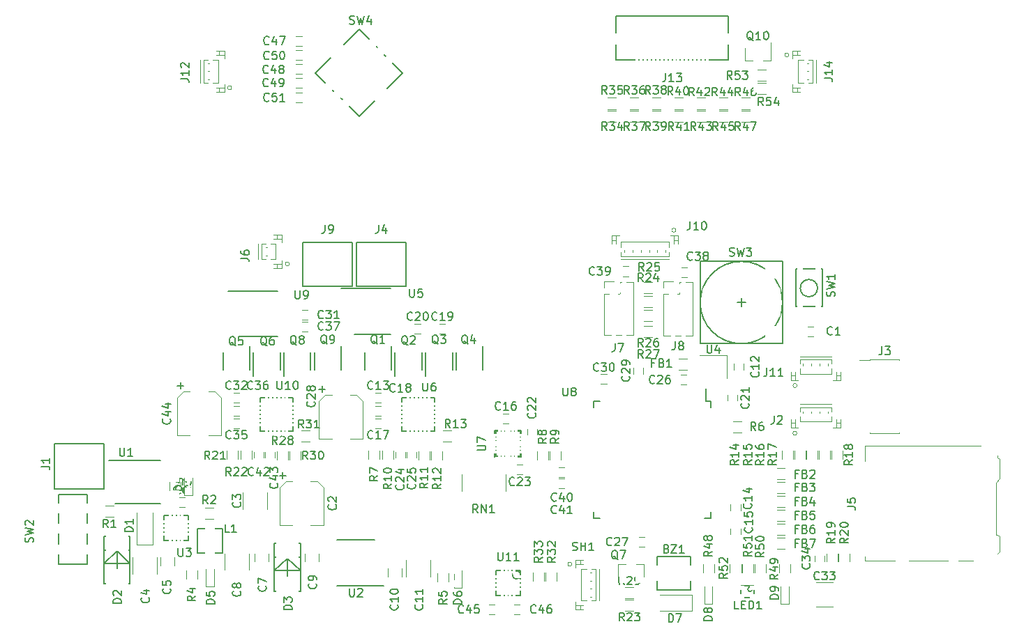
<source format=gto>
G04 #@! TF.GenerationSoftware,KiCad,Pcbnew,(5.1.6)-1*
G04 #@! TF.CreationDate,2021-05-12T15:58:39+09:00*
G04 #@! TF.ProjectId,MainBoard_v1,4d61696e-426f-4617-9264-5f76312e6b69,rev?*
G04 #@! TF.SameCoordinates,Original*
G04 #@! TF.FileFunction,Legend,Top*
G04 #@! TF.FilePolarity,Positive*
%FSLAX46Y46*%
G04 Gerber Fmt 4.6, Leading zero omitted, Abs format (unit mm)*
G04 Created by KiCad (PCBNEW (5.1.6)-1) date 2021-05-12 15:58:39*
%MOMM*%
%LPD*%
G01*
G04 APERTURE LIST*
%ADD10C,0.150000*%
%ADD11C,0.120000*%
%ADD12C,0.100000*%
%ADD13R,0.602000X1.002000*%
%ADD14R,0.702000X1.652000*%
%ADD15R,1.302000X1.902000*%
%ADD16R,2.502000X0.842000*%
%ADD17R,0.902000X0.852000*%
%ADD18R,1.602000X0.552000*%
%ADD19C,0.312000*%
%ADD20R,1.602000X1.602000*%
%ADD21R,0.342000X1.102000*%
%ADD22R,1.102000X0.342000*%
%ADD23R,2.902000X2.902000*%
%ADD24R,0.402000X1.102000*%
%ADD25R,1.102000X0.402000*%
%ADD26R,1.602000X1.902000*%
%ADD27R,1.702000X3.102000*%
%ADD28R,2.602000X1.102000*%
%ADD29R,1.352000X1.102000*%
%ADD30R,0.852000X0.902000*%
%ADD31R,1.102000X2.602000*%
%ADD32R,1.202000X1.202000*%
%ADD33R,2.836000X2.261000*%
%ADD34R,0.902000X0.902000*%
%ADD35R,2.102000X2.102000*%
%ADD36C,2.102000*%
%ADD37R,1.302000X0.802000*%
%ADD38R,1.302000X1.102000*%
%ADD39R,0.902000X1.102000*%
%ADD40R,2.902000X1.102000*%
%ADD41R,2.002000X1.402000*%
%ADD42R,1.652000X0.702000*%
%ADD43R,1.902000X1.302000*%
%ADD44R,1.102000X1.102000*%
%ADD45O,1.102000X1.102000*%
%ADD46R,2.102000X1.402000*%
%ADD47R,1.302000X1.602000*%
%ADD48R,0.852000X0.602000*%
%ADD49R,1.626000X1.626000*%
%ADD50C,1.626000*%
%ADD51R,0.352000X0.802000*%
%ADD52R,1.292000X0.932000*%
%ADD53R,0.902000X1.002000*%
%ADD54R,1.002000X0.602000*%
%ADD55R,1.002000X1.002000*%
%ADD56R,0.752000X1.702000*%
%ADD57R,0.752000X1.602000*%
%ADD58R,1.602000X1.302000*%
%ADD59C,1.902000*%
%ADD60R,1.372000X0.712000*%
%ADD61R,1.122000X0.712000*%
%ADD62R,3.912000X4.012000*%
%ADD63R,1.252000X1.102000*%
%ADD64R,0.902000X0.302000*%
%ADD65R,0.902000X0.977000*%
%ADD66R,0.302000X0.902000*%
%ADD67R,0.302000X0.802000*%
%ADD68R,0.802000X0.302000*%
%ADD69R,0.382000X1.602000*%
%ADD70R,1.602000X0.382000*%
%ADD71R,1.572000X0.997000*%
%ADD72R,1.152000X0.552000*%
G04 APERTURE END LIST*
D10*
X126400000Y-76703301D02*
X121096699Y-71400000D01*
X131703301Y-71400000D02*
X126400000Y-76703301D01*
X126400000Y-66096699D02*
X131703301Y-71400000D01*
X121096699Y-71400000D02*
X126400000Y-66096699D01*
D11*
X162000000Y-74420000D02*
X163000000Y-74420000D01*
X163000000Y-75780000D02*
X162000000Y-75780000D01*
X179550000Y-109387500D02*
G75*
G03*
X179550000Y-109387500I-250000J0D01*
G01*
X179900000Y-105837500D02*
X183700000Y-105837500D01*
X178800000Y-107737500D02*
X178800000Y-108737500D01*
X178800000Y-108737500D02*
X179700000Y-108737500D01*
X179300000Y-108737500D02*
X179300000Y-107737500D01*
X179300000Y-107737500D02*
X179300000Y-107737500D01*
X179300000Y-107737500D02*
X179300000Y-108737500D01*
X179300000Y-108737500D02*
X179300000Y-108737500D01*
X179300000Y-108137500D02*
X179300000Y-108137500D01*
X179300000Y-108137500D02*
X178800000Y-108137500D01*
X178800000Y-108137500D02*
X178800000Y-108137500D01*
X178800000Y-108137500D02*
X179300000Y-108137500D01*
X184800000Y-107737500D02*
X184800000Y-108737500D01*
X184800000Y-108737500D02*
X183900000Y-108737500D01*
X184300000Y-108737500D02*
X184300000Y-107737500D01*
X184300000Y-107737500D02*
X184300000Y-107737500D01*
X184300000Y-107737500D02*
X184300000Y-108737500D01*
X184300000Y-108737500D02*
X184300000Y-108737500D01*
X184300000Y-108137500D02*
X184300000Y-108137500D01*
X184300000Y-108137500D02*
X184800000Y-108137500D01*
X184800000Y-108137500D02*
X184800000Y-108137500D01*
X184800000Y-108137500D02*
X184300000Y-108137500D01*
X179900000Y-106737500D02*
X179900000Y-106237500D01*
X179900000Y-106237500D02*
X183700000Y-106237500D01*
X183700000Y-106237500D02*
X183700000Y-106737500D01*
X179900000Y-107337500D02*
X179900000Y-107987500D01*
X179900000Y-107987500D02*
X183700000Y-107987500D01*
X183700000Y-107987500D02*
X183700000Y-107337500D01*
X180300000Y-106737500D02*
X180300000Y-106937500D01*
X181300000Y-106737500D02*
X181300000Y-106937500D01*
X182300000Y-106737500D02*
X182300000Y-106937500D01*
X183300000Y-106737500D02*
X183300000Y-106937500D01*
X188435000Y-106195000D02*
X191965000Y-106195000D01*
X188435000Y-115205000D02*
X191965000Y-115205000D01*
X187110000Y-106260000D02*
X188435000Y-106260000D01*
X188435000Y-106195000D02*
X188435000Y-106260000D01*
X191965000Y-106195000D02*
X191965000Y-106260000D01*
X188435000Y-115140000D02*
X188435000Y-115205000D01*
X191965000Y-115140000D02*
X191965000Y-115205000D01*
X133150000Y-101900000D02*
X133850000Y-101900000D01*
X133850000Y-103100000D02*
X133150000Y-103100000D01*
D10*
X124225000Y-97600000D02*
X130200000Y-97600000D01*
X125800000Y-103125000D02*
X130200000Y-103125000D01*
X105700000Y-125200000D02*
X105700000Y-128200000D01*
X102700000Y-125200000D02*
X105700000Y-125200000D01*
X102700000Y-128200000D02*
X102700000Y-125200000D01*
X105700000Y-128200000D02*
X102700000Y-128200000D01*
X114400000Y-114900000D02*
X114400000Y-110900000D01*
X118400000Y-114900000D02*
X114400000Y-114900000D01*
X118400000Y-110900000D02*
X118400000Y-114900000D01*
X114400000Y-110900000D02*
X118400000Y-110900000D01*
X131600000Y-114900000D02*
X131600000Y-110900000D01*
X135600000Y-114900000D02*
X131600000Y-114900000D01*
X135600000Y-110900000D02*
X135600000Y-114900000D01*
X131600000Y-110900000D02*
X135600000Y-110900000D01*
X162600000Y-134200000D02*
X162600000Y-130200000D01*
X166600000Y-134200000D02*
X162600000Y-134200000D01*
X166600000Y-130200000D02*
X166600000Y-134200000D01*
X162600000Y-130200000D02*
X166600000Y-130200000D01*
D11*
X181550000Y-103400000D02*
X180850000Y-103400000D01*
X180850000Y-102200000D02*
X181550000Y-102200000D01*
X116730000Y-126370000D02*
X118280000Y-126370000D01*
X122070000Y-126370000D02*
X120520000Y-126370000D01*
X117490000Y-121030000D02*
X118280000Y-121030000D01*
X121310000Y-121030000D02*
X120520000Y-121030000D01*
X122070000Y-126370000D02*
X122070000Y-121790000D01*
X122070000Y-121790000D02*
X121310000Y-121030000D01*
X117490000Y-121030000D02*
X116730000Y-121790000D01*
X116730000Y-121790000D02*
X116730000Y-126370000D01*
X115280000Y-124400000D02*
X115280000Y-122400000D01*
X112320000Y-122400000D02*
X112320000Y-124400000D01*
X101880000Y-132300000D02*
X101880000Y-130300000D01*
X98920000Y-130300000D02*
X98920000Y-132300000D01*
X103950000Y-131300000D02*
X103950000Y-130300000D01*
X102250000Y-130300000D02*
X102250000Y-131300000D01*
X105250000Y-124200000D02*
X104550000Y-124200000D01*
X104550000Y-123000000D02*
X105250000Y-123000000D01*
X115450000Y-130800000D02*
X115450000Y-129800000D01*
X113750000Y-129800000D02*
X113750000Y-130800000D01*
X113080000Y-131800000D02*
X113080000Y-129800000D01*
X110120000Y-129800000D02*
X110120000Y-131800000D01*
X121550000Y-130800000D02*
X121550000Y-129800000D01*
X119850000Y-129800000D02*
X119850000Y-130800000D01*
X131550000Y-132600000D02*
X131550000Y-131600000D01*
X129850000Y-131600000D02*
X129850000Y-132600000D01*
X135080000Y-132600000D02*
X135080000Y-130600000D01*
X132120000Y-130600000D02*
X132120000Y-132600000D01*
X173100000Y-106750000D02*
X173100000Y-107450000D01*
X171900000Y-107450000D02*
X171900000Y-106750000D01*
X129050000Y-111500000D02*
X128350000Y-111500000D01*
X128350000Y-110300000D02*
X129050000Y-110300000D01*
X171500000Y-124550000D02*
X171500000Y-123850000D01*
X172700000Y-123850000D02*
X172700000Y-124550000D01*
X172700000Y-126750000D02*
X172700000Y-127450000D01*
X171500000Y-127450000D02*
X171500000Y-126750000D01*
X144550000Y-114000000D02*
X143850000Y-114000000D01*
X143850000Y-112800000D02*
X144550000Y-112800000D01*
X129050000Y-114600000D02*
X128350000Y-114600000D01*
X128350000Y-113400000D02*
X129050000Y-113400000D01*
X129050000Y-113100000D02*
X128350000Y-113100000D01*
X128350000Y-111900000D02*
X129050000Y-111900000D01*
X136850000Y-103100000D02*
X136150000Y-103100000D01*
X136150000Y-101900000D02*
X136850000Y-101900000D01*
X172300000Y-110550000D02*
X172300000Y-111250000D01*
X171100000Y-111250000D02*
X171100000Y-110550000D01*
X148000000Y-114650000D02*
X148000000Y-115350000D01*
X146800000Y-115350000D02*
X146800000Y-114650000D01*
X145550000Y-119000000D02*
X146250000Y-119000000D01*
X146250000Y-120200000D02*
X145550000Y-120200000D01*
X130800000Y-118150000D02*
X130800000Y-117450000D01*
X132000000Y-117450000D02*
X132000000Y-118150000D01*
X132200000Y-118150000D02*
X132200000Y-117450000D01*
X133400000Y-117450000D02*
X133400000Y-118150000D01*
X166150000Y-109300000D02*
X165450000Y-109300000D01*
X165450000Y-108100000D02*
X166150000Y-108100000D01*
X160350000Y-127800000D02*
X161050000Y-127800000D01*
X161050000Y-129000000D02*
X160350000Y-129000000D01*
X121530000Y-115870000D02*
X123080000Y-115870000D01*
X126870000Y-115870000D02*
X125320000Y-115870000D01*
X122290000Y-110530000D02*
X123080000Y-110530000D01*
X126110000Y-110530000D02*
X125320000Y-110530000D01*
X126870000Y-115870000D02*
X126870000Y-111290000D01*
X126870000Y-111290000D02*
X126110000Y-110530000D01*
X122290000Y-110530000D02*
X121530000Y-111290000D01*
X121530000Y-111290000D02*
X121530000Y-115870000D01*
X160900000Y-107250000D02*
X160900000Y-107950000D01*
X159700000Y-107950000D02*
X159700000Y-107250000D01*
X155750000Y-108000000D02*
X156450000Y-108000000D01*
X156450000Y-109200000D02*
X155750000Y-109200000D01*
X119450000Y-100200000D02*
X120150000Y-100200000D01*
X120150000Y-101400000D02*
X119450000Y-101400000D01*
X111850000Y-111500000D02*
X111150000Y-111500000D01*
X111150000Y-110300000D02*
X111850000Y-110300000D01*
X183900000Y-133320000D02*
X181900000Y-133320000D01*
X181900000Y-136280000D02*
X183900000Y-136280000D01*
X181700000Y-130750000D02*
X181700000Y-130050000D01*
X182900000Y-130050000D02*
X182900000Y-130750000D01*
X111850000Y-114600000D02*
X111150000Y-114600000D01*
X111150000Y-113400000D02*
X111850000Y-113400000D01*
X111850000Y-113100000D02*
X111150000Y-113100000D01*
X111150000Y-111900000D02*
X111850000Y-111900000D01*
X120150000Y-102800000D02*
X119450000Y-102800000D01*
X119450000Y-101600000D02*
X120150000Y-101600000D01*
X165550000Y-95000000D02*
X166250000Y-95000000D01*
X166250000Y-96200000D02*
X165550000Y-96200000D01*
X158400000Y-94900000D02*
X159100000Y-94900000D01*
X159100000Y-96100000D02*
X158400000Y-96100000D01*
X151350000Y-120500000D02*
X150650000Y-120500000D01*
X150650000Y-119300000D02*
X151350000Y-119300000D01*
X150650000Y-120700000D02*
X151350000Y-120700000D01*
X151350000Y-121900000D02*
X150650000Y-121900000D01*
X113600000Y-118150000D02*
X113600000Y-117450000D01*
X114800000Y-117450000D02*
X114800000Y-118150000D01*
X115000000Y-118150000D02*
X115000000Y-117450000D01*
X116200000Y-117450000D02*
X116200000Y-118150000D01*
X104330000Y-115470000D02*
X105880000Y-115470000D01*
X109670000Y-115470000D02*
X108120000Y-115470000D01*
X105090000Y-110130000D02*
X105880000Y-110130000D01*
X108910000Y-110130000D02*
X108120000Y-110130000D01*
X109670000Y-115470000D02*
X109670000Y-110890000D01*
X109670000Y-110890000D02*
X108910000Y-110130000D01*
X105090000Y-110130000D02*
X104330000Y-110890000D01*
X104330000Y-110890000D02*
X104330000Y-115470000D01*
X142850000Y-137200000D02*
X142150000Y-137200000D01*
X142150000Y-136000000D02*
X142850000Y-136000000D01*
X145900000Y-137200000D02*
X145200000Y-137200000D01*
X145200000Y-136000000D02*
X145900000Y-136000000D01*
X118750000Y-66900000D02*
X119450000Y-66900000D01*
X119450000Y-68100000D02*
X118750000Y-68100000D01*
X118750000Y-70300000D02*
X119450000Y-70300000D01*
X119450000Y-71500000D02*
X118750000Y-71500000D01*
X118750000Y-72000000D02*
X119450000Y-72000000D01*
X119450000Y-73200000D02*
X118750000Y-73200000D01*
X118750000Y-68600000D02*
X119450000Y-68600000D01*
X119450000Y-69800000D02*
X118750000Y-69800000D01*
X118750000Y-73800000D02*
X119450000Y-73800000D01*
X119450000Y-75000000D02*
X118750000Y-75000000D01*
X99400000Y-128700000D02*
X101400000Y-128700000D01*
X101400000Y-128700000D02*
X101400000Y-124850000D01*
X99400000Y-128700000D02*
X99400000Y-124850000D01*
D10*
X97000000Y-127700000D02*
X97000000Y-133500000D01*
X98600000Y-129400000D02*
X95400000Y-129400000D01*
X97000000Y-129400000D02*
X98600000Y-129400000D01*
X95400000Y-131000000D02*
X98600000Y-131000000D01*
X97000000Y-129500000D02*
X95400000Y-131000000D01*
X98600000Y-131000000D02*
X97000000Y-129500000D01*
X98600000Y-133500000D02*
X98600000Y-127700000D01*
X95400000Y-133500000D02*
X98600000Y-133500000D01*
X95400000Y-127700000D02*
X95400000Y-133500000D01*
X98600000Y-127700000D02*
X95400000Y-127700000D01*
X117700000Y-128600000D02*
X117700000Y-134400000D01*
X119300000Y-130300000D02*
X116100000Y-130300000D01*
X117700000Y-130300000D02*
X119300000Y-130300000D01*
X116100000Y-131900000D02*
X119300000Y-131900000D01*
X117700000Y-130400000D02*
X116100000Y-131900000D01*
X119300000Y-131900000D02*
X117700000Y-130400000D01*
X119300000Y-134400000D02*
X119300000Y-128600000D01*
X116100000Y-134400000D02*
X119300000Y-134400000D01*
X116100000Y-128600000D02*
X116100000Y-134400000D01*
X119300000Y-128600000D02*
X116100000Y-128600000D01*
D11*
X105200000Y-122700000D02*
X106200000Y-122700000D01*
X106200000Y-122700000D02*
X106200000Y-120600000D01*
X105200000Y-122700000D02*
X105200000Y-120600000D01*
X107800000Y-133800000D02*
X108800000Y-133800000D01*
X108800000Y-133800000D02*
X108800000Y-131700000D01*
X107800000Y-133800000D02*
X107800000Y-131700000D01*
X137900000Y-134000000D02*
X138900000Y-134000000D01*
X138900000Y-134000000D02*
X138900000Y-131900000D01*
X137900000Y-134000000D02*
X137900000Y-131900000D01*
X166800000Y-136800000D02*
X166800000Y-134800000D01*
X166800000Y-134800000D02*
X162950000Y-134800000D01*
X166800000Y-136800000D02*
X162950000Y-136800000D01*
X168300000Y-135900000D02*
X169300000Y-135900000D01*
X169300000Y-135900000D02*
X169300000Y-133800000D01*
X168300000Y-135900000D02*
X168300000Y-133800000D01*
X177600000Y-135900000D02*
X178600000Y-135900000D01*
X178600000Y-135900000D02*
X178600000Y-133800000D01*
X177600000Y-135900000D02*
X177600000Y-133800000D01*
X166200000Y-107480000D02*
X165200000Y-107480000D01*
X165200000Y-106120000D02*
X166200000Y-106120000D01*
X177100000Y-119420000D02*
X178100000Y-119420000D01*
X178100000Y-120780000D02*
X177100000Y-120780000D01*
X177100000Y-121120000D02*
X178100000Y-121120000D01*
X178100000Y-122480000D02*
X177100000Y-122480000D01*
X177100000Y-122820000D02*
X178100000Y-122820000D01*
X178100000Y-124180000D02*
X177100000Y-124180000D01*
X177100000Y-124520000D02*
X178100000Y-124520000D01*
X178100000Y-125880000D02*
X177100000Y-125880000D01*
X177100000Y-126220000D02*
X178100000Y-126220000D01*
X178100000Y-127580000D02*
X177100000Y-127580000D01*
X177100000Y-127920000D02*
X178100000Y-127920000D01*
X178100000Y-129280000D02*
X177100000Y-129280000D01*
D10*
X89400000Y-122000000D02*
X95400000Y-122000000D01*
X95400000Y-122000000D02*
X95400000Y-116500000D01*
X89400000Y-116500000D02*
X95400000Y-116500000D01*
X89400000Y-122000000D02*
X89400000Y-116500000D01*
D11*
X179550000Y-115187500D02*
G75*
G03*
X179550000Y-115187500I-250000J0D01*
G01*
X179900000Y-111637500D02*
X183700000Y-111637500D01*
X178800000Y-113537500D02*
X178800000Y-114537500D01*
X178800000Y-114537500D02*
X179700000Y-114537500D01*
X179300000Y-114537500D02*
X179300000Y-113537500D01*
X179300000Y-113537500D02*
X179300000Y-113537500D01*
X179300000Y-113537500D02*
X179300000Y-114537500D01*
X179300000Y-114537500D02*
X179300000Y-114537500D01*
X179300000Y-113937500D02*
X179300000Y-113937500D01*
X179300000Y-113937500D02*
X178800000Y-113937500D01*
X178800000Y-113937500D02*
X178800000Y-113937500D01*
X178800000Y-113937500D02*
X179300000Y-113937500D01*
X184800000Y-113537500D02*
X184800000Y-114537500D01*
X184800000Y-114537500D02*
X183900000Y-114537500D01*
X184300000Y-114537500D02*
X184300000Y-113537500D01*
X184300000Y-113537500D02*
X184300000Y-113537500D01*
X184300000Y-113537500D02*
X184300000Y-114537500D01*
X184300000Y-114537500D02*
X184300000Y-114537500D01*
X184300000Y-113937500D02*
X184300000Y-113937500D01*
X184300000Y-113937500D02*
X184800000Y-113937500D01*
X184800000Y-113937500D02*
X184800000Y-113937500D01*
X184800000Y-113937500D02*
X184300000Y-113937500D01*
X179900000Y-112537500D02*
X179900000Y-112037500D01*
X179900000Y-112037500D02*
X183700000Y-112037500D01*
X183700000Y-112037500D02*
X183700000Y-112537500D01*
X179900000Y-113137500D02*
X179900000Y-113787500D01*
X179900000Y-113787500D02*
X183700000Y-113787500D01*
X183700000Y-113787500D02*
X183700000Y-113137500D01*
X180300000Y-112537500D02*
X180300000Y-112737500D01*
X181300000Y-112537500D02*
X181300000Y-112737500D01*
X182300000Y-112537500D02*
X182300000Y-112737500D01*
X183300000Y-112537500D02*
X183300000Y-112737500D01*
X204110000Y-120670000D02*
X203760000Y-121180000D01*
X203910000Y-118160000D02*
X203910000Y-117900000D01*
X204110000Y-118360000D02*
X203910000Y-118160000D01*
X204110000Y-127760000D02*
X203910000Y-127550000D01*
X203760000Y-127550000D02*
X203910000Y-127550000D01*
X203760000Y-127550000D02*
X203760000Y-121180000D01*
X199150000Y-130650000D02*
X200950000Y-130650000D01*
X193150000Y-130650000D02*
X197850000Y-130650000D01*
X204110000Y-129620000D02*
X203910000Y-129820000D01*
X204110000Y-129620000D02*
X204110000Y-127760000D01*
X204110000Y-118360000D02*
X204110000Y-120670000D01*
X187840000Y-130650000D02*
X191450000Y-130650000D01*
X187840000Y-130200000D02*
X187840000Y-130650000D01*
X187840000Y-116680000D02*
X201850000Y-116680000D01*
X187840000Y-118600000D02*
X187840000Y-116680000D01*
X117937500Y-94600000D02*
G75*
G03*
X117937500Y-94600000I-250000J0D01*
G01*
X114137500Y-94000000D02*
X114137500Y-92200000D01*
X116037500Y-95100000D02*
X117037500Y-95100000D01*
X117037500Y-95100000D02*
X117037500Y-94200000D01*
X117037500Y-94600000D02*
X116037500Y-94600000D01*
X116037500Y-94600000D02*
X116037500Y-94600000D01*
X116037500Y-94600000D02*
X117037500Y-94600000D01*
X117037500Y-94600000D02*
X117037500Y-94600000D01*
X116437500Y-94600000D02*
X116437500Y-94600000D01*
X116437500Y-94600000D02*
X116437500Y-95100000D01*
X116437500Y-95100000D02*
X116437500Y-95100000D01*
X116437500Y-95100000D02*
X116437500Y-94600000D01*
X116037500Y-91100000D02*
X117037500Y-91100000D01*
X117037500Y-91100000D02*
X117037500Y-92000000D01*
X117037500Y-91600000D02*
X116037500Y-91600000D01*
X116037500Y-91600000D02*
X116037500Y-91600000D01*
X116037500Y-91600000D02*
X117037500Y-91600000D01*
X117037500Y-91600000D02*
X117037500Y-91600000D01*
X116437500Y-91600000D02*
X116437500Y-91600000D01*
X116437500Y-91600000D02*
X116437500Y-91100000D01*
X116437500Y-91100000D02*
X116437500Y-91100000D01*
X116437500Y-91100000D02*
X116437500Y-91600000D01*
X115037500Y-94000000D02*
X114537500Y-94000000D01*
X114537500Y-94000000D02*
X114537500Y-92200000D01*
X114537500Y-92200000D02*
X115037500Y-92200000D01*
X115637500Y-94000000D02*
X116287500Y-94000000D01*
X116287500Y-94000000D02*
X116287500Y-92200000D01*
X116287500Y-92200000D02*
X115637500Y-92200000D01*
X115037500Y-93600000D02*
X115237500Y-93600000D01*
X115037500Y-92600000D02*
X115237500Y-92600000D01*
X156170000Y-103275000D02*
X156992470Y-103275000D01*
X158877530Y-103275000D02*
X159700000Y-103275000D01*
X157607530Y-103275000D02*
X158262470Y-103275000D01*
X156170000Y-98260000D02*
X156170000Y-103275000D01*
X159700000Y-96805000D02*
X159700000Y-103275000D01*
X156170000Y-98260000D02*
X156736529Y-98260000D01*
X157863471Y-98260000D02*
X158006529Y-98260000D01*
X158060000Y-98206529D02*
X158060000Y-98063471D01*
X158060000Y-96936529D02*
X158060000Y-96805000D01*
X158060000Y-96805000D02*
X158262470Y-96805000D01*
X158877530Y-96805000D02*
X159700000Y-96805000D01*
X156170000Y-97500000D02*
X156170000Y-96740000D01*
X156170000Y-96740000D02*
X157300000Y-96740000D01*
X163370000Y-103295000D02*
X164192470Y-103295000D01*
X166077530Y-103295000D02*
X166900000Y-103295000D01*
X164807530Y-103295000D02*
X165462470Y-103295000D01*
X163370000Y-98280000D02*
X163370000Y-103295000D01*
X166900000Y-96825000D02*
X166900000Y-103295000D01*
X163370000Y-98280000D02*
X163936529Y-98280000D01*
X165063471Y-98280000D02*
X165206529Y-98280000D01*
X165260000Y-98226529D02*
X165260000Y-98083471D01*
X165260000Y-96956529D02*
X165260000Y-96825000D01*
X165260000Y-96825000D02*
X165462470Y-96825000D01*
X166077530Y-96825000D02*
X166900000Y-96825000D01*
X163370000Y-97520000D02*
X163370000Y-96760000D01*
X163370000Y-96760000D02*
X164500000Y-96760000D01*
X164850000Y-90512500D02*
G75*
G03*
X164850000Y-90512500I-250000J0D01*
G01*
X164000000Y-94062500D02*
X158200000Y-94062500D01*
X165100000Y-92162500D02*
X165100000Y-91162500D01*
X165100000Y-91162500D02*
X164200000Y-91162500D01*
X164600000Y-91162500D02*
X164600000Y-92162500D01*
X164600000Y-92162500D02*
X164600000Y-92162500D01*
X164600000Y-92162500D02*
X164600000Y-91162500D01*
X164600000Y-91162500D02*
X164600000Y-91162500D01*
X164600000Y-91762500D02*
X164600000Y-91762500D01*
X164600000Y-91762500D02*
X165100000Y-91762500D01*
X165100000Y-91762500D02*
X165100000Y-91762500D01*
X165100000Y-91762500D02*
X164600000Y-91762500D01*
X157100000Y-92162500D02*
X157100000Y-91162500D01*
X157100000Y-91162500D02*
X158000000Y-91162500D01*
X157600000Y-91162500D02*
X157600000Y-92162500D01*
X157600000Y-92162500D02*
X157600000Y-92162500D01*
X157600000Y-92162500D02*
X157600000Y-91162500D01*
X157600000Y-91162500D02*
X157600000Y-91162500D01*
X157600000Y-91762500D02*
X157600000Y-91762500D01*
X157600000Y-91762500D02*
X157100000Y-91762500D01*
X157100000Y-91762500D02*
X157100000Y-91762500D01*
X157100000Y-91762500D02*
X157600000Y-91762500D01*
X164000000Y-93162500D02*
X164000000Y-93662500D01*
X164000000Y-93662500D02*
X158200000Y-93662500D01*
X158200000Y-93662500D02*
X158200000Y-93162500D01*
X164000000Y-92562500D02*
X164000000Y-91912500D01*
X164000000Y-91912500D02*
X158200000Y-91912500D01*
X158200000Y-91912500D02*
X158200000Y-92562500D01*
X163600000Y-93162500D02*
X163600000Y-92962500D01*
X162600000Y-93162500D02*
X162600000Y-92962500D01*
X161600000Y-93162500D02*
X161600000Y-92962500D01*
X160600000Y-93162500D02*
X160600000Y-92962500D01*
X159600000Y-93162500D02*
X159600000Y-92962500D01*
X158600000Y-93162500D02*
X158600000Y-92962500D01*
X110937500Y-73200000D02*
G75*
G03*
X110937500Y-73200000I-250000J0D01*
G01*
X107137500Y-72600000D02*
X107137500Y-69800000D01*
X109037500Y-73700000D02*
X110037500Y-73700000D01*
X110037500Y-73700000D02*
X110037500Y-72800000D01*
X110037500Y-73200000D02*
X109037500Y-73200000D01*
X109037500Y-73200000D02*
X109037500Y-73200000D01*
X109037500Y-73200000D02*
X110037500Y-73200000D01*
X110037500Y-73200000D02*
X110037500Y-73200000D01*
X109437500Y-73200000D02*
X109437500Y-73200000D01*
X109437500Y-73200000D02*
X109437500Y-73700000D01*
X109437500Y-73700000D02*
X109437500Y-73700000D01*
X109437500Y-73700000D02*
X109437500Y-73200000D01*
X109037500Y-68700000D02*
X110037500Y-68700000D01*
X110037500Y-68700000D02*
X110037500Y-69600000D01*
X110037500Y-69200000D02*
X109037500Y-69200000D01*
X109037500Y-69200000D02*
X109037500Y-69200000D01*
X109037500Y-69200000D02*
X110037500Y-69200000D01*
X110037500Y-69200000D02*
X110037500Y-69200000D01*
X109437500Y-69200000D02*
X109437500Y-69200000D01*
X109437500Y-69200000D02*
X109437500Y-68700000D01*
X109437500Y-68700000D02*
X109437500Y-68700000D01*
X109437500Y-68700000D02*
X109437500Y-69200000D01*
X108037500Y-72600000D02*
X107537500Y-72600000D01*
X107537500Y-72600000D02*
X107537500Y-69800000D01*
X107537500Y-69800000D02*
X108037500Y-69800000D01*
X108637500Y-72600000D02*
X109287500Y-72600000D01*
X109287500Y-72600000D02*
X109287500Y-69800000D01*
X109287500Y-69800000D02*
X108637500Y-69800000D01*
X108037500Y-72200000D02*
X108237500Y-72200000D01*
X108037500Y-71200000D02*
X108237500Y-71200000D01*
X108037500Y-70200000D02*
X108237500Y-70200000D01*
D10*
X171250000Y-69800000D02*
X171250000Y-64500000D01*
X157550000Y-69800000D02*
X171250000Y-69800000D01*
X171250000Y-64500000D02*
X157550000Y-64500000D01*
X157550000Y-69800000D02*
X157550000Y-64500000D01*
D11*
X178562500Y-69200000D02*
G75*
G03*
X178562500Y-69200000I-250000J0D01*
G01*
X181862500Y-69800000D02*
X181862500Y-72600000D01*
X179962500Y-68700000D02*
X178962500Y-68700000D01*
X178962500Y-68700000D02*
X178962500Y-69600000D01*
X178962500Y-69200000D02*
X179962500Y-69200000D01*
X179962500Y-69200000D02*
X179962500Y-69200000D01*
X179962500Y-69200000D02*
X178962500Y-69200000D01*
X178962500Y-69200000D02*
X178962500Y-69200000D01*
X179562500Y-69200000D02*
X179562500Y-69200000D01*
X179562500Y-69200000D02*
X179562500Y-68700000D01*
X179562500Y-68700000D02*
X179562500Y-68700000D01*
X179562500Y-68700000D02*
X179562500Y-69200000D01*
X179962500Y-73700000D02*
X178962500Y-73700000D01*
X178962500Y-73700000D02*
X178962500Y-72800000D01*
X178962500Y-73200000D02*
X179962500Y-73200000D01*
X179962500Y-73200000D02*
X179962500Y-73200000D01*
X179962500Y-73200000D02*
X178962500Y-73200000D01*
X178962500Y-73200000D02*
X178962500Y-73200000D01*
X179562500Y-73200000D02*
X179562500Y-73200000D01*
X179562500Y-73200000D02*
X179562500Y-73700000D01*
X179562500Y-73700000D02*
X179562500Y-73700000D01*
X179562500Y-73700000D02*
X179562500Y-73200000D01*
X180962500Y-69800000D02*
X181462500Y-69800000D01*
X181462500Y-69800000D02*
X181462500Y-72600000D01*
X181462500Y-72600000D02*
X180962500Y-72600000D01*
X180362500Y-69800000D02*
X179712500Y-69800000D01*
X179712500Y-69800000D02*
X179712500Y-72600000D01*
X179712500Y-72600000D02*
X180362500Y-72600000D01*
X180962500Y-70200000D02*
X180762500Y-70200000D01*
X180962500Y-71200000D02*
X180762500Y-71200000D01*
X180962500Y-72200000D02*
X180762500Y-72200000D01*
D10*
X109800000Y-129750000D02*
X106800000Y-129750000D01*
X109800000Y-126750000D02*
X109800000Y-129750000D01*
X106800000Y-126750000D02*
X109800000Y-126750000D01*
X106800000Y-129750000D02*
X106800000Y-126750000D01*
X174119258Y-134150000D02*
G75*
G03*
X174119258Y-134150000I-269258J0D01*
G01*
X172700000Y-135200000D02*
X172700000Y-133700000D01*
X174300000Y-135200000D02*
X172700000Y-135200000D01*
X174300000Y-133700000D02*
X174300000Y-135200000D01*
X172700000Y-133700000D02*
X174300000Y-133700000D01*
X119600000Y-97300000D02*
X119600000Y-94700000D01*
X119600000Y-92000000D02*
X125600000Y-92000000D01*
X119600000Y-94700000D02*
X119600000Y-92000000D01*
X125600000Y-97300000D02*
X119600000Y-97300000D01*
X125600000Y-97300000D02*
X125600000Y-92000000D01*
X127075000Y-105350000D02*
X127075000Y-107450000D01*
X130325000Y-104575000D02*
X130325000Y-107450000D01*
X134025000Y-107450000D02*
X134025000Y-105350000D01*
X130775000Y-108225000D02*
X130775000Y-105350000D01*
X137725000Y-107450000D02*
X137725000Y-105350000D01*
X134475000Y-108225000D02*
X134475000Y-105350000D01*
X138175000Y-105350000D02*
X138175000Y-107450000D01*
X141425000Y-104575000D02*
X141425000Y-107450000D01*
X109875000Y-105350000D02*
X109875000Y-107450000D01*
X113125000Y-104575000D02*
X113125000Y-107450000D01*
X116825000Y-107450000D02*
X116825000Y-105350000D01*
X113575000Y-108225000D02*
X113575000Y-105350000D01*
X120525000Y-107450000D02*
X120525000Y-105350000D01*
X117275000Y-108225000D02*
X117275000Y-105350000D01*
X120975000Y-105350000D02*
X120975000Y-107450000D01*
X124225000Y-104575000D02*
X124225000Y-107450000D01*
D11*
X173220000Y-69860000D02*
X174150000Y-69860000D01*
X176380000Y-69860000D02*
X175450000Y-69860000D01*
X176380000Y-69860000D02*
X176380000Y-67700000D01*
X173220000Y-69860000D02*
X173220000Y-68400000D01*
X96600000Y-125380000D02*
X95600000Y-125380000D01*
X95600000Y-124020000D02*
X96600000Y-124020000D01*
X107700000Y-124220000D02*
X108700000Y-124220000D01*
X108700000Y-125580000D02*
X107700000Y-125580000D01*
X103420000Y-122100000D02*
X103420000Y-121100000D01*
X104780000Y-121100000D02*
X104780000Y-122100000D01*
X105420000Y-132900000D02*
X105420000Y-131900000D01*
X106780000Y-131900000D02*
X106780000Y-132900000D01*
X135920000Y-133200000D02*
X135920000Y-132200000D01*
X137280000Y-132200000D02*
X137280000Y-133200000D01*
X171800000Y-113720000D02*
X172800000Y-113720000D01*
X172800000Y-115080000D02*
X171800000Y-115080000D01*
X127520000Y-118300000D02*
X127520000Y-117300000D01*
X128880000Y-117300000D02*
X128880000Y-118300000D01*
X148020000Y-118400000D02*
X148020000Y-117400000D01*
X149380000Y-117400000D02*
X149380000Y-118400000D01*
X149520000Y-118400000D02*
X149520000Y-117400000D01*
X150880000Y-117400000D02*
X150880000Y-118400000D01*
X130580000Y-117300000D02*
X130580000Y-118300000D01*
X129220000Y-118300000D02*
X129220000Y-117300000D01*
X134980000Y-117400000D02*
X134980000Y-118400000D01*
X133620000Y-118400000D02*
X133620000Y-117400000D01*
X136480000Y-117400000D02*
X136480000Y-118400000D01*
X135120000Y-118400000D02*
X135120000Y-117400000D01*
X137600000Y-116180000D02*
X136600000Y-116180000D01*
X136600000Y-114820000D02*
X137600000Y-114820000D01*
X177720000Y-118300000D02*
X177720000Y-117300000D01*
X179080000Y-117300000D02*
X179080000Y-118300000D01*
X179220000Y-118300000D02*
X179220000Y-117300000D01*
X180580000Y-117300000D02*
X180580000Y-118300000D01*
X180720000Y-118300000D02*
X180720000Y-117300000D01*
X182080000Y-117300000D02*
X182080000Y-118300000D01*
X182220000Y-118300000D02*
X182220000Y-117300000D01*
X183580000Y-117300000D02*
X183580000Y-118300000D01*
X183720000Y-118300000D02*
X183720000Y-117300000D01*
X185080000Y-117300000D02*
X185080000Y-118300000D01*
X183120000Y-130800000D02*
X183120000Y-129800000D01*
X184480000Y-129800000D02*
X184480000Y-130800000D01*
X184620000Y-130800000D02*
X184620000Y-129800000D01*
X185980000Y-129800000D02*
X185980000Y-130800000D01*
X110320000Y-118300000D02*
X110320000Y-117300000D01*
X111680000Y-117300000D02*
X111680000Y-118300000D01*
X113380000Y-117300000D02*
X113380000Y-118300000D01*
X112020000Y-118300000D02*
X112020000Y-117300000D01*
X158700000Y-135420000D02*
X159700000Y-135420000D01*
X159700000Y-136780000D02*
X158700000Y-136780000D01*
X161000000Y-98520000D02*
X162000000Y-98520000D01*
X162000000Y-99880000D02*
X161000000Y-99880000D01*
X161000000Y-96820000D02*
X162000000Y-96820000D01*
X162000000Y-98180000D02*
X161000000Y-98180000D01*
X162000000Y-101580000D02*
X161000000Y-101580000D01*
X161000000Y-100220000D02*
X162000000Y-100220000D01*
X162000000Y-103480000D02*
X161000000Y-103480000D01*
X161000000Y-102120000D02*
X162000000Y-102120000D01*
X117780000Y-117400000D02*
X117780000Y-118400000D01*
X116420000Y-118400000D02*
X116420000Y-117400000D01*
X159700000Y-135280000D02*
X158700000Y-135280000D01*
X158700000Y-133920000D02*
X159700000Y-133920000D01*
X119280000Y-117400000D02*
X119280000Y-118400000D01*
X117920000Y-118400000D02*
X117920000Y-117400000D01*
X120400000Y-116180000D02*
X119400000Y-116180000D01*
X119400000Y-114820000D02*
X120400000Y-114820000D01*
X150380000Y-132100000D02*
X150380000Y-133100000D01*
X149020000Y-133100000D02*
X149020000Y-132100000D01*
X148880000Y-132100000D02*
X148880000Y-133100000D01*
X147520000Y-133100000D02*
X147520000Y-132100000D01*
X156600000Y-76020000D02*
X157600000Y-76020000D01*
X157600000Y-77380000D02*
X156600000Y-77380000D01*
X156600000Y-74420000D02*
X157600000Y-74420000D01*
X157600000Y-75780000D02*
X156600000Y-75780000D01*
X159300000Y-74420000D02*
X160300000Y-74420000D01*
X160300000Y-75780000D02*
X159300000Y-75780000D01*
X159300000Y-76020000D02*
X160300000Y-76020000D01*
X160300000Y-77380000D02*
X159300000Y-77380000D01*
X162000000Y-76020000D02*
X163000000Y-76020000D01*
X163000000Y-77380000D02*
X162000000Y-77380000D01*
X164700000Y-74420000D02*
X165700000Y-74420000D01*
X165700000Y-75780000D02*
X164700000Y-75780000D01*
X164700000Y-76020000D02*
X165700000Y-76020000D01*
X165700000Y-77380000D02*
X164700000Y-77380000D01*
X167400000Y-74420000D02*
X168400000Y-74420000D01*
X168400000Y-75780000D02*
X167400000Y-75780000D01*
X167400000Y-76020000D02*
X168400000Y-76020000D01*
X168400000Y-77380000D02*
X167400000Y-77380000D01*
X170100000Y-74420000D02*
X171100000Y-74420000D01*
X171100000Y-75780000D02*
X170100000Y-75780000D01*
X170100000Y-76020000D02*
X171100000Y-76020000D01*
X171100000Y-77380000D02*
X170100000Y-77380000D01*
X172800000Y-74420000D02*
X173800000Y-74420000D01*
X173800000Y-75780000D02*
X172800000Y-75780000D01*
X172800000Y-76020000D02*
X173800000Y-76020000D01*
X173800000Y-77380000D02*
X172800000Y-77380000D01*
X168120000Y-132100000D02*
X168120000Y-131100000D01*
X169480000Y-131100000D02*
X169480000Y-132100000D01*
X177420000Y-132100000D02*
X177420000Y-131100000D01*
X178780000Y-131100000D02*
X178780000Y-132100000D01*
X175780000Y-131100000D02*
X175780000Y-132100000D01*
X174420000Y-132100000D02*
X174420000Y-131100000D01*
X174280000Y-131100000D02*
X174280000Y-132100000D01*
X172920000Y-132100000D02*
X172920000Y-131100000D01*
X172780000Y-131100000D02*
X172780000Y-132100000D01*
X171420000Y-132100000D02*
X171420000Y-131100000D01*
X175800000Y-72380000D02*
X174800000Y-72380000D01*
X174800000Y-71020000D02*
X175800000Y-71020000D01*
X174800000Y-72620000D02*
X175800000Y-72620000D01*
X175800000Y-73980000D02*
X174800000Y-73980000D01*
X138830000Y-122250000D02*
X138830000Y-120150000D01*
X144170000Y-122250000D02*
X144170000Y-120150000D01*
X152225000Y-131100000D02*
G75*
G03*
X152225000Y-131100000I-250000J0D01*
G01*
X155525000Y-131700000D02*
X155525000Y-135500000D01*
X153625000Y-130600000D02*
X152625000Y-130600000D01*
X152625000Y-130600000D02*
X152625000Y-131500000D01*
X152625000Y-131100000D02*
X153625000Y-131100000D01*
X153625000Y-131100000D02*
X153625000Y-131100000D01*
X153625000Y-131100000D02*
X152625000Y-131100000D01*
X152625000Y-131100000D02*
X152625000Y-131100000D01*
X153225000Y-131100000D02*
X153225000Y-131100000D01*
X153225000Y-131100000D02*
X153225000Y-130600000D01*
X153225000Y-130600000D02*
X153225000Y-130600000D01*
X153225000Y-130600000D02*
X153225000Y-131100000D01*
X153625000Y-136600000D02*
X152625000Y-136600000D01*
X152625000Y-136600000D02*
X152625000Y-135700000D01*
X152625000Y-136100000D02*
X153625000Y-136100000D01*
X153625000Y-136100000D02*
X153625000Y-136100000D01*
X153625000Y-136100000D02*
X152625000Y-136100000D01*
X152625000Y-136100000D02*
X152625000Y-136100000D01*
X153225000Y-136100000D02*
X153225000Y-136100000D01*
X153225000Y-136100000D02*
X153225000Y-136600000D01*
X153225000Y-136600000D02*
X153225000Y-136600000D01*
X153225000Y-136600000D02*
X153225000Y-136100000D01*
X154625000Y-131700000D02*
X155125000Y-131700000D01*
X155125000Y-131700000D02*
X155125000Y-135500000D01*
X155125000Y-135500000D02*
X154625000Y-135500000D01*
X154025000Y-131700000D02*
X153375000Y-131700000D01*
X153375000Y-131700000D02*
X153375000Y-135500000D01*
X153375000Y-135500000D02*
X154025000Y-135500000D01*
X154625000Y-132100000D02*
X154425000Y-132100000D01*
X154625000Y-133100000D02*
X154425000Y-133100000D01*
X154625000Y-134100000D02*
X154425000Y-134100000D01*
X154625000Y-135100000D02*
X154425000Y-135100000D01*
D10*
X182044031Y-97544030D02*
G75*
G03*
X182044031Y-97544030I-1044031J0D01*
G01*
X182600000Y-99800000D02*
X179400000Y-99800000D01*
X182600000Y-95200000D02*
X182600000Y-99800000D01*
X179400000Y-95200000D02*
X182600000Y-95200000D01*
X179400000Y-99800000D02*
X179400000Y-95200000D01*
X93400000Y-122600000D02*
X93400000Y-131100000D01*
X93400000Y-131100000D02*
X89900000Y-131100000D01*
X89900000Y-131100000D02*
X89900000Y-122600000D01*
X89900000Y-122600000D02*
X93400000Y-122600000D01*
X173300000Y-99300000D02*
X172300000Y-99300000D01*
X172800000Y-99800000D02*
X172800000Y-98800000D01*
X177800000Y-99300000D02*
G75*
G03*
X177800000Y-99300000I-5000000J0D01*
G01*
X167800000Y-94300000D02*
X177800000Y-94300000D01*
X167800000Y-104300000D02*
X167800000Y-94300000D01*
X177800000Y-104300000D02*
X167800000Y-104300000D01*
X177800000Y-94300000D02*
X177800000Y-104300000D01*
X96050000Y-118500000D02*
X102250000Y-118500000D01*
X96750000Y-123700000D02*
X102250000Y-123700000D01*
D11*
X171050000Y-108500000D02*
X171050000Y-105700000D01*
X171050000Y-105700000D02*
X167750000Y-105700000D01*
D10*
X146000000Y-117955000D02*
X143000000Y-117955000D01*
X146000000Y-114955000D02*
X146000000Y-117955000D01*
X143000000Y-114955000D02*
X146000000Y-114955000D01*
X143000000Y-117955000D02*
X143000000Y-114955000D01*
X142860000Y-114865000D02*
X142860000Y-115265000D01*
X146060000Y-118065000D02*
X146060000Y-117665000D01*
X146060000Y-114865000D02*
X146060000Y-115265000D01*
X142860000Y-114865000D02*
X143260000Y-114865000D01*
X146060000Y-114865000D02*
X145660000Y-114865000D01*
X146060000Y-118065000D02*
X145660000Y-118065000D01*
X142860000Y-118065000D02*
X142860000Y-117665000D01*
X169125000Y-111275000D02*
X168475000Y-111275000D01*
X169125000Y-125525000D02*
X168365000Y-125525000D01*
X154875000Y-125525000D02*
X155635000Y-125525000D01*
X154875000Y-111275000D02*
X155635000Y-111275000D01*
X169125000Y-111275000D02*
X169125000Y-112035000D01*
X154875000Y-111275000D02*
X154875000Y-112035000D01*
X154875000Y-125525000D02*
X154875000Y-124765000D01*
X169125000Y-125525000D02*
X169125000Y-124765000D01*
X168475000Y-111275000D02*
X168475000Y-109750000D01*
X112100000Y-103425000D02*
X116500000Y-103425000D01*
X110525000Y-97900000D02*
X116500000Y-97900000D01*
X146000000Y-132400000D02*
G75*
G03*
X146000000Y-132400000I-500000J0D01*
G01*
X143000000Y-131900000D02*
X143000000Y-134900000D01*
X146000000Y-131900000D02*
X143000000Y-131900000D01*
X146000000Y-134900000D02*
X146000000Y-131900000D01*
X143000000Y-134900000D02*
X146000000Y-134900000D01*
D11*
X160980000Y-131140000D02*
X160980000Y-132600000D01*
X157820000Y-131140000D02*
X157820000Y-133300000D01*
X157820000Y-131140000D02*
X158750000Y-131140000D01*
X160980000Y-131140000D02*
X160050000Y-131140000D01*
D10*
X129375000Y-133725000D02*
X123750000Y-133725000D01*
X128250000Y-128175000D02*
X123750000Y-128175000D01*
X126100000Y-97300000D02*
X126100000Y-94700000D01*
X126100000Y-92000000D02*
X132100000Y-92000000D01*
X126100000Y-94700000D02*
X126100000Y-92000000D01*
X132100000Y-97300000D02*
X126100000Y-97300000D01*
X132100000Y-97300000D02*
X132100000Y-92000000D01*
X125266666Y-65404761D02*
X125409523Y-65452380D01*
X125647619Y-65452380D01*
X125742857Y-65404761D01*
X125790476Y-65357142D01*
X125838095Y-65261904D01*
X125838095Y-65166666D01*
X125790476Y-65071428D01*
X125742857Y-65023809D01*
X125647619Y-64976190D01*
X125457142Y-64928571D01*
X125361904Y-64880952D01*
X125314285Y-64833333D01*
X125266666Y-64738095D01*
X125266666Y-64642857D01*
X125314285Y-64547619D01*
X125361904Y-64500000D01*
X125457142Y-64452380D01*
X125695238Y-64452380D01*
X125838095Y-64500000D01*
X126171428Y-64452380D02*
X126409523Y-65452380D01*
X126600000Y-64738095D01*
X126790476Y-65452380D01*
X127028571Y-64452380D01*
X127838095Y-64785714D02*
X127838095Y-65452380D01*
X127600000Y-64404761D02*
X127361904Y-65119047D01*
X127980952Y-65119047D01*
X161757142Y-73952380D02*
X161423809Y-73476190D01*
X161185714Y-73952380D02*
X161185714Y-72952380D01*
X161566666Y-72952380D01*
X161661904Y-73000000D01*
X161709523Y-73047619D01*
X161757142Y-73142857D01*
X161757142Y-73285714D01*
X161709523Y-73380952D01*
X161661904Y-73428571D01*
X161566666Y-73476190D01*
X161185714Y-73476190D01*
X162090476Y-72952380D02*
X162709523Y-72952380D01*
X162376190Y-73333333D01*
X162519047Y-73333333D01*
X162614285Y-73380952D01*
X162661904Y-73428571D01*
X162709523Y-73523809D01*
X162709523Y-73761904D01*
X162661904Y-73857142D01*
X162614285Y-73904761D01*
X162519047Y-73952380D01*
X162233333Y-73952380D01*
X162138095Y-73904761D01*
X162090476Y-73857142D01*
X163280952Y-73380952D02*
X163185714Y-73333333D01*
X163138095Y-73285714D01*
X163090476Y-73190476D01*
X163090476Y-73142857D01*
X163138095Y-73047619D01*
X163185714Y-73000000D01*
X163280952Y-72952380D01*
X163471428Y-72952380D01*
X163566666Y-73000000D01*
X163614285Y-73047619D01*
X163661904Y-73142857D01*
X163661904Y-73190476D01*
X163614285Y-73285714D01*
X163566666Y-73333333D01*
X163471428Y-73380952D01*
X163280952Y-73380952D01*
X163185714Y-73428571D01*
X163138095Y-73476190D01*
X163090476Y-73571428D01*
X163090476Y-73761904D01*
X163138095Y-73857142D01*
X163185714Y-73904761D01*
X163280952Y-73952380D01*
X163471428Y-73952380D01*
X163566666Y-73904761D01*
X163614285Y-73857142D01*
X163661904Y-73761904D01*
X163661904Y-73571428D01*
X163614285Y-73476190D01*
X163566666Y-73428571D01*
X163471428Y-73380952D01*
X175890476Y-107252380D02*
X175890476Y-107966666D01*
X175842857Y-108109523D01*
X175747619Y-108204761D01*
X175604761Y-108252380D01*
X175509523Y-108252380D01*
X176890476Y-108252380D02*
X176319047Y-108252380D01*
X176604761Y-108252380D02*
X176604761Y-107252380D01*
X176509523Y-107395238D01*
X176414285Y-107490476D01*
X176319047Y-107538095D01*
X177842857Y-108252380D02*
X177271428Y-108252380D01*
X177557142Y-108252380D02*
X177557142Y-107252380D01*
X177461904Y-107395238D01*
X177366666Y-107490476D01*
X177271428Y-107538095D01*
X189866666Y-104647380D02*
X189866666Y-105361666D01*
X189819047Y-105504523D01*
X189723809Y-105599761D01*
X189580952Y-105647380D01*
X189485714Y-105647380D01*
X190247619Y-104647380D02*
X190866666Y-104647380D01*
X190533333Y-105028333D01*
X190676190Y-105028333D01*
X190771428Y-105075952D01*
X190819047Y-105123571D01*
X190866666Y-105218809D01*
X190866666Y-105456904D01*
X190819047Y-105552142D01*
X190771428Y-105599761D01*
X190676190Y-105647380D01*
X190390476Y-105647380D01*
X190295238Y-105599761D01*
X190247619Y-105552142D01*
X132857142Y-101357142D02*
X132809523Y-101404761D01*
X132666666Y-101452380D01*
X132571428Y-101452380D01*
X132428571Y-101404761D01*
X132333333Y-101309523D01*
X132285714Y-101214285D01*
X132238095Y-101023809D01*
X132238095Y-100880952D01*
X132285714Y-100690476D01*
X132333333Y-100595238D01*
X132428571Y-100500000D01*
X132571428Y-100452380D01*
X132666666Y-100452380D01*
X132809523Y-100500000D01*
X132857142Y-100547619D01*
X133238095Y-100547619D02*
X133285714Y-100500000D01*
X133380952Y-100452380D01*
X133619047Y-100452380D01*
X133714285Y-100500000D01*
X133761904Y-100547619D01*
X133809523Y-100642857D01*
X133809523Y-100738095D01*
X133761904Y-100880952D01*
X133190476Y-101452380D01*
X133809523Y-101452380D01*
X134428571Y-100452380D02*
X134523809Y-100452380D01*
X134619047Y-100500000D01*
X134666666Y-100547619D01*
X134714285Y-100642857D01*
X134761904Y-100833333D01*
X134761904Y-101071428D01*
X134714285Y-101261904D01*
X134666666Y-101357142D01*
X134619047Y-101404761D01*
X134523809Y-101452380D01*
X134428571Y-101452380D01*
X134333333Y-101404761D01*
X134285714Y-101357142D01*
X134238095Y-101261904D01*
X134190476Y-101071428D01*
X134190476Y-100833333D01*
X134238095Y-100642857D01*
X134285714Y-100547619D01*
X134333333Y-100500000D01*
X134428571Y-100452380D01*
X132538095Y-97652380D02*
X132538095Y-98461904D01*
X132585714Y-98557142D01*
X132633333Y-98604761D01*
X132728571Y-98652380D01*
X132919047Y-98652380D01*
X133014285Y-98604761D01*
X133061904Y-98557142D01*
X133109523Y-98461904D01*
X133109523Y-97652380D01*
X134061904Y-97652380D02*
X133585714Y-97652380D01*
X133538095Y-98128571D01*
X133585714Y-98080952D01*
X133680952Y-98033333D01*
X133919047Y-98033333D01*
X134014285Y-98080952D01*
X134061904Y-98128571D01*
X134109523Y-98223809D01*
X134109523Y-98461904D01*
X134061904Y-98557142D01*
X134014285Y-98604761D01*
X133919047Y-98652380D01*
X133680952Y-98652380D01*
X133585714Y-98604761D01*
X133538095Y-98557142D01*
X104438095Y-129152380D02*
X104438095Y-129961904D01*
X104485714Y-130057142D01*
X104533333Y-130104761D01*
X104628571Y-130152380D01*
X104819047Y-130152380D01*
X104914285Y-130104761D01*
X104961904Y-130057142D01*
X105009523Y-129961904D01*
X105009523Y-129152380D01*
X105390476Y-129152380D02*
X106009523Y-129152380D01*
X105676190Y-129533333D01*
X105819047Y-129533333D01*
X105914285Y-129580952D01*
X105961904Y-129628571D01*
X106009523Y-129723809D01*
X106009523Y-129961904D01*
X105961904Y-130057142D01*
X105914285Y-130104761D01*
X105819047Y-130152380D01*
X105533333Y-130152380D01*
X105438095Y-130104761D01*
X105390476Y-130057142D01*
X116461904Y-108852380D02*
X116461904Y-109661904D01*
X116509523Y-109757142D01*
X116557142Y-109804761D01*
X116652380Y-109852380D01*
X116842857Y-109852380D01*
X116938095Y-109804761D01*
X116985714Y-109757142D01*
X117033333Y-109661904D01*
X117033333Y-108852380D01*
X118033333Y-109852380D02*
X117461904Y-109852380D01*
X117747619Y-109852380D02*
X117747619Y-108852380D01*
X117652380Y-108995238D01*
X117557142Y-109090476D01*
X117461904Y-109138095D01*
X118652380Y-108852380D02*
X118747619Y-108852380D01*
X118842857Y-108900000D01*
X118890476Y-108947619D01*
X118938095Y-109042857D01*
X118985714Y-109233333D01*
X118985714Y-109471428D01*
X118938095Y-109661904D01*
X118890476Y-109757142D01*
X118842857Y-109804761D01*
X118747619Y-109852380D01*
X118652380Y-109852380D01*
X118557142Y-109804761D01*
X118509523Y-109757142D01*
X118461904Y-109661904D01*
X118414285Y-109471428D01*
X118414285Y-109233333D01*
X118461904Y-109042857D01*
X118509523Y-108947619D01*
X118557142Y-108900000D01*
X118652380Y-108852380D01*
X134138095Y-109052380D02*
X134138095Y-109861904D01*
X134185714Y-109957142D01*
X134233333Y-110004761D01*
X134328571Y-110052380D01*
X134519047Y-110052380D01*
X134614285Y-110004761D01*
X134661904Y-109957142D01*
X134709523Y-109861904D01*
X134709523Y-109052380D01*
X135614285Y-109052380D02*
X135423809Y-109052380D01*
X135328571Y-109100000D01*
X135280952Y-109147619D01*
X135185714Y-109290476D01*
X135138095Y-109480952D01*
X135138095Y-109861904D01*
X135185714Y-109957142D01*
X135233333Y-110004761D01*
X135328571Y-110052380D01*
X135519047Y-110052380D01*
X135614285Y-110004761D01*
X135661904Y-109957142D01*
X135709523Y-109861904D01*
X135709523Y-109623809D01*
X135661904Y-109528571D01*
X135614285Y-109480952D01*
X135519047Y-109433333D01*
X135328571Y-109433333D01*
X135233333Y-109480952D01*
X135185714Y-109528571D01*
X135138095Y-109623809D01*
X163719047Y-129228571D02*
X163861904Y-129276190D01*
X163909523Y-129323809D01*
X163957142Y-129419047D01*
X163957142Y-129561904D01*
X163909523Y-129657142D01*
X163861904Y-129704761D01*
X163766666Y-129752380D01*
X163385714Y-129752380D01*
X163385714Y-128752380D01*
X163719047Y-128752380D01*
X163814285Y-128800000D01*
X163861904Y-128847619D01*
X163909523Y-128942857D01*
X163909523Y-129038095D01*
X163861904Y-129133333D01*
X163814285Y-129180952D01*
X163719047Y-129228571D01*
X163385714Y-129228571D01*
X164290476Y-128752380D02*
X164957142Y-128752380D01*
X164290476Y-129752380D01*
X164957142Y-129752380D01*
X165861904Y-129752380D02*
X165290476Y-129752380D01*
X165576190Y-129752380D02*
X165576190Y-128752380D01*
X165480952Y-128895238D01*
X165385714Y-128990476D01*
X165290476Y-129038095D01*
X183833333Y-103157142D02*
X183785714Y-103204761D01*
X183642857Y-103252380D01*
X183547619Y-103252380D01*
X183404761Y-103204761D01*
X183309523Y-103109523D01*
X183261904Y-103014285D01*
X183214285Y-102823809D01*
X183214285Y-102680952D01*
X183261904Y-102490476D01*
X183309523Y-102395238D01*
X183404761Y-102300000D01*
X183547619Y-102252380D01*
X183642857Y-102252380D01*
X183785714Y-102300000D01*
X183833333Y-102347619D01*
X184785714Y-103252380D02*
X184214285Y-103252380D01*
X184500000Y-103252380D02*
X184500000Y-102252380D01*
X184404761Y-102395238D01*
X184309523Y-102490476D01*
X184214285Y-102538095D01*
X123557142Y-123866666D02*
X123604761Y-123914285D01*
X123652380Y-124057142D01*
X123652380Y-124152380D01*
X123604761Y-124295238D01*
X123509523Y-124390476D01*
X123414285Y-124438095D01*
X123223809Y-124485714D01*
X123080952Y-124485714D01*
X122890476Y-124438095D01*
X122795238Y-124390476D01*
X122700000Y-124295238D01*
X122652380Y-124152380D01*
X122652380Y-124057142D01*
X122700000Y-123914285D01*
X122747619Y-123866666D01*
X122747619Y-123485714D02*
X122700000Y-123438095D01*
X122652380Y-123342857D01*
X122652380Y-123104761D01*
X122700000Y-123009523D01*
X122747619Y-122961904D01*
X122842857Y-122914285D01*
X122938095Y-122914285D01*
X123080952Y-122961904D01*
X123652380Y-123533333D01*
X123652380Y-122914285D01*
X117121428Y-120700952D02*
X117121428Y-119939047D01*
X117502380Y-120320000D02*
X116740476Y-120320000D01*
X111957142Y-123566666D02*
X112004761Y-123614285D01*
X112052380Y-123757142D01*
X112052380Y-123852380D01*
X112004761Y-123995238D01*
X111909523Y-124090476D01*
X111814285Y-124138095D01*
X111623809Y-124185714D01*
X111480952Y-124185714D01*
X111290476Y-124138095D01*
X111195238Y-124090476D01*
X111100000Y-123995238D01*
X111052380Y-123852380D01*
X111052380Y-123757142D01*
X111100000Y-123614285D01*
X111147619Y-123566666D01*
X111052380Y-123233333D02*
X111052380Y-122614285D01*
X111433333Y-122947619D01*
X111433333Y-122804761D01*
X111480952Y-122709523D01*
X111528571Y-122661904D01*
X111623809Y-122614285D01*
X111861904Y-122614285D01*
X111957142Y-122661904D01*
X112004761Y-122709523D01*
X112052380Y-122804761D01*
X112052380Y-123090476D01*
X112004761Y-123185714D01*
X111957142Y-123233333D01*
X100857142Y-135166666D02*
X100904761Y-135214285D01*
X100952380Y-135357142D01*
X100952380Y-135452380D01*
X100904761Y-135595238D01*
X100809523Y-135690476D01*
X100714285Y-135738095D01*
X100523809Y-135785714D01*
X100380952Y-135785714D01*
X100190476Y-135738095D01*
X100095238Y-135690476D01*
X100000000Y-135595238D01*
X99952380Y-135452380D01*
X99952380Y-135357142D01*
X100000000Y-135214285D01*
X100047619Y-135166666D01*
X100285714Y-134309523D02*
X100952380Y-134309523D01*
X99904761Y-134547619D02*
X100619047Y-134785714D01*
X100619047Y-134166666D01*
X103457142Y-134066666D02*
X103504761Y-134114285D01*
X103552380Y-134257142D01*
X103552380Y-134352380D01*
X103504761Y-134495238D01*
X103409523Y-134590476D01*
X103314285Y-134638095D01*
X103123809Y-134685714D01*
X102980952Y-134685714D01*
X102790476Y-134638095D01*
X102695238Y-134590476D01*
X102600000Y-134495238D01*
X102552380Y-134352380D01*
X102552380Y-134257142D01*
X102600000Y-134114285D01*
X102647619Y-134066666D01*
X102552380Y-133161904D02*
X102552380Y-133638095D01*
X103028571Y-133685714D01*
X102980952Y-133638095D01*
X102933333Y-133542857D01*
X102933333Y-133304761D01*
X102980952Y-133209523D01*
X103028571Y-133161904D01*
X103123809Y-133114285D01*
X103361904Y-133114285D01*
X103457142Y-133161904D01*
X103504761Y-133209523D01*
X103552380Y-133304761D01*
X103552380Y-133542857D01*
X103504761Y-133638095D01*
X103457142Y-133685714D01*
X104733333Y-122457142D02*
X104685714Y-122504761D01*
X104542857Y-122552380D01*
X104447619Y-122552380D01*
X104304761Y-122504761D01*
X104209523Y-122409523D01*
X104161904Y-122314285D01*
X104114285Y-122123809D01*
X104114285Y-121980952D01*
X104161904Y-121790476D01*
X104209523Y-121695238D01*
X104304761Y-121600000D01*
X104447619Y-121552380D01*
X104542857Y-121552380D01*
X104685714Y-121600000D01*
X104733333Y-121647619D01*
X105590476Y-121552380D02*
X105400000Y-121552380D01*
X105304761Y-121600000D01*
X105257142Y-121647619D01*
X105161904Y-121790476D01*
X105114285Y-121980952D01*
X105114285Y-122361904D01*
X105161904Y-122457142D01*
X105209523Y-122504761D01*
X105304761Y-122552380D01*
X105495238Y-122552380D01*
X105590476Y-122504761D01*
X105638095Y-122457142D01*
X105685714Y-122361904D01*
X105685714Y-122123809D01*
X105638095Y-122028571D01*
X105590476Y-121980952D01*
X105495238Y-121933333D01*
X105304761Y-121933333D01*
X105209523Y-121980952D01*
X105161904Y-122028571D01*
X105114285Y-122123809D01*
X115057142Y-133766666D02*
X115104761Y-133814285D01*
X115152380Y-133957142D01*
X115152380Y-134052380D01*
X115104761Y-134195238D01*
X115009523Y-134290476D01*
X114914285Y-134338095D01*
X114723809Y-134385714D01*
X114580952Y-134385714D01*
X114390476Y-134338095D01*
X114295238Y-134290476D01*
X114200000Y-134195238D01*
X114152380Y-134052380D01*
X114152380Y-133957142D01*
X114200000Y-133814285D01*
X114247619Y-133766666D01*
X114152380Y-133433333D02*
X114152380Y-132766666D01*
X115152380Y-133195238D01*
X111957142Y-134366666D02*
X112004761Y-134414285D01*
X112052380Y-134557142D01*
X112052380Y-134652380D01*
X112004761Y-134795238D01*
X111909523Y-134890476D01*
X111814285Y-134938095D01*
X111623809Y-134985714D01*
X111480952Y-134985714D01*
X111290476Y-134938095D01*
X111195238Y-134890476D01*
X111100000Y-134795238D01*
X111052380Y-134652380D01*
X111052380Y-134557142D01*
X111100000Y-134414285D01*
X111147619Y-134366666D01*
X111480952Y-133795238D02*
X111433333Y-133890476D01*
X111385714Y-133938095D01*
X111290476Y-133985714D01*
X111242857Y-133985714D01*
X111147619Y-133938095D01*
X111100000Y-133890476D01*
X111052380Y-133795238D01*
X111052380Y-133604761D01*
X111100000Y-133509523D01*
X111147619Y-133461904D01*
X111242857Y-133414285D01*
X111290476Y-133414285D01*
X111385714Y-133461904D01*
X111433333Y-133509523D01*
X111480952Y-133604761D01*
X111480952Y-133795238D01*
X111528571Y-133890476D01*
X111576190Y-133938095D01*
X111671428Y-133985714D01*
X111861904Y-133985714D01*
X111957142Y-133938095D01*
X112004761Y-133890476D01*
X112052380Y-133795238D01*
X112052380Y-133604761D01*
X112004761Y-133509523D01*
X111957142Y-133461904D01*
X111861904Y-133414285D01*
X111671428Y-133414285D01*
X111576190Y-133461904D01*
X111528571Y-133509523D01*
X111480952Y-133604761D01*
X121157142Y-133466666D02*
X121204761Y-133514285D01*
X121252380Y-133657142D01*
X121252380Y-133752380D01*
X121204761Y-133895238D01*
X121109523Y-133990476D01*
X121014285Y-134038095D01*
X120823809Y-134085714D01*
X120680952Y-134085714D01*
X120490476Y-134038095D01*
X120395238Y-133990476D01*
X120300000Y-133895238D01*
X120252380Y-133752380D01*
X120252380Y-133657142D01*
X120300000Y-133514285D01*
X120347619Y-133466666D01*
X121252380Y-132990476D02*
X121252380Y-132800000D01*
X121204761Y-132704761D01*
X121157142Y-132657142D01*
X121014285Y-132561904D01*
X120823809Y-132514285D01*
X120442857Y-132514285D01*
X120347619Y-132561904D01*
X120300000Y-132609523D01*
X120252380Y-132704761D01*
X120252380Y-132895238D01*
X120300000Y-132990476D01*
X120347619Y-133038095D01*
X120442857Y-133085714D01*
X120680952Y-133085714D01*
X120776190Y-133038095D01*
X120823809Y-132990476D01*
X120871428Y-132895238D01*
X120871428Y-132704761D01*
X120823809Y-132609523D01*
X120776190Y-132561904D01*
X120680952Y-132514285D01*
X131057142Y-136042857D02*
X131104761Y-136090476D01*
X131152380Y-136233333D01*
X131152380Y-136328571D01*
X131104761Y-136471428D01*
X131009523Y-136566666D01*
X130914285Y-136614285D01*
X130723809Y-136661904D01*
X130580952Y-136661904D01*
X130390476Y-136614285D01*
X130295238Y-136566666D01*
X130200000Y-136471428D01*
X130152380Y-136328571D01*
X130152380Y-136233333D01*
X130200000Y-136090476D01*
X130247619Y-136042857D01*
X131152380Y-135090476D02*
X131152380Y-135661904D01*
X131152380Y-135376190D02*
X130152380Y-135376190D01*
X130295238Y-135471428D01*
X130390476Y-135566666D01*
X130438095Y-135661904D01*
X130152380Y-134471428D02*
X130152380Y-134376190D01*
X130200000Y-134280952D01*
X130247619Y-134233333D01*
X130342857Y-134185714D01*
X130533333Y-134138095D01*
X130771428Y-134138095D01*
X130961904Y-134185714D01*
X131057142Y-134233333D01*
X131104761Y-134280952D01*
X131152380Y-134376190D01*
X131152380Y-134471428D01*
X131104761Y-134566666D01*
X131057142Y-134614285D01*
X130961904Y-134661904D01*
X130771428Y-134709523D01*
X130533333Y-134709523D01*
X130342857Y-134661904D01*
X130247619Y-134614285D01*
X130200000Y-134566666D01*
X130152380Y-134471428D01*
X134057142Y-136042857D02*
X134104761Y-136090476D01*
X134152380Y-136233333D01*
X134152380Y-136328571D01*
X134104761Y-136471428D01*
X134009523Y-136566666D01*
X133914285Y-136614285D01*
X133723809Y-136661904D01*
X133580952Y-136661904D01*
X133390476Y-136614285D01*
X133295238Y-136566666D01*
X133200000Y-136471428D01*
X133152380Y-136328571D01*
X133152380Y-136233333D01*
X133200000Y-136090476D01*
X133247619Y-136042857D01*
X134152380Y-135090476D02*
X134152380Y-135661904D01*
X134152380Y-135376190D02*
X133152380Y-135376190D01*
X133295238Y-135471428D01*
X133390476Y-135566666D01*
X133438095Y-135661904D01*
X134152380Y-134138095D02*
X134152380Y-134709523D01*
X134152380Y-134423809D02*
X133152380Y-134423809D01*
X133295238Y-134519047D01*
X133390476Y-134614285D01*
X133438095Y-134709523D01*
X174857142Y-107742857D02*
X174904761Y-107790476D01*
X174952380Y-107933333D01*
X174952380Y-108028571D01*
X174904761Y-108171428D01*
X174809523Y-108266666D01*
X174714285Y-108314285D01*
X174523809Y-108361904D01*
X174380952Y-108361904D01*
X174190476Y-108314285D01*
X174095238Y-108266666D01*
X174000000Y-108171428D01*
X173952380Y-108028571D01*
X173952380Y-107933333D01*
X174000000Y-107790476D01*
X174047619Y-107742857D01*
X174952380Y-106790476D02*
X174952380Y-107361904D01*
X174952380Y-107076190D02*
X173952380Y-107076190D01*
X174095238Y-107171428D01*
X174190476Y-107266666D01*
X174238095Y-107361904D01*
X174047619Y-106409523D02*
X174000000Y-106361904D01*
X173952380Y-106266666D01*
X173952380Y-106028571D01*
X174000000Y-105933333D01*
X174047619Y-105885714D01*
X174142857Y-105838095D01*
X174238095Y-105838095D01*
X174380952Y-105885714D01*
X174952380Y-106457142D01*
X174952380Y-105838095D01*
X128057142Y-109757142D02*
X128009523Y-109804761D01*
X127866666Y-109852380D01*
X127771428Y-109852380D01*
X127628571Y-109804761D01*
X127533333Y-109709523D01*
X127485714Y-109614285D01*
X127438095Y-109423809D01*
X127438095Y-109280952D01*
X127485714Y-109090476D01*
X127533333Y-108995238D01*
X127628571Y-108900000D01*
X127771428Y-108852380D01*
X127866666Y-108852380D01*
X128009523Y-108900000D01*
X128057142Y-108947619D01*
X129009523Y-109852380D02*
X128438095Y-109852380D01*
X128723809Y-109852380D02*
X128723809Y-108852380D01*
X128628571Y-108995238D01*
X128533333Y-109090476D01*
X128438095Y-109138095D01*
X129342857Y-108852380D02*
X129961904Y-108852380D01*
X129628571Y-109233333D01*
X129771428Y-109233333D01*
X129866666Y-109280952D01*
X129914285Y-109328571D01*
X129961904Y-109423809D01*
X129961904Y-109661904D01*
X129914285Y-109757142D01*
X129866666Y-109804761D01*
X129771428Y-109852380D01*
X129485714Y-109852380D01*
X129390476Y-109804761D01*
X129342857Y-109757142D01*
X173957142Y-123742857D02*
X174004761Y-123790476D01*
X174052380Y-123933333D01*
X174052380Y-124028571D01*
X174004761Y-124171428D01*
X173909523Y-124266666D01*
X173814285Y-124314285D01*
X173623809Y-124361904D01*
X173480952Y-124361904D01*
X173290476Y-124314285D01*
X173195238Y-124266666D01*
X173100000Y-124171428D01*
X173052380Y-124028571D01*
X173052380Y-123933333D01*
X173100000Y-123790476D01*
X173147619Y-123742857D01*
X174052380Y-122790476D02*
X174052380Y-123361904D01*
X174052380Y-123076190D02*
X173052380Y-123076190D01*
X173195238Y-123171428D01*
X173290476Y-123266666D01*
X173338095Y-123361904D01*
X173385714Y-121933333D02*
X174052380Y-121933333D01*
X173004761Y-122171428D02*
X173719047Y-122409523D01*
X173719047Y-121790476D01*
X174057142Y-126642857D02*
X174104761Y-126690476D01*
X174152380Y-126833333D01*
X174152380Y-126928571D01*
X174104761Y-127071428D01*
X174009523Y-127166666D01*
X173914285Y-127214285D01*
X173723809Y-127261904D01*
X173580952Y-127261904D01*
X173390476Y-127214285D01*
X173295238Y-127166666D01*
X173200000Y-127071428D01*
X173152380Y-126928571D01*
X173152380Y-126833333D01*
X173200000Y-126690476D01*
X173247619Y-126642857D01*
X174152380Y-125690476D02*
X174152380Y-126261904D01*
X174152380Y-125976190D02*
X173152380Y-125976190D01*
X173295238Y-126071428D01*
X173390476Y-126166666D01*
X173438095Y-126261904D01*
X173152380Y-124785714D02*
X173152380Y-125261904D01*
X173628571Y-125309523D01*
X173580952Y-125261904D01*
X173533333Y-125166666D01*
X173533333Y-124928571D01*
X173580952Y-124833333D01*
X173628571Y-124785714D01*
X173723809Y-124738095D01*
X173961904Y-124738095D01*
X174057142Y-124785714D01*
X174104761Y-124833333D01*
X174152380Y-124928571D01*
X174152380Y-125166666D01*
X174104761Y-125261904D01*
X174057142Y-125309523D01*
X143557142Y-112257142D02*
X143509523Y-112304761D01*
X143366666Y-112352380D01*
X143271428Y-112352380D01*
X143128571Y-112304761D01*
X143033333Y-112209523D01*
X142985714Y-112114285D01*
X142938095Y-111923809D01*
X142938095Y-111780952D01*
X142985714Y-111590476D01*
X143033333Y-111495238D01*
X143128571Y-111400000D01*
X143271428Y-111352380D01*
X143366666Y-111352380D01*
X143509523Y-111400000D01*
X143557142Y-111447619D01*
X144509523Y-112352380D02*
X143938095Y-112352380D01*
X144223809Y-112352380D02*
X144223809Y-111352380D01*
X144128571Y-111495238D01*
X144033333Y-111590476D01*
X143938095Y-111638095D01*
X145366666Y-111352380D02*
X145176190Y-111352380D01*
X145080952Y-111400000D01*
X145033333Y-111447619D01*
X144938095Y-111590476D01*
X144890476Y-111780952D01*
X144890476Y-112161904D01*
X144938095Y-112257142D01*
X144985714Y-112304761D01*
X145080952Y-112352380D01*
X145271428Y-112352380D01*
X145366666Y-112304761D01*
X145414285Y-112257142D01*
X145461904Y-112161904D01*
X145461904Y-111923809D01*
X145414285Y-111828571D01*
X145366666Y-111780952D01*
X145271428Y-111733333D01*
X145080952Y-111733333D01*
X144985714Y-111780952D01*
X144938095Y-111828571D01*
X144890476Y-111923809D01*
X128057142Y-115757142D02*
X128009523Y-115804761D01*
X127866666Y-115852380D01*
X127771428Y-115852380D01*
X127628571Y-115804761D01*
X127533333Y-115709523D01*
X127485714Y-115614285D01*
X127438095Y-115423809D01*
X127438095Y-115280952D01*
X127485714Y-115090476D01*
X127533333Y-114995238D01*
X127628571Y-114900000D01*
X127771428Y-114852380D01*
X127866666Y-114852380D01*
X128009523Y-114900000D01*
X128057142Y-114947619D01*
X129009523Y-115852380D02*
X128438095Y-115852380D01*
X128723809Y-115852380D02*
X128723809Y-114852380D01*
X128628571Y-114995238D01*
X128533333Y-115090476D01*
X128438095Y-115138095D01*
X129342857Y-114852380D02*
X130009523Y-114852380D01*
X129580952Y-115852380D01*
X130757142Y-110057142D02*
X130709523Y-110104761D01*
X130566666Y-110152380D01*
X130471428Y-110152380D01*
X130328571Y-110104761D01*
X130233333Y-110009523D01*
X130185714Y-109914285D01*
X130138095Y-109723809D01*
X130138095Y-109580952D01*
X130185714Y-109390476D01*
X130233333Y-109295238D01*
X130328571Y-109200000D01*
X130471428Y-109152380D01*
X130566666Y-109152380D01*
X130709523Y-109200000D01*
X130757142Y-109247619D01*
X131709523Y-110152380D02*
X131138095Y-110152380D01*
X131423809Y-110152380D02*
X131423809Y-109152380D01*
X131328571Y-109295238D01*
X131233333Y-109390476D01*
X131138095Y-109438095D01*
X132280952Y-109580952D02*
X132185714Y-109533333D01*
X132138095Y-109485714D01*
X132090476Y-109390476D01*
X132090476Y-109342857D01*
X132138095Y-109247619D01*
X132185714Y-109200000D01*
X132280952Y-109152380D01*
X132471428Y-109152380D01*
X132566666Y-109200000D01*
X132614285Y-109247619D01*
X132661904Y-109342857D01*
X132661904Y-109390476D01*
X132614285Y-109485714D01*
X132566666Y-109533333D01*
X132471428Y-109580952D01*
X132280952Y-109580952D01*
X132185714Y-109628571D01*
X132138095Y-109676190D01*
X132090476Y-109771428D01*
X132090476Y-109961904D01*
X132138095Y-110057142D01*
X132185714Y-110104761D01*
X132280952Y-110152380D01*
X132471428Y-110152380D01*
X132566666Y-110104761D01*
X132614285Y-110057142D01*
X132661904Y-109961904D01*
X132661904Y-109771428D01*
X132614285Y-109676190D01*
X132566666Y-109628571D01*
X132471428Y-109580952D01*
X135857142Y-101357142D02*
X135809523Y-101404761D01*
X135666666Y-101452380D01*
X135571428Y-101452380D01*
X135428571Y-101404761D01*
X135333333Y-101309523D01*
X135285714Y-101214285D01*
X135238095Y-101023809D01*
X135238095Y-100880952D01*
X135285714Y-100690476D01*
X135333333Y-100595238D01*
X135428571Y-100500000D01*
X135571428Y-100452380D01*
X135666666Y-100452380D01*
X135809523Y-100500000D01*
X135857142Y-100547619D01*
X136809523Y-101452380D02*
X136238095Y-101452380D01*
X136523809Y-101452380D02*
X136523809Y-100452380D01*
X136428571Y-100595238D01*
X136333333Y-100690476D01*
X136238095Y-100738095D01*
X137285714Y-101452380D02*
X137476190Y-101452380D01*
X137571428Y-101404761D01*
X137619047Y-101357142D01*
X137714285Y-101214285D01*
X137761904Y-101023809D01*
X137761904Y-100642857D01*
X137714285Y-100547619D01*
X137666666Y-100500000D01*
X137571428Y-100452380D01*
X137380952Y-100452380D01*
X137285714Y-100500000D01*
X137238095Y-100547619D01*
X137190476Y-100642857D01*
X137190476Y-100880952D01*
X137238095Y-100976190D01*
X137285714Y-101023809D01*
X137380952Y-101071428D01*
X137571428Y-101071428D01*
X137666666Y-101023809D01*
X137714285Y-100976190D01*
X137761904Y-100880952D01*
X173657142Y-111542857D02*
X173704761Y-111590476D01*
X173752380Y-111733333D01*
X173752380Y-111828571D01*
X173704761Y-111971428D01*
X173609523Y-112066666D01*
X173514285Y-112114285D01*
X173323809Y-112161904D01*
X173180952Y-112161904D01*
X172990476Y-112114285D01*
X172895238Y-112066666D01*
X172800000Y-111971428D01*
X172752380Y-111828571D01*
X172752380Y-111733333D01*
X172800000Y-111590476D01*
X172847619Y-111542857D01*
X172847619Y-111161904D02*
X172800000Y-111114285D01*
X172752380Y-111019047D01*
X172752380Y-110780952D01*
X172800000Y-110685714D01*
X172847619Y-110638095D01*
X172942857Y-110590476D01*
X173038095Y-110590476D01*
X173180952Y-110638095D01*
X173752380Y-111209523D01*
X173752380Y-110590476D01*
X173752380Y-109638095D02*
X173752380Y-110209523D01*
X173752380Y-109923809D02*
X172752380Y-109923809D01*
X172895238Y-110019047D01*
X172990476Y-110114285D01*
X173038095Y-110209523D01*
X147757142Y-112742857D02*
X147804761Y-112790476D01*
X147852380Y-112933333D01*
X147852380Y-113028571D01*
X147804761Y-113171428D01*
X147709523Y-113266666D01*
X147614285Y-113314285D01*
X147423809Y-113361904D01*
X147280952Y-113361904D01*
X147090476Y-113314285D01*
X146995238Y-113266666D01*
X146900000Y-113171428D01*
X146852380Y-113028571D01*
X146852380Y-112933333D01*
X146900000Y-112790476D01*
X146947619Y-112742857D01*
X146947619Y-112361904D02*
X146900000Y-112314285D01*
X146852380Y-112219047D01*
X146852380Y-111980952D01*
X146900000Y-111885714D01*
X146947619Y-111838095D01*
X147042857Y-111790476D01*
X147138095Y-111790476D01*
X147280952Y-111838095D01*
X147852380Y-112409523D01*
X147852380Y-111790476D01*
X146947619Y-111409523D02*
X146900000Y-111361904D01*
X146852380Y-111266666D01*
X146852380Y-111028571D01*
X146900000Y-110933333D01*
X146947619Y-110885714D01*
X147042857Y-110838095D01*
X147138095Y-110838095D01*
X147280952Y-110885714D01*
X147852380Y-111457142D01*
X147852380Y-110838095D01*
X145257142Y-121457142D02*
X145209523Y-121504761D01*
X145066666Y-121552380D01*
X144971428Y-121552380D01*
X144828571Y-121504761D01*
X144733333Y-121409523D01*
X144685714Y-121314285D01*
X144638095Y-121123809D01*
X144638095Y-120980952D01*
X144685714Y-120790476D01*
X144733333Y-120695238D01*
X144828571Y-120600000D01*
X144971428Y-120552380D01*
X145066666Y-120552380D01*
X145209523Y-120600000D01*
X145257142Y-120647619D01*
X145638095Y-120647619D02*
X145685714Y-120600000D01*
X145780952Y-120552380D01*
X146019047Y-120552380D01*
X146114285Y-120600000D01*
X146161904Y-120647619D01*
X146209523Y-120742857D01*
X146209523Y-120838095D01*
X146161904Y-120980952D01*
X145590476Y-121552380D01*
X146209523Y-121552380D01*
X146542857Y-120552380D02*
X147161904Y-120552380D01*
X146828571Y-120933333D01*
X146971428Y-120933333D01*
X147066666Y-120980952D01*
X147114285Y-121028571D01*
X147161904Y-121123809D01*
X147161904Y-121361904D01*
X147114285Y-121457142D01*
X147066666Y-121504761D01*
X146971428Y-121552380D01*
X146685714Y-121552380D01*
X146590476Y-121504761D01*
X146542857Y-121457142D01*
X131757142Y-121442857D02*
X131804761Y-121490476D01*
X131852380Y-121633333D01*
X131852380Y-121728571D01*
X131804761Y-121871428D01*
X131709523Y-121966666D01*
X131614285Y-122014285D01*
X131423809Y-122061904D01*
X131280952Y-122061904D01*
X131090476Y-122014285D01*
X130995238Y-121966666D01*
X130900000Y-121871428D01*
X130852380Y-121728571D01*
X130852380Y-121633333D01*
X130900000Y-121490476D01*
X130947619Y-121442857D01*
X130947619Y-121061904D02*
X130900000Y-121014285D01*
X130852380Y-120919047D01*
X130852380Y-120680952D01*
X130900000Y-120585714D01*
X130947619Y-120538095D01*
X131042857Y-120490476D01*
X131138095Y-120490476D01*
X131280952Y-120538095D01*
X131852380Y-121109523D01*
X131852380Y-120490476D01*
X131185714Y-119633333D02*
X131852380Y-119633333D01*
X130804761Y-119871428D02*
X131519047Y-120109523D01*
X131519047Y-119490476D01*
X133157142Y-121342857D02*
X133204761Y-121390476D01*
X133252380Y-121533333D01*
X133252380Y-121628571D01*
X133204761Y-121771428D01*
X133109523Y-121866666D01*
X133014285Y-121914285D01*
X132823809Y-121961904D01*
X132680952Y-121961904D01*
X132490476Y-121914285D01*
X132395238Y-121866666D01*
X132300000Y-121771428D01*
X132252380Y-121628571D01*
X132252380Y-121533333D01*
X132300000Y-121390476D01*
X132347619Y-121342857D01*
X132347619Y-120961904D02*
X132300000Y-120914285D01*
X132252380Y-120819047D01*
X132252380Y-120580952D01*
X132300000Y-120485714D01*
X132347619Y-120438095D01*
X132442857Y-120390476D01*
X132538095Y-120390476D01*
X132680952Y-120438095D01*
X133252380Y-121009523D01*
X133252380Y-120390476D01*
X132252380Y-119485714D02*
X132252380Y-119961904D01*
X132728571Y-120009523D01*
X132680952Y-119961904D01*
X132633333Y-119866666D01*
X132633333Y-119628571D01*
X132680952Y-119533333D01*
X132728571Y-119485714D01*
X132823809Y-119438095D01*
X133061904Y-119438095D01*
X133157142Y-119485714D01*
X133204761Y-119533333D01*
X133252380Y-119628571D01*
X133252380Y-119866666D01*
X133204761Y-119961904D01*
X133157142Y-120009523D01*
X162257142Y-109057142D02*
X162209523Y-109104761D01*
X162066666Y-109152380D01*
X161971428Y-109152380D01*
X161828571Y-109104761D01*
X161733333Y-109009523D01*
X161685714Y-108914285D01*
X161638095Y-108723809D01*
X161638095Y-108580952D01*
X161685714Y-108390476D01*
X161733333Y-108295238D01*
X161828571Y-108200000D01*
X161971428Y-108152380D01*
X162066666Y-108152380D01*
X162209523Y-108200000D01*
X162257142Y-108247619D01*
X162638095Y-108247619D02*
X162685714Y-108200000D01*
X162780952Y-108152380D01*
X163019047Y-108152380D01*
X163114285Y-108200000D01*
X163161904Y-108247619D01*
X163209523Y-108342857D01*
X163209523Y-108438095D01*
X163161904Y-108580952D01*
X162590476Y-109152380D01*
X163209523Y-109152380D01*
X164066666Y-108152380D02*
X163876190Y-108152380D01*
X163780952Y-108200000D01*
X163733333Y-108247619D01*
X163638095Y-108390476D01*
X163590476Y-108580952D01*
X163590476Y-108961904D01*
X163638095Y-109057142D01*
X163685714Y-109104761D01*
X163780952Y-109152380D01*
X163971428Y-109152380D01*
X164066666Y-109104761D01*
X164114285Y-109057142D01*
X164161904Y-108961904D01*
X164161904Y-108723809D01*
X164114285Y-108628571D01*
X164066666Y-108580952D01*
X163971428Y-108533333D01*
X163780952Y-108533333D01*
X163685714Y-108580952D01*
X163638095Y-108628571D01*
X163590476Y-108723809D01*
X157057142Y-128757142D02*
X157009523Y-128804761D01*
X156866666Y-128852380D01*
X156771428Y-128852380D01*
X156628571Y-128804761D01*
X156533333Y-128709523D01*
X156485714Y-128614285D01*
X156438095Y-128423809D01*
X156438095Y-128280952D01*
X156485714Y-128090476D01*
X156533333Y-127995238D01*
X156628571Y-127900000D01*
X156771428Y-127852380D01*
X156866666Y-127852380D01*
X157009523Y-127900000D01*
X157057142Y-127947619D01*
X157438095Y-127947619D02*
X157485714Y-127900000D01*
X157580952Y-127852380D01*
X157819047Y-127852380D01*
X157914285Y-127900000D01*
X157961904Y-127947619D01*
X158009523Y-128042857D01*
X158009523Y-128138095D01*
X157961904Y-128280952D01*
X157390476Y-128852380D01*
X158009523Y-128852380D01*
X158342857Y-127852380D02*
X159009523Y-127852380D01*
X158580952Y-128852380D01*
X120957142Y-111342857D02*
X121004761Y-111390476D01*
X121052380Y-111533333D01*
X121052380Y-111628571D01*
X121004761Y-111771428D01*
X120909523Y-111866666D01*
X120814285Y-111914285D01*
X120623809Y-111961904D01*
X120480952Y-111961904D01*
X120290476Y-111914285D01*
X120195238Y-111866666D01*
X120100000Y-111771428D01*
X120052380Y-111628571D01*
X120052380Y-111533333D01*
X120100000Y-111390476D01*
X120147619Y-111342857D01*
X120147619Y-110961904D02*
X120100000Y-110914285D01*
X120052380Y-110819047D01*
X120052380Y-110580952D01*
X120100000Y-110485714D01*
X120147619Y-110438095D01*
X120242857Y-110390476D01*
X120338095Y-110390476D01*
X120480952Y-110438095D01*
X121052380Y-111009523D01*
X121052380Y-110390476D01*
X120480952Y-109819047D02*
X120433333Y-109914285D01*
X120385714Y-109961904D01*
X120290476Y-110009523D01*
X120242857Y-110009523D01*
X120147619Y-109961904D01*
X120100000Y-109914285D01*
X120052380Y-109819047D01*
X120052380Y-109628571D01*
X120100000Y-109533333D01*
X120147619Y-109485714D01*
X120242857Y-109438095D01*
X120290476Y-109438095D01*
X120385714Y-109485714D01*
X120433333Y-109533333D01*
X120480952Y-109628571D01*
X120480952Y-109819047D01*
X120528571Y-109914285D01*
X120576190Y-109961904D01*
X120671428Y-110009523D01*
X120861904Y-110009523D01*
X120957142Y-109961904D01*
X121004761Y-109914285D01*
X121052380Y-109819047D01*
X121052380Y-109628571D01*
X121004761Y-109533333D01*
X120957142Y-109485714D01*
X120861904Y-109438095D01*
X120671428Y-109438095D01*
X120576190Y-109485714D01*
X120528571Y-109533333D01*
X120480952Y-109628571D01*
X121921428Y-110200952D02*
X121921428Y-109439047D01*
X122302380Y-109820000D02*
X121540476Y-109820000D01*
X121921428Y-110200952D02*
X121921428Y-109439047D01*
X122302380Y-109820000D02*
X121540476Y-109820000D01*
X159157142Y-108242857D02*
X159204761Y-108290476D01*
X159252380Y-108433333D01*
X159252380Y-108528571D01*
X159204761Y-108671428D01*
X159109523Y-108766666D01*
X159014285Y-108814285D01*
X158823809Y-108861904D01*
X158680952Y-108861904D01*
X158490476Y-108814285D01*
X158395238Y-108766666D01*
X158300000Y-108671428D01*
X158252380Y-108528571D01*
X158252380Y-108433333D01*
X158300000Y-108290476D01*
X158347619Y-108242857D01*
X158347619Y-107861904D02*
X158300000Y-107814285D01*
X158252380Y-107719047D01*
X158252380Y-107480952D01*
X158300000Y-107385714D01*
X158347619Y-107338095D01*
X158442857Y-107290476D01*
X158538095Y-107290476D01*
X158680952Y-107338095D01*
X159252380Y-107909523D01*
X159252380Y-107290476D01*
X159252380Y-106814285D02*
X159252380Y-106623809D01*
X159204761Y-106528571D01*
X159157142Y-106480952D01*
X159014285Y-106385714D01*
X158823809Y-106338095D01*
X158442857Y-106338095D01*
X158347619Y-106385714D01*
X158300000Y-106433333D01*
X158252380Y-106528571D01*
X158252380Y-106719047D01*
X158300000Y-106814285D01*
X158347619Y-106861904D01*
X158442857Y-106909523D01*
X158680952Y-106909523D01*
X158776190Y-106861904D01*
X158823809Y-106814285D01*
X158871428Y-106719047D01*
X158871428Y-106528571D01*
X158823809Y-106433333D01*
X158776190Y-106385714D01*
X158680952Y-106338095D01*
X155457142Y-107557142D02*
X155409523Y-107604761D01*
X155266666Y-107652380D01*
X155171428Y-107652380D01*
X155028571Y-107604761D01*
X154933333Y-107509523D01*
X154885714Y-107414285D01*
X154838095Y-107223809D01*
X154838095Y-107080952D01*
X154885714Y-106890476D01*
X154933333Y-106795238D01*
X155028571Y-106700000D01*
X155171428Y-106652380D01*
X155266666Y-106652380D01*
X155409523Y-106700000D01*
X155457142Y-106747619D01*
X155790476Y-106652380D02*
X156409523Y-106652380D01*
X156076190Y-107033333D01*
X156219047Y-107033333D01*
X156314285Y-107080952D01*
X156361904Y-107128571D01*
X156409523Y-107223809D01*
X156409523Y-107461904D01*
X156361904Y-107557142D01*
X156314285Y-107604761D01*
X156219047Y-107652380D01*
X155933333Y-107652380D01*
X155838095Y-107604761D01*
X155790476Y-107557142D01*
X157028571Y-106652380D02*
X157123809Y-106652380D01*
X157219047Y-106700000D01*
X157266666Y-106747619D01*
X157314285Y-106842857D01*
X157361904Y-107033333D01*
X157361904Y-107271428D01*
X157314285Y-107461904D01*
X157266666Y-107557142D01*
X157219047Y-107604761D01*
X157123809Y-107652380D01*
X157028571Y-107652380D01*
X156933333Y-107604761D01*
X156885714Y-107557142D01*
X156838095Y-107461904D01*
X156790476Y-107271428D01*
X156790476Y-107033333D01*
X156838095Y-106842857D01*
X156885714Y-106747619D01*
X156933333Y-106700000D01*
X157028571Y-106652380D01*
X122057142Y-101157142D02*
X122009523Y-101204761D01*
X121866666Y-101252380D01*
X121771428Y-101252380D01*
X121628571Y-101204761D01*
X121533333Y-101109523D01*
X121485714Y-101014285D01*
X121438095Y-100823809D01*
X121438095Y-100680952D01*
X121485714Y-100490476D01*
X121533333Y-100395238D01*
X121628571Y-100300000D01*
X121771428Y-100252380D01*
X121866666Y-100252380D01*
X122009523Y-100300000D01*
X122057142Y-100347619D01*
X122390476Y-100252380D02*
X123009523Y-100252380D01*
X122676190Y-100633333D01*
X122819047Y-100633333D01*
X122914285Y-100680952D01*
X122961904Y-100728571D01*
X123009523Y-100823809D01*
X123009523Y-101061904D01*
X122961904Y-101157142D01*
X122914285Y-101204761D01*
X122819047Y-101252380D01*
X122533333Y-101252380D01*
X122438095Y-101204761D01*
X122390476Y-101157142D01*
X123961904Y-101252380D02*
X123390476Y-101252380D01*
X123676190Y-101252380D02*
X123676190Y-100252380D01*
X123580952Y-100395238D01*
X123485714Y-100490476D01*
X123390476Y-100538095D01*
X110857142Y-109757142D02*
X110809523Y-109804761D01*
X110666666Y-109852380D01*
X110571428Y-109852380D01*
X110428571Y-109804761D01*
X110333333Y-109709523D01*
X110285714Y-109614285D01*
X110238095Y-109423809D01*
X110238095Y-109280952D01*
X110285714Y-109090476D01*
X110333333Y-108995238D01*
X110428571Y-108900000D01*
X110571428Y-108852380D01*
X110666666Y-108852380D01*
X110809523Y-108900000D01*
X110857142Y-108947619D01*
X111190476Y-108852380D02*
X111809523Y-108852380D01*
X111476190Y-109233333D01*
X111619047Y-109233333D01*
X111714285Y-109280952D01*
X111761904Y-109328571D01*
X111809523Y-109423809D01*
X111809523Y-109661904D01*
X111761904Y-109757142D01*
X111714285Y-109804761D01*
X111619047Y-109852380D01*
X111333333Y-109852380D01*
X111238095Y-109804761D01*
X111190476Y-109757142D01*
X112190476Y-108947619D02*
X112238095Y-108900000D01*
X112333333Y-108852380D01*
X112571428Y-108852380D01*
X112666666Y-108900000D01*
X112714285Y-108947619D01*
X112761904Y-109042857D01*
X112761904Y-109138095D01*
X112714285Y-109280952D01*
X112142857Y-109852380D01*
X112761904Y-109852380D01*
X182257142Y-132907142D02*
X182209523Y-132954761D01*
X182066666Y-133002380D01*
X181971428Y-133002380D01*
X181828571Y-132954761D01*
X181733333Y-132859523D01*
X181685714Y-132764285D01*
X181638095Y-132573809D01*
X181638095Y-132430952D01*
X181685714Y-132240476D01*
X181733333Y-132145238D01*
X181828571Y-132050000D01*
X181971428Y-132002380D01*
X182066666Y-132002380D01*
X182209523Y-132050000D01*
X182257142Y-132097619D01*
X182590476Y-132002380D02*
X183209523Y-132002380D01*
X182876190Y-132383333D01*
X183019047Y-132383333D01*
X183114285Y-132430952D01*
X183161904Y-132478571D01*
X183209523Y-132573809D01*
X183209523Y-132811904D01*
X183161904Y-132907142D01*
X183114285Y-132954761D01*
X183019047Y-133002380D01*
X182733333Y-133002380D01*
X182638095Y-132954761D01*
X182590476Y-132907142D01*
X183542857Y-132002380D02*
X184161904Y-132002380D01*
X183828571Y-132383333D01*
X183971428Y-132383333D01*
X184066666Y-132430952D01*
X184114285Y-132478571D01*
X184161904Y-132573809D01*
X184161904Y-132811904D01*
X184114285Y-132907142D01*
X184066666Y-132954761D01*
X183971428Y-133002380D01*
X183685714Y-133002380D01*
X183590476Y-132954761D01*
X183542857Y-132907142D01*
X181057142Y-131042857D02*
X181104761Y-131090476D01*
X181152380Y-131233333D01*
X181152380Y-131328571D01*
X181104761Y-131471428D01*
X181009523Y-131566666D01*
X180914285Y-131614285D01*
X180723809Y-131661904D01*
X180580952Y-131661904D01*
X180390476Y-131614285D01*
X180295238Y-131566666D01*
X180200000Y-131471428D01*
X180152380Y-131328571D01*
X180152380Y-131233333D01*
X180200000Y-131090476D01*
X180247619Y-131042857D01*
X180152380Y-130709523D02*
X180152380Y-130090476D01*
X180533333Y-130423809D01*
X180533333Y-130280952D01*
X180580952Y-130185714D01*
X180628571Y-130138095D01*
X180723809Y-130090476D01*
X180961904Y-130090476D01*
X181057142Y-130138095D01*
X181104761Y-130185714D01*
X181152380Y-130280952D01*
X181152380Y-130566666D01*
X181104761Y-130661904D01*
X181057142Y-130709523D01*
X180485714Y-129233333D02*
X181152380Y-129233333D01*
X180104761Y-129471428D02*
X180819047Y-129709523D01*
X180819047Y-129090476D01*
X110857142Y-115757142D02*
X110809523Y-115804761D01*
X110666666Y-115852380D01*
X110571428Y-115852380D01*
X110428571Y-115804761D01*
X110333333Y-115709523D01*
X110285714Y-115614285D01*
X110238095Y-115423809D01*
X110238095Y-115280952D01*
X110285714Y-115090476D01*
X110333333Y-114995238D01*
X110428571Y-114900000D01*
X110571428Y-114852380D01*
X110666666Y-114852380D01*
X110809523Y-114900000D01*
X110857142Y-114947619D01*
X111190476Y-114852380D02*
X111809523Y-114852380D01*
X111476190Y-115233333D01*
X111619047Y-115233333D01*
X111714285Y-115280952D01*
X111761904Y-115328571D01*
X111809523Y-115423809D01*
X111809523Y-115661904D01*
X111761904Y-115757142D01*
X111714285Y-115804761D01*
X111619047Y-115852380D01*
X111333333Y-115852380D01*
X111238095Y-115804761D01*
X111190476Y-115757142D01*
X112714285Y-114852380D02*
X112238095Y-114852380D01*
X112190476Y-115328571D01*
X112238095Y-115280952D01*
X112333333Y-115233333D01*
X112571428Y-115233333D01*
X112666666Y-115280952D01*
X112714285Y-115328571D01*
X112761904Y-115423809D01*
X112761904Y-115661904D01*
X112714285Y-115757142D01*
X112666666Y-115804761D01*
X112571428Y-115852380D01*
X112333333Y-115852380D01*
X112238095Y-115804761D01*
X112190476Y-115757142D01*
X113457142Y-109757142D02*
X113409523Y-109804761D01*
X113266666Y-109852380D01*
X113171428Y-109852380D01*
X113028571Y-109804761D01*
X112933333Y-109709523D01*
X112885714Y-109614285D01*
X112838095Y-109423809D01*
X112838095Y-109280952D01*
X112885714Y-109090476D01*
X112933333Y-108995238D01*
X113028571Y-108900000D01*
X113171428Y-108852380D01*
X113266666Y-108852380D01*
X113409523Y-108900000D01*
X113457142Y-108947619D01*
X113790476Y-108852380D02*
X114409523Y-108852380D01*
X114076190Y-109233333D01*
X114219047Y-109233333D01*
X114314285Y-109280952D01*
X114361904Y-109328571D01*
X114409523Y-109423809D01*
X114409523Y-109661904D01*
X114361904Y-109757142D01*
X114314285Y-109804761D01*
X114219047Y-109852380D01*
X113933333Y-109852380D01*
X113838095Y-109804761D01*
X113790476Y-109757142D01*
X115266666Y-108852380D02*
X115076190Y-108852380D01*
X114980952Y-108900000D01*
X114933333Y-108947619D01*
X114838095Y-109090476D01*
X114790476Y-109280952D01*
X114790476Y-109661904D01*
X114838095Y-109757142D01*
X114885714Y-109804761D01*
X114980952Y-109852380D01*
X115171428Y-109852380D01*
X115266666Y-109804761D01*
X115314285Y-109757142D01*
X115361904Y-109661904D01*
X115361904Y-109423809D01*
X115314285Y-109328571D01*
X115266666Y-109280952D01*
X115171428Y-109233333D01*
X114980952Y-109233333D01*
X114885714Y-109280952D01*
X114838095Y-109328571D01*
X114790476Y-109423809D01*
X122057142Y-102557142D02*
X122009523Y-102604761D01*
X121866666Y-102652380D01*
X121771428Y-102652380D01*
X121628571Y-102604761D01*
X121533333Y-102509523D01*
X121485714Y-102414285D01*
X121438095Y-102223809D01*
X121438095Y-102080952D01*
X121485714Y-101890476D01*
X121533333Y-101795238D01*
X121628571Y-101700000D01*
X121771428Y-101652380D01*
X121866666Y-101652380D01*
X122009523Y-101700000D01*
X122057142Y-101747619D01*
X122390476Y-101652380D02*
X123009523Y-101652380D01*
X122676190Y-102033333D01*
X122819047Y-102033333D01*
X122914285Y-102080952D01*
X122961904Y-102128571D01*
X123009523Y-102223809D01*
X123009523Y-102461904D01*
X122961904Y-102557142D01*
X122914285Y-102604761D01*
X122819047Y-102652380D01*
X122533333Y-102652380D01*
X122438095Y-102604761D01*
X122390476Y-102557142D01*
X123342857Y-101652380D02*
X124009523Y-101652380D01*
X123580952Y-102652380D01*
X166857142Y-94057142D02*
X166809523Y-94104761D01*
X166666666Y-94152380D01*
X166571428Y-94152380D01*
X166428571Y-94104761D01*
X166333333Y-94009523D01*
X166285714Y-93914285D01*
X166238095Y-93723809D01*
X166238095Y-93580952D01*
X166285714Y-93390476D01*
X166333333Y-93295238D01*
X166428571Y-93200000D01*
X166571428Y-93152380D01*
X166666666Y-93152380D01*
X166809523Y-93200000D01*
X166857142Y-93247619D01*
X167190476Y-93152380D02*
X167809523Y-93152380D01*
X167476190Y-93533333D01*
X167619047Y-93533333D01*
X167714285Y-93580952D01*
X167761904Y-93628571D01*
X167809523Y-93723809D01*
X167809523Y-93961904D01*
X167761904Y-94057142D01*
X167714285Y-94104761D01*
X167619047Y-94152380D01*
X167333333Y-94152380D01*
X167238095Y-94104761D01*
X167190476Y-94057142D01*
X168380952Y-93580952D02*
X168285714Y-93533333D01*
X168238095Y-93485714D01*
X168190476Y-93390476D01*
X168190476Y-93342857D01*
X168238095Y-93247619D01*
X168285714Y-93200000D01*
X168380952Y-93152380D01*
X168571428Y-93152380D01*
X168666666Y-93200000D01*
X168714285Y-93247619D01*
X168761904Y-93342857D01*
X168761904Y-93390476D01*
X168714285Y-93485714D01*
X168666666Y-93533333D01*
X168571428Y-93580952D01*
X168380952Y-93580952D01*
X168285714Y-93628571D01*
X168238095Y-93676190D01*
X168190476Y-93771428D01*
X168190476Y-93961904D01*
X168238095Y-94057142D01*
X168285714Y-94104761D01*
X168380952Y-94152380D01*
X168571428Y-94152380D01*
X168666666Y-94104761D01*
X168714285Y-94057142D01*
X168761904Y-93961904D01*
X168761904Y-93771428D01*
X168714285Y-93676190D01*
X168666666Y-93628571D01*
X168571428Y-93580952D01*
X154957142Y-95857142D02*
X154909523Y-95904761D01*
X154766666Y-95952380D01*
X154671428Y-95952380D01*
X154528571Y-95904761D01*
X154433333Y-95809523D01*
X154385714Y-95714285D01*
X154338095Y-95523809D01*
X154338095Y-95380952D01*
X154385714Y-95190476D01*
X154433333Y-95095238D01*
X154528571Y-95000000D01*
X154671428Y-94952380D01*
X154766666Y-94952380D01*
X154909523Y-95000000D01*
X154957142Y-95047619D01*
X155290476Y-94952380D02*
X155909523Y-94952380D01*
X155576190Y-95333333D01*
X155719047Y-95333333D01*
X155814285Y-95380952D01*
X155861904Y-95428571D01*
X155909523Y-95523809D01*
X155909523Y-95761904D01*
X155861904Y-95857142D01*
X155814285Y-95904761D01*
X155719047Y-95952380D01*
X155433333Y-95952380D01*
X155338095Y-95904761D01*
X155290476Y-95857142D01*
X156385714Y-95952380D02*
X156576190Y-95952380D01*
X156671428Y-95904761D01*
X156719047Y-95857142D01*
X156814285Y-95714285D01*
X156861904Y-95523809D01*
X156861904Y-95142857D01*
X156814285Y-95047619D01*
X156766666Y-95000000D01*
X156671428Y-94952380D01*
X156480952Y-94952380D01*
X156385714Y-95000000D01*
X156338095Y-95047619D01*
X156290476Y-95142857D01*
X156290476Y-95380952D01*
X156338095Y-95476190D01*
X156385714Y-95523809D01*
X156480952Y-95571428D01*
X156671428Y-95571428D01*
X156766666Y-95523809D01*
X156814285Y-95476190D01*
X156861904Y-95380952D01*
X150357142Y-123357142D02*
X150309523Y-123404761D01*
X150166666Y-123452380D01*
X150071428Y-123452380D01*
X149928571Y-123404761D01*
X149833333Y-123309523D01*
X149785714Y-123214285D01*
X149738095Y-123023809D01*
X149738095Y-122880952D01*
X149785714Y-122690476D01*
X149833333Y-122595238D01*
X149928571Y-122500000D01*
X150071428Y-122452380D01*
X150166666Y-122452380D01*
X150309523Y-122500000D01*
X150357142Y-122547619D01*
X151214285Y-122785714D02*
X151214285Y-123452380D01*
X150976190Y-122404761D02*
X150738095Y-123119047D01*
X151357142Y-123119047D01*
X151928571Y-122452380D02*
X152023809Y-122452380D01*
X152119047Y-122500000D01*
X152166666Y-122547619D01*
X152214285Y-122642857D01*
X152261904Y-122833333D01*
X152261904Y-123071428D01*
X152214285Y-123261904D01*
X152166666Y-123357142D01*
X152119047Y-123404761D01*
X152023809Y-123452380D01*
X151928571Y-123452380D01*
X151833333Y-123404761D01*
X151785714Y-123357142D01*
X151738095Y-123261904D01*
X151690476Y-123071428D01*
X151690476Y-122833333D01*
X151738095Y-122642857D01*
X151785714Y-122547619D01*
X151833333Y-122500000D01*
X151928571Y-122452380D01*
X150357142Y-124857142D02*
X150309523Y-124904761D01*
X150166666Y-124952380D01*
X150071428Y-124952380D01*
X149928571Y-124904761D01*
X149833333Y-124809523D01*
X149785714Y-124714285D01*
X149738095Y-124523809D01*
X149738095Y-124380952D01*
X149785714Y-124190476D01*
X149833333Y-124095238D01*
X149928571Y-124000000D01*
X150071428Y-123952380D01*
X150166666Y-123952380D01*
X150309523Y-124000000D01*
X150357142Y-124047619D01*
X151214285Y-124285714D02*
X151214285Y-124952380D01*
X150976190Y-123904761D02*
X150738095Y-124619047D01*
X151357142Y-124619047D01*
X152261904Y-124952380D02*
X151690476Y-124952380D01*
X151976190Y-124952380D02*
X151976190Y-123952380D01*
X151880952Y-124095238D01*
X151785714Y-124190476D01*
X151690476Y-124238095D01*
X113557142Y-120257142D02*
X113509523Y-120304761D01*
X113366666Y-120352380D01*
X113271428Y-120352380D01*
X113128571Y-120304761D01*
X113033333Y-120209523D01*
X112985714Y-120114285D01*
X112938095Y-119923809D01*
X112938095Y-119780952D01*
X112985714Y-119590476D01*
X113033333Y-119495238D01*
X113128571Y-119400000D01*
X113271428Y-119352380D01*
X113366666Y-119352380D01*
X113509523Y-119400000D01*
X113557142Y-119447619D01*
X114414285Y-119685714D02*
X114414285Y-120352380D01*
X114176190Y-119304761D02*
X113938095Y-120019047D01*
X114557142Y-120019047D01*
X114890476Y-119447619D02*
X114938095Y-119400000D01*
X115033333Y-119352380D01*
X115271428Y-119352380D01*
X115366666Y-119400000D01*
X115414285Y-119447619D01*
X115461904Y-119542857D01*
X115461904Y-119638095D01*
X115414285Y-119780952D01*
X114842857Y-120352380D01*
X115461904Y-120352380D01*
X116457142Y-121242857D02*
X116504761Y-121290476D01*
X116552380Y-121433333D01*
X116552380Y-121528571D01*
X116504761Y-121671428D01*
X116409523Y-121766666D01*
X116314285Y-121814285D01*
X116123809Y-121861904D01*
X115980952Y-121861904D01*
X115790476Y-121814285D01*
X115695238Y-121766666D01*
X115600000Y-121671428D01*
X115552380Y-121528571D01*
X115552380Y-121433333D01*
X115600000Y-121290476D01*
X115647619Y-121242857D01*
X115885714Y-120385714D02*
X116552380Y-120385714D01*
X115504761Y-120623809D02*
X116219047Y-120861904D01*
X116219047Y-120242857D01*
X115552380Y-119957142D02*
X115552380Y-119338095D01*
X115933333Y-119671428D01*
X115933333Y-119528571D01*
X115980952Y-119433333D01*
X116028571Y-119385714D01*
X116123809Y-119338095D01*
X116361904Y-119338095D01*
X116457142Y-119385714D01*
X116504761Y-119433333D01*
X116552380Y-119528571D01*
X116552380Y-119814285D01*
X116504761Y-119909523D01*
X116457142Y-119957142D01*
X103437142Y-113442857D02*
X103484761Y-113490476D01*
X103532380Y-113633333D01*
X103532380Y-113728571D01*
X103484761Y-113871428D01*
X103389523Y-113966666D01*
X103294285Y-114014285D01*
X103103809Y-114061904D01*
X102960952Y-114061904D01*
X102770476Y-114014285D01*
X102675238Y-113966666D01*
X102580000Y-113871428D01*
X102532380Y-113728571D01*
X102532380Y-113633333D01*
X102580000Y-113490476D01*
X102627619Y-113442857D01*
X102865714Y-112585714D02*
X103532380Y-112585714D01*
X102484761Y-112823809D02*
X103199047Y-113061904D01*
X103199047Y-112442857D01*
X102865714Y-111633333D02*
X103532380Y-111633333D01*
X102484761Y-111871428D02*
X103199047Y-112109523D01*
X103199047Y-111490476D01*
X104721428Y-109800952D02*
X104721428Y-109039047D01*
X105102380Y-109420000D02*
X104340476Y-109420000D01*
X139057142Y-136957142D02*
X139009523Y-137004761D01*
X138866666Y-137052380D01*
X138771428Y-137052380D01*
X138628571Y-137004761D01*
X138533333Y-136909523D01*
X138485714Y-136814285D01*
X138438095Y-136623809D01*
X138438095Y-136480952D01*
X138485714Y-136290476D01*
X138533333Y-136195238D01*
X138628571Y-136100000D01*
X138771428Y-136052380D01*
X138866666Y-136052380D01*
X139009523Y-136100000D01*
X139057142Y-136147619D01*
X139914285Y-136385714D02*
X139914285Y-137052380D01*
X139676190Y-136004761D02*
X139438095Y-136719047D01*
X140057142Y-136719047D01*
X140914285Y-136052380D02*
X140438095Y-136052380D01*
X140390476Y-136528571D01*
X140438095Y-136480952D01*
X140533333Y-136433333D01*
X140771428Y-136433333D01*
X140866666Y-136480952D01*
X140914285Y-136528571D01*
X140961904Y-136623809D01*
X140961904Y-136861904D01*
X140914285Y-136957142D01*
X140866666Y-137004761D01*
X140771428Y-137052380D01*
X140533333Y-137052380D01*
X140438095Y-137004761D01*
X140390476Y-136957142D01*
X147857142Y-136957142D02*
X147809523Y-137004761D01*
X147666666Y-137052380D01*
X147571428Y-137052380D01*
X147428571Y-137004761D01*
X147333333Y-136909523D01*
X147285714Y-136814285D01*
X147238095Y-136623809D01*
X147238095Y-136480952D01*
X147285714Y-136290476D01*
X147333333Y-136195238D01*
X147428571Y-136100000D01*
X147571428Y-136052380D01*
X147666666Y-136052380D01*
X147809523Y-136100000D01*
X147857142Y-136147619D01*
X148714285Y-136385714D02*
X148714285Y-137052380D01*
X148476190Y-136004761D02*
X148238095Y-136719047D01*
X148857142Y-136719047D01*
X149666666Y-136052380D02*
X149476190Y-136052380D01*
X149380952Y-136100000D01*
X149333333Y-136147619D01*
X149238095Y-136290476D01*
X149190476Y-136480952D01*
X149190476Y-136861904D01*
X149238095Y-136957142D01*
X149285714Y-137004761D01*
X149380952Y-137052380D01*
X149571428Y-137052380D01*
X149666666Y-137004761D01*
X149714285Y-136957142D01*
X149761904Y-136861904D01*
X149761904Y-136623809D01*
X149714285Y-136528571D01*
X149666666Y-136480952D01*
X149571428Y-136433333D01*
X149380952Y-136433333D01*
X149285714Y-136480952D01*
X149238095Y-136528571D01*
X149190476Y-136623809D01*
X115457142Y-67857142D02*
X115409523Y-67904761D01*
X115266666Y-67952380D01*
X115171428Y-67952380D01*
X115028571Y-67904761D01*
X114933333Y-67809523D01*
X114885714Y-67714285D01*
X114838095Y-67523809D01*
X114838095Y-67380952D01*
X114885714Y-67190476D01*
X114933333Y-67095238D01*
X115028571Y-67000000D01*
X115171428Y-66952380D01*
X115266666Y-66952380D01*
X115409523Y-67000000D01*
X115457142Y-67047619D01*
X116314285Y-67285714D02*
X116314285Y-67952380D01*
X116076190Y-66904761D02*
X115838095Y-67619047D01*
X116457142Y-67619047D01*
X116742857Y-66952380D02*
X117409523Y-66952380D01*
X116980952Y-67952380D01*
X115357142Y-71357142D02*
X115309523Y-71404761D01*
X115166666Y-71452380D01*
X115071428Y-71452380D01*
X114928571Y-71404761D01*
X114833333Y-71309523D01*
X114785714Y-71214285D01*
X114738095Y-71023809D01*
X114738095Y-70880952D01*
X114785714Y-70690476D01*
X114833333Y-70595238D01*
X114928571Y-70500000D01*
X115071428Y-70452380D01*
X115166666Y-70452380D01*
X115309523Y-70500000D01*
X115357142Y-70547619D01*
X116214285Y-70785714D02*
X116214285Y-71452380D01*
X115976190Y-70404761D02*
X115738095Y-71119047D01*
X116357142Y-71119047D01*
X116880952Y-70880952D02*
X116785714Y-70833333D01*
X116738095Y-70785714D01*
X116690476Y-70690476D01*
X116690476Y-70642857D01*
X116738095Y-70547619D01*
X116785714Y-70500000D01*
X116880952Y-70452380D01*
X117071428Y-70452380D01*
X117166666Y-70500000D01*
X117214285Y-70547619D01*
X117261904Y-70642857D01*
X117261904Y-70690476D01*
X117214285Y-70785714D01*
X117166666Y-70833333D01*
X117071428Y-70880952D01*
X116880952Y-70880952D01*
X116785714Y-70928571D01*
X116738095Y-70976190D01*
X116690476Y-71071428D01*
X116690476Y-71261904D01*
X116738095Y-71357142D01*
X116785714Y-71404761D01*
X116880952Y-71452380D01*
X117071428Y-71452380D01*
X117166666Y-71404761D01*
X117214285Y-71357142D01*
X117261904Y-71261904D01*
X117261904Y-71071428D01*
X117214285Y-70976190D01*
X117166666Y-70928571D01*
X117071428Y-70880952D01*
X115357142Y-72957142D02*
X115309523Y-73004761D01*
X115166666Y-73052380D01*
X115071428Y-73052380D01*
X114928571Y-73004761D01*
X114833333Y-72909523D01*
X114785714Y-72814285D01*
X114738095Y-72623809D01*
X114738095Y-72480952D01*
X114785714Y-72290476D01*
X114833333Y-72195238D01*
X114928571Y-72100000D01*
X115071428Y-72052380D01*
X115166666Y-72052380D01*
X115309523Y-72100000D01*
X115357142Y-72147619D01*
X116214285Y-72385714D02*
X116214285Y-73052380D01*
X115976190Y-72004761D02*
X115738095Y-72719047D01*
X116357142Y-72719047D01*
X116785714Y-73052380D02*
X116976190Y-73052380D01*
X117071428Y-73004761D01*
X117119047Y-72957142D01*
X117214285Y-72814285D01*
X117261904Y-72623809D01*
X117261904Y-72242857D01*
X117214285Y-72147619D01*
X117166666Y-72100000D01*
X117071428Y-72052380D01*
X116880952Y-72052380D01*
X116785714Y-72100000D01*
X116738095Y-72147619D01*
X116690476Y-72242857D01*
X116690476Y-72480952D01*
X116738095Y-72576190D01*
X116785714Y-72623809D01*
X116880952Y-72671428D01*
X117071428Y-72671428D01*
X117166666Y-72623809D01*
X117214285Y-72576190D01*
X117261904Y-72480952D01*
X115457142Y-69657142D02*
X115409523Y-69704761D01*
X115266666Y-69752380D01*
X115171428Y-69752380D01*
X115028571Y-69704761D01*
X114933333Y-69609523D01*
X114885714Y-69514285D01*
X114838095Y-69323809D01*
X114838095Y-69180952D01*
X114885714Y-68990476D01*
X114933333Y-68895238D01*
X115028571Y-68800000D01*
X115171428Y-68752380D01*
X115266666Y-68752380D01*
X115409523Y-68800000D01*
X115457142Y-68847619D01*
X116361904Y-68752380D02*
X115885714Y-68752380D01*
X115838095Y-69228571D01*
X115885714Y-69180952D01*
X115980952Y-69133333D01*
X116219047Y-69133333D01*
X116314285Y-69180952D01*
X116361904Y-69228571D01*
X116409523Y-69323809D01*
X116409523Y-69561904D01*
X116361904Y-69657142D01*
X116314285Y-69704761D01*
X116219047Y-69752380D01*
X115980952Y-69752380D01*
X115885714Y-69704761D01*
X115838095Y-69657142D01*
X117028571Y-68752380D02*
X117123809Y-68752380D01*
X117219047Y-68800000D01*
X117266666Y-68847619D01*
X117314285Y-68942857D01*
X117361904Y-69133333D01*
X117361904Y-69371428D01*
X117314285Y-69561904D01*
X117266666Y-69657142D01*
X117219047Y-69704761D01*
X117123809Y-69752380D01*
X117028571Y-69752380D01*
X116933333Y-69704761D01*
X116885714Y-69657142D01*
X116838095Y-69561904D01*
X116790476Y-69371428D01*
X116790476Y-69133333D01*
X116838095Y-68942857D01*
X116885714Y-68847619D01*
X116933333Y-68800000D01*
X117028571Y-68752380D01*
X115457142Y-74757142D02*
X115409523Y-74804761D01*
X115266666Y-74852380D01*
X115171428Y-74852380D01*
X115028571Y-74804761D01*
X114933333Y-74709523D01*
X114885714Y-74614285D01*
X114838095Y-74423809D01*
X114838095Y-74280952D01*
X114885714Y-74090476D01*
X114933333Y-73995238D01*
X115028571Y-73900000D01*
X115171428Y-73852380D01*
X115266666Y-73852380D01*
X115409523Y-73900000D01*
X115457142Y-73947619D01*
X116361904Y-73852380D02*
X115885714Y-73852380D01*
X115838095Y-74328571D01*
X115885714Y-74280952D01*
X115980952Y-74233333D01*
X116219047Y-74233333D01*
X116314285Y-74280952D01*
X116361904Y-74328571D01*
X116409523Y-74423809D01*
X116409523Y-74661904D01*
X116361904Y-74757142D01*
X116314285Y-74804761D01*
X116219047Y-74852380D01*
X115980952Y-74852380D01*
X115885714Y-74804761D01*
X115838095Y-74757142D01*
X117361904Y-74852380D02*
X116790476Y-74852380D01*
X117076190Y-74852380D02*
X117076190Y-73852380D01*
X116980952Y-73995238D01*
X116885714Y-74090476D01*
X116790476Y-74138095D01*
X98947380Y-127138095D02*
X97947380Y-127138095D01*
X97947380Y-126900000D01*
X97995000Y-126757142D01*
X98090238Y-126661904D01*
X98185476Y-126614285D01*
X98375952Y-126566666D01*
X98518809Y-126566666D01*
X98709285Y-126614285D01*
X98804523Y-126661904D01*
X98899761Y-126757142D01*
X98947380Y-126900000D01*
X98947380Y-127138095D01*
X98947380Y-125614285D02*
X98947380Y-126185714D01*
X98947380Y-125900000D02*
X97947380Y-125900000D01*
X98090238Y-125995238D01*
X98185476Y-126090476D01*
X98233095Y-126185714D01*
X97552380Y-135838095D02*
X96552380Y-135838095D01*
X96552380Y-135600000D01*
X96600000Y-135457142D01*
X96695238Y-135361904D01*
X96790476Y-135314285D01*
X96980952Y-135266666D01*
X97123809Y-135266666D01*
X97314285Y-135314285D01*
X97409523Y-135361904D01*
X97504761Y-135457142D01*
X97552380Y-135600000D01*
X97552380Y-135838095D01*
X96647619Y-134885714D02*
X96600000Y-134838095D01*
X96552380Y-134742857D01*
X96552380Y-134504761D01*
X96600000Y-134409523D01*
X96647619Y-134361904D01*
X96742857Y-134314285D01*
X96838095Y-134314285D01*
X96980952Y-134361904D01*
X97552380Y-134933333D01*
X97552380Y-134314285D01*
X118252380Y-136638095D02*
X117252380Y-136638095D01*
X117252380Y-136400000D01*
X117300000Y-136257142D01*
X117395238Y-136161904D01*
X117490476Y-136114285D01*
X117680952Y-136066666D01*
X117823809Y-136066666D01*
X118014285Y-136114285D01*
X118109523Y-136161904D01*
X118204761Y-136257142D01*
X118252380Y-136400000D01*
X118252380Y-136638095D01*
X117252380Y-135733333D02*
X117252380Y-135114285D01*
X117633333Y-135447619D01*
X117633333Y-135304761D01*
X117680952Y-135209523D01*
X117728571Y-135161904D01*
X117823809Y-135114285D01*
X118061904Y-135114285D01*
X118157142Y-135161904D01*
X118204761Y-135209523D01*
X118252380Y-135304761D01*
X118252380Y-135590476D01*
X118204761Y-135685714D01*
X118157142Y-135733333D01*
X104902380Y-122138095D02*
X103902380Y-122138095D01*
X103902380Y-121900000D01*
X103950000Y-121757142D01*
X104045238Y-121661904D01*
X104140476Y-121614285D01*
X104330952Y-121566666D01*
X104473809Y-121566666D01*
X104664285Y-121614285D01*
X104759523Y-121661904D01*
X104854761Y-121757142D01*
X104902380Y-121900000D01*
X104902380Y-122138095D01*
X104235714Y-120709523D02*
X104902380Y-120709523D01*
X103854761Y-120947619D02*
X104569047Y-121185714D01*
X104569047Y-120566666D01*
X108852380Y-135938095D02*
X107852380Y-135938095D01*
X107852380Y-135700000D01*
X107900000Y-135557142D01*
X107995238Y-135461904D01*
X108090476Y-135414285D01*
X108280952Y-135366666D01*
X108423809Y-135366666D01*
X108614285Y-135414285D01*
X108709523Y-135461904D01*
X108804761Y-135557142D01*
X108852380Y-135700000D01*
X108852380Y-135938095D01*
X107852380Y-134461904D02*
X107852380Y-134938095D01*
X108328571Y-134985714D01*
X108280952Y-134938095D01*
X108233333Y-134842857D01*
X108233333Y-134604761D01*
X108280952Y-134509523D01*
X108328571Y-134461904D01*
X108423809Y-134414285D01*
X108661904Y-134414285D01*
X108757142Y-134461904D01*
X108804761Y-134509523D01*
X108852380Y-134604761D01*
X108852380Y-134842857D01*
X108804761Y-134938095D01*
X108757142Y-134985714D01*
X138852380Y-135938095D02*
X137852380Y-135938095D01*
X137852380Y-135700000D01*
X137900000Y-135557142D01*
X137995238Y-135461904D01*
X138090476Y-135414285D01*
X138280952Y-135366666D01*
X138423809Y-135366666D01*
X138614285Y-135414285D01*
X138709523Y-135461904D01*
X138804761Y-135557142D01*
X138852380Y-135700000D01*
X138852380Y-135938095D01*
X137852380Y-134509523D02*
X137852380Y-134700000D01*
X137900000Y-134795238D01*
X137947619Y-134842857D01*
X138090476Y-134938095D01*
X138280952Y-134985714D01*
X138661904Y-134985714D01*
X138757142Y-134938095D01*
X138804761Y-134890476D01*
X138852380Y-134795238D01*
X138852380Y-134604761D01*
X138804761Y-134509523D01*
X138757142Y-134461904D01*
X138661904Y-134414285D01*
X138423809Y-134414285D01*
X138328571Y-134461904D01*
X138280952Y-134509523D01*
X138233333Y-134604761D01*
X138233333Y-134795238D01*
X138280952Y-134890476D01*
X138328571Y-134938095D01*
X138423809Y-134985714D01*
X163988904Y-138157380D02*
X163988904Y-137157380D01*
X164227000Y-137157380D01*
X164369857Y-137205000D01*
X164465095Y-137300238D01*
X164512714Y-137395476D01*
X164560333Y-137585952D01*
X164560333Y-137728809D01*
X164512714Y-137919285D01*
X164465095Y-138014523D01*
X164369857Y-138109761D01*
X164227000Y-138157380D01*
X163988904Y-138157380D01*
X164893666Y-137157380D02*
X165560333Y-137157380D01*
X165131761Y-138157380D01*
X169252380Y-137938095D02*
X168252380Y-137938095D01*
X168252380Y-137700000D01*
X168300000Y-137557142D01*
X168395238Y-137461904D01*
X168490476Y-137414285D01*
X168680952Y-137366666D01*
X168823809Y-137366666D01*
X169014285Y-137414285D01*
X169109523Y-137461904D01*
X169204761Y-137557142D01*
X169252380Y-137700000D01*
X169252380Y-137938095D01*
X168680952Y-136795238D02*
X168633333Y-136890476D01*
X168585714Y-136938095D01*
X168490476Y-136985714D01*
X168442857Y-136985714D01*
X168347619Y-136938095D01*
X168300000Y-136890476D01*
X168252380Y-136795238D01*
X168252380Y-136604761D01*
X168300000Y-136509523D01*
X168347619Y-136461904D01*
X168442857Y-136414285D01*
X168490476Y-136414285D01*
X168585714Y-136461904D01*
X168633333Y-136509523D01*
X168680952Y-136604761D01*
X168680952Y-136795238D01*
X168728571Y-136890476D01*
X168776190Y-136938095D01*
X168871428Y-136985714D01*
X169061904Y-136985714D01*
X169157142Y-136938095D01*
X169204761Y-136890476D01*
X169252380Y-136795238D01*
X169252380Y-136604761D01*
X169204761Y-136509523D01*
X169157142Y-136461904D01*
X169061904Y-136414285D01*
X168871428Y-136414285D01*
X168776190Y-136461904D01*
X168728571Y-136509523D01*
X168680952Y-136604761D01*
X177302380Y-135338095D02*
X176302380Y-135338095D01*
X176302380Y-135100000D01*
X176350000Y-134957142D01*
X176445238Y-134861904D01*
X176540476Y-134814285D01*
X176730952Y-134766666D01*
X176873809Y-134766666D01*
X177064285Y-134814285D01*
X177159523Y-134861904D01*
X177254761Y-134957142D01*
X177302380Y-135100000D01*
X177302380Y-135338095D01*
X177302380Y-134290476D02*
X177302380Y-134100000D01*
X177254761Y-134004761D01*
X177207142Y-133957142D01*
X177064285Y-133861904D01*
X176873809Y-133814285D01*
X176492857Y-133814285D01*
X176397619Y-133861904D01*
X176350000Y-133909523D01*
X176302380Y-134004761D01*
X176302380Y-134195238D01*
X176350000Y-134290476D01*
X176397619Y-134338095D01*
X176492857Y-134385714D01*
X176730952Y-134385714D01*
X176826190Y-134338095D01*
X176873809Y-134290476D01*
X176921428Y-134195238D01*
X176921428Y-134004761D01*
X176873809Y-133909523D01*
X176826190Y-133861904D01*
X176730952Y-133814285D01*
X162266666Y-106628571D02*
X161933333Y-106628571D01*
X161933333Y-107152380D02*
X161933333Y-106152380D01*
X162409523Y-106152380D01*
X163123809Y-106628571D02*
X163266666Y-106676190D01*
X163314285Y-106723809D01*
X163361904Y-106819047D01*
X163361904Y-106961904D01*
X163314285Y-107057142D01*
X163266666Y-107104761D01*
X163171428Y-107152380D01*
X162790476Y-107152380D01*
X162790476Y-106152380D01*
X163123809Y-106152380D01*
X163219047Y-106200000D01*
X163266666Y-106247619D01*
X163314285Y-106342857D01*
X163314285Y-106438095D01*
X163266666Y-106533333D01*
X163219047Y-106580952D01*
X163123809Y-106628571D01*
X162790476Y-106628571D01*
X164314285Y-107152380D02*
X163742857Y-107152380D01*
X164028571Y-107152380D02*
X164028571Y-106152380D01*
X163933333Y-106295238D01*
X163838095Y-106390476D01*
X163742857Y-106438095D01*
X179666666Y-120128571D02*
X179333333Y-120128571D01*
X179333333Y-120652380D02*
X179333333Y-119652380D01*
X179809523Y-119652380D01*
X180523809Y-120128571D02*
X180666666Y-120176190D01*
X180714285Y-120223809D01*
X180761904Y-120319047D01*
X180761904Y-120461904D01*
X180714285Y-120557142D01*
X180666666Y-120604761D01*
X180571428Y-120652380D01*
X180190476Y-120652380D01*
X180190476Y-119652380D01*
X180523809Y-119652380D01*
X180619047Y-119700000D01*
X180666666Y-119747619D01*
X180714285Y-119842857D01*
X180714285Y-119938095D01*
X180666666Y-120033333D01*
X180619047Y-120080952D01*
X180523809Y-120128571D01*
X180190476Y-120128571D01*
X181142857Y-119747619D02*
X181190476Y-119700000D01*
X181285714Y-119652380D01*
X181523809Y-119652380D01*
X181619047Y-119700000D01*
X181666666Y-119747619D01*
X181714285Y-119842857D01*
X181714285Y-119938095D01*
X181666666Y-120080952D01*
X181095238Y-120652380D01*
X181714285Y-120652380D01*
X179666666Y-121728571D02*
X179333333Y-121728571D01*
X179333333Y-122252380D02*
X179333333Y-121252380D01*
X179809523Y-121252380D01*
X180523809Y-121728571D02*
X180666666Y-121776190D01*
X180714285Y-121823809D01*
X180761904Y-121919047D01*
X180761904Y-122061904D01*
X180714285Y-122157142D01*
X180666666Y-122204761D01*
X180571428Y-122252380D01*
X180190476Y-122252380D01*
X180190476Y-121252380D01*
X180523809Y-121252380D01*
X180619047Y-121300000D01*
X180666666Y-121347619D01*
X180714285Y-121442857D01*
X180714285Y-121538095D01*
X180666666Y-121633333D01*
X180619047Y-121680952D01*
X180523809Y-121728571D01*
X180190476Y-121728571D01*
X181095238Y-121252380D02*
X181714285Y-121252380D01*
X181380952Y-121633333D01*
X181523809Y-121633333D01*
X181619047Y-121680952D01*
X181666666Y-121728571D01*
X181714285Y-121823809D01*
X181714285Y-122061904D01*
X181666666Y-122157142D01*
X181619047Y-122204761D01*
X181523809Y-122252380D01*
X181238095Y-122252380D01*
X181142857Y-122204761D01*
X181095238Y-122157142D01*
X179666666Y-123428571D02*
X179333333Y-123428571D01*
X179333333Y-123952380D02*
X179333333Y-122952380D01*
X179809523Y-122952380D01*
X180523809Y-123428571D02*
X180666666Y-123476190D01*
X180714285Y-123523809D01*
X180761904Y-123619047D01*
X180761904Y-123761904D01*
X180714285Y-123857142D01*
X180666666Y-123904761D01*
X180571428Y-123952380D01*
X180190476Y-123952380D01*
X180190476Y-122952380D01*
X180523809Y-122952380D01*
X180619047Y-123000000D01*
X180666666Y-123047619D01*
X180714285Y-123142857D01*
X180714285Y-123238095D01*
X180666666Y-123333333D01*
X180619047Y-123380952D01*
X180523809Y-123428571D01*
X180190476Y-123428571D01*
X181619047Y-123285714D02*
X181619047Y-123952380D01*
X181380952Y-122904761D02*
X181142857Y-123619047D01*
X181761904Y-123619047D01*
X179666666Y-125128571D02*
X179333333Y-125128571D01*
X179333333Y-125652380D02*
X179333333Y-124652380D01*
X179809523Y-124652380D01*
X180523809Y-125128571D02*
X180666666Y-125176190D01*
X180714285Y-125223809D01*
X180761904Y-125319047D01*
X180761904Y-125461904D01*
X180714285Y-125557142D01*
X180666666Y-125604761D01*
X180571428Y-125652380D01*
X180190476Y-125652380D01*
X180190476Y-124652380D01*
X180523809Y-124652380D01*
X180619047Y-124700000D01*
X180666666Y-124747619D01*
X180714285Y-124842857D01*
X180714285Y-124938095D01*
X180666666Y-125033333D01*
X180619047Y-125080952D01*
X180523809Y-125128571D01*
X180190476Y-125128571D01*
X181666666Y-124652380D02*
X181190476Y-124652380D01*
X181142857Y-125128571D01*
X181190476Y-125080952D01*
X181285714Y-125033333D01*
X181523809Y-125033333D01*
X181619047Y-125080952D01*
X181666666Y-125128571D01*
X181714285Y-125223809D01*
X181714285Y-125461904D01*
X181666666Y-125557142D01*
X181619047Y-125604761D01*
X181523809Y-125652380D01*
X181285714Y-125652380D01*
X181190476Y-125604761D01*
X181142857Y-125557142D01*
X179666666Y-126828571D02*
X179333333Y-126828571D01*
X179333333Y-127352380D02*
X179333333Y-126352380D01*
X179809523Y-126352380D01*
X180523809Y-126828571D02*
X180666666Y-126876190D01*
X180714285Y-126923809D01*
X180761904Y-127019047D01*
X180761904Y-127161904D01*
X180714285Y-127257142D01*
X180666666Y-127304761D01*
X180571428Y-127352380D01*
X180190476Y-127352380D01*
X180190476Y-126352380D01*
X180523809Y-126352380D01*
X180619047Y-126400000D01*
X180666666Y-126447619D01*
X180714285Y-126542857D01*
X180714285Y-126638095D01*
X180666666Y-126733333D01*
X180619047Y-126780952D01*
X180523809Y-126828571D01*
X180190476Y-126828571D01*
X181619047Y-126352380D02*
X181428571Y-126352380D01*
X181333333Y-126400000D01*
X181285714Y-126447619D01*
X181190476Y-126590476D01*
X181142857Y-126780952D01*
X181142857Y-127161904D01*
X181190476Y-127257142D01*
X181238095Y-127304761D01*
X181333333Y-127352380D01*
X181523809Y-127352380D01*
X181619047Y-127304761D01*
X181666666Y-127257142D01*
X181714285Y-127161904D01*
X181714285Y-126923809D01*
X181666666Y-126828571D01*
X181619047Y-126780952D01*
X181523809Y-126733333D01*
X181333333Y-126733333D01*
X181238095Y-126780952D01*
X181190476Y-126828571D01*
X181142857Y-126923809D01*
X179666666Y-128528571D02*
X179333333Y-128528571D01*
X179333333Y-129052380D02*
X179333333Y-128052380D01*
X179809523Y-128052380D01*
X180523809Y-128528571D02*
X180666666Y-128576190D01*
X180714285Y-128623809D01*
X180761904Y-128719047D01*
X180761904Y-128861904D01*
X180714285Y-128957142D01*
X180666666Y-129004761D01*
X180571428Y-129052380D01*
X180190476Y-129052380D01*
X180190476Y-128052380D01*
X180523809Y-128052380D01*
X180619047Y-128100000D01*
X180666666Y-128147619D01*
X180714285Y-128242857D01*
X180714285Y-128338095D01*
X180666666Y-128433333D01*
X180619047Y-128480952D01*
X180523809Y-128528571D01*
X180190476Y-128528571D01*
X181095238Y-128052380D02*
X181761904Y-128052380D01*
X181333333Y-129052380D01*
X87852380Y-119233333D02*
X88566666Y-119233333D01*
X88709523Y-119280952D01*
X88804761Y-119376190D01*
X88852380Y-119519047D01*
X88852380Y-119614285D01*
X88852380Y-118233333D02*
X88852380Y-118804761D01*
X88852380Y-118519047D02*
X87852380Y-118519047D01*
X87995238Y-118614285D01*
X88090476Y-118709523D01*
X88138095Y-118804761D01*
X176766666Y-113052380D02*
X176766666Y-113766666D01*
X176719047Y-113909523D01*
X176623809Y-114004761D01*
X176480952Y-114052380D01*
X176385714Y-114052380D01*
X177195238Y-113147619D02*
X177242857Y-113100000D01*
X177338095Y-113052380D01*
X177576190Y-113052380D01*
X177671428Y-113100000D01*
X177719047Y-113147619D01*
X177766666Y-113242857D01*
X177766666Y-113338095D01*
X177719047Y-113480952D01*
X177147619Y-114052380D01*
X177766666Y-114052380D01*
X185652380Y-124083333D02*
X186366666Y-124083333D01*
X186509523Y-124130952D01*
X186604761Y-124226190D01*
X186652380Y-124369047D01*
X186652380Y-124464285D01*
X185652380Y-123130952D02*
X185652380Y-123607142D01*
X186128571Y-123654761D01*
X186080952Y-123607142D01*
X186033333Y-123511904D01*
X186033333Y-123273809D01*
X186080952Y-123178571D01*
X186128571Y-123130952D01*
X186223809Y-123083333D01*
X186461904Y-123083333D01*
X186557142Y-123130952D01*
X186604761Y-123178571D01*
X186652380Y-123273809D01*
X186652380Y-123511904D01*
X186604761Y-123607142D01*
X186557142Y-123654761D01*
X112052380Y-93933333D02*
X112766666Y-93933333D01*
X112909523Y-93980952D01*
X113004761Y-94076190D01*
X113052380Y-94219047D01*
X113052380Y-94314285D01*
X112052380Y-93028571D02*
X112052380Y-93219047D01*
X112100000Y-93314285D01*
X112147619Y-93361904D01*
X112290476Y-93457142D01*
X112480952Y-93504761D01*
X112861904Y-93504761D01*
X112957142Y-93457142D01*
X113004761Y-93409523D01*
X113052380Y-93314285D01*
X113052380Y-93123809D01*
X113004761Y-93028571D01*
X112957142Y-92980952D01*
X112861904Y-92933333D01*
X112623809Y-92933333D01*
X112528571Y-92980952D01*
X112480952Y-93028571D01*
X112433333Y-93123809D01*
X112433333Y-93314285D01*
X112480952Y-93409523D01*
X112528571Y-93457142D01*
X112623809Y-93504761D01*
X157466666Y-104252380D02*
X157466666Y-104966666D01*
X157419047Y-105109523D01*
X157323809Y-105204761D01*
X157180952Y-105252380D01*
X157085714Y-105252380D01*
X157847619Y-104252380D02*
X158514285Y-104252380D01*
X158085714Y-105252380D01*
X164766666Y-104052380D02*
X164766666Y-104766666D01*
X164719047Y-104909523D01*
X164623809Y-105004761D01*
X164480952Y-105052380D01*
X164385714Y-105052380D01*
X165385714Y-104480952D02*
X165290476Y-104433333D01*
X165242857Y-104385714D01*
X165195238Y-104290476D01*
X165195238Y-104242857D01*
X165242857Y-104147619D01*
X165290476Y-104100000D01*
X165385714Y-104052380D01*
X165576190Y-104052380D01*
X165671428Y-104100000D01*
X165719047Y-104147619D01*
X165766666Y-104242857D01*
X165766666Y-104290476D01*
X165719047Y-104385714D01*
X165671428Y-104433333D01*
X165576190Y-104480952D01*
X165385714Y-104480952D01*
X165290476Y-104528571D01*
X165242857Y-104576190D01*
X165195238Y-104671428D01*
X165195238Y-104861904D01*
X165242857Y-104957142D01*
X165290476Y-105004761D01*
X165385714Y-105052380D01*
X165576190Y-105052380D01*
X165671428Y-105004761D01*
X165719047Y-104957142D01*
X165766666Y-104861904D01*
X165766666Y-104671428D01*
X165719047Y-104576190D01*
X165671428Y-104528571D01*
X165576190Y-104480952D01*
X166590476Y-89452380D02*
X166590476Y-90166666D01*
X166542857Y-90309523D01*
X166447619Y-90404761D01*
X166304761Y-90452380D01*
X166209523Y-90452380D01*
X167590476Y-90452380D02*
X167019047Y-90452380D01*
X167304761Y-90452380D02*
X167304761Y-89452380D01*
X167209523Y-89595238D01*
X167114285Y-89690476D01*
X167019047Y-89738095D01*
X168209523Y-89452380D02*
X168304761Y-89452380D01*
X168400000Y-89500000D01*
X168447619Y-89547619D01*
X168495238Y-89642857D01*
X168542857Y-89833333D01*
X168542857Y-90071428D01*
X168495238Y-90261904D01*
X168447619Y-90357142D01*
X168400000Y-90404761D01*
X168304761Y-90452380D01*
X168209523Y-90452380D01*
X168114285Y-90404761D01*
X168066666Y-90357142D01*
X168019047Y-90261904D01*
X167971428Y-90071428D01*
X167971428Y-89833333D01*
X168019047Y-89642857D01*
X168066666Y-89547619D01*
X168114285Y-89500000D01*
X168209523Y-89452380D01*
X104752380Y-72109523D02*
X105466666Y-72109523D01*
X105609523Y-72157142D01*
X105704761Y-72252380D01*
X105752380Y-72395238D01*
X105752380Y-72490476D01*
X105752380Y-71109523D02*
X105752380Y-71680952D01*
X105752380Y-71395238D02*
X104752380Y-71395238D01*
X104895238Y-71490476D01*
X104990476Y-71585714D01*
X105038095Y-71680952D01*
X104847619Y-70728571D02*
X104800000Y-70680952D01*
X104752380Y-70585714D01*
X104752380Y-70347619D01*
X104800000Y-70252380D01*
X104847619Y-70204761D01*
X104942857Y-70157142D01*
X105038095Y-70157142D01*
X105180952Y-70204761D01*
X105752380Y-70776190D01*
X105752380Y-70157142D01*
X163590476Y-71452380D02*
X163590476Y-72166666D01*
X163542857Y-72309523D01*
X163447619Y-72404761D01*
X163304761Y-72452380D01*
X163209523Y-72452380D01*
X164590476Y-72452380D02*
X164019047Y-72452380D01*
X164304761Y-72452380D02*
X164304761Y-71452380D01*
X164209523Y-71595238D01*
X164114285Y-71690476D01*
X164019047Y-71738095D01*
X164923809Y-71452380D02*
X165542857Y-71452380D01*
X165209523Y-71833333D01*
X165352380Y-71833333D01*
X165447619Y-71880952D01*
X165495238Y-71928571D01*
X165542857Y-72023809D01*
X165542857Y-72261904D01*
X165495238Y-72357142D01*
X165447619Y-72404761D01*
X165352380Y-72452380D01*
X165066666Y-72452380D01*
X164971428Y-72404761D01*
X164923809Y-72357142D01*
X182852380Y-72009523D02*
X183566666Y-72009523D01*
X183709523Y-72057142D01*
X183804761Y-72152380D01*
X183852380Y-72295238D01*
X183852380Y-72390476D01*
X183852380Y-71009523D02*
X183852380Y-71580952D01*
X183852380Y-71295238D02*
X182852380Y-71295238D01*
X182995238Y-71390476D01*
X183090476Y-71485714D01*
X183138095Y-71580952D01*
X183185714Y-70152380D02*
X183852380Y-70152380D01*
X182804761Y-70390476D02*
X183519047Y-70628571D01*
X183519047Y-70009523D01*
X110633333Y-127252380D02*
X110157142Y-127252380D01*
X110157142Y-126252380D01*
X111490476Y-127252380D02*
X110919047Y-127252380D01*
X111204761Y-127252380D02*
X111204761Y-126252380D01*
X111109523Y-126395238D01*
X111014285Y-126490476D01*
X110919047Y-126538095D01*
X172480952Y-136552380D02*
X172004761Y-136552380D01*
X172004761Y-135552380D01*
X172814285Y-136028571D02*
X173147619Y-136028571D01*
X173290476Y-136552380D02*
X172814285Y-136552380D01*
X172814285Y-135552380D01*
X173290476Y-135552380D01*
X173719047Y-136552380D02*
X173719047Y-135552380D01*
X173957142Y-135552380D01*
X174100000Y-135600000D01*
X174195238Y-135695238D01*
X174242857Y-135790476D01*
X174290476Y-135980952D01*
X174290476Y-136123809D01*
X174242857Y-136314285D01*
X174195238Y-136409523D01*
X174100000Y-136504761D01*
X173957142Y-136552380D01*
X173719047Y-136552380D01*
X175242857Y-136552380D02*
X174671428Y-136552380D01*
X174957142Y-136552380D02*
X174957142Y-135552380D01*
X174861904Y-135695238D01*
X174766666Y-135790476D01*
X174671428Y-135838095D01*
X122266666Y-89852380D02*
X122266666Y-90566666D01*
X122219047Y-90709523D01*
X122123809Y-90804761D01*
X121980952Y-90852380D01*
X121885714Y-90852380D01*
X122790476Y-90852380D02*
X122980952Y-90852380D01*
X123076190Y-90804761D01*
X123123809Y-90757142D01*
X123219047Y-90614285D01*
X123266666Y-90423809D01*
X123266666Y-90042857D01*
X123219047Y-89947619D01*
X123171428Y-89900000D01*
X123076190Y-89852380D01*
X122885714Y-89852380D01*
X122790476Y-89900000D01*
X122742857Y-89947619D01*
X122695238Y-90042857D01*
X122695238Y-90280952D01*
X122742857Y-90376190D01*
X122790476Y-90423809D01*
X122885714Y-90471428D01*
X123076190Y-90471428D01*
X123171428Y-90423809D01*
X123219047Y-90376190D01*
X123266666Y-90280952D01*
X128604761Y-104347619D02*
X128509523Y-104300000D01*
X128414285Y-104204761D01*
X128271428Y-104061904D01*
X128176190Y-104014285D01*
X128080952Y-104014285D01*
X128128571Y-104252380D02*
X128033333Y-104204761D01*
X127938095Y-104109523D01*
X127890476Y-103919047D01*
X127890476Y-103585714D01*
X127938095Y-103395238D01*
X128033333Y-103300000D01*
X128128571Y-103252380D01*
X128319047Y-103252380D01*
X128414285Y-103300000D01*
X128509523Y-103395238D01*
X128557142Y-103585714D01*
X128557142Y-103919047D01*
X128509523Y-104109523D01*
X128414285Y-104204761D01*
X128319047Y-104252380D01*
X128128571Y-104252380D01*
X129509523Y-104252380D02*
X128938095Y-104252380D01*
X129223809Y-104252380D02*
X129223809Y-103252380D01*
X129128571Y-103395238D01*
X129033333Y-103490476D01*
X128938095Y-103538095D01*
X132304761Y-104447619D02*
X132209523Y-104400000D01*
X132114285Y-104304761D01*
X131971428Y-104161904D01*
X131876190Y-104114285D01*
X131780952Y-104114285D01*
X131828571Y-104352380D02*
X131733333Y-104304761D01*
X131638095Y-104209523D01*
X131590476Y-104019047D01*
X131590476Y-103685714D01*
X131638095Y-103495238D01*
X131733333Y-103400000D01*
X131828571Y-103352380D01*
X132019047Y-103352380D01*
X132114285Y-103400000D01*
X132209523Y-103495238D01*
X132257142Y-103685714D01*
X132257142Y-104019047D01*
X132209523Y-104209523D01*
X132114285Y-104304761D01*
X132019047Y-104352380D01*
X131828571Y-104352380D01*
X132638095Y-103447619D02*
X132685714Y-103400000D01*
X132780952Y-103352380D01*
X133019047Y-103352380D01*
X133114285Y-103400000D01*
X133161904Y-103447619D01*
X133209523Y-103542857D01*
X133209523Y-103638095D01*
X133161904Y-103780952D01*
X132590476Y-104352380D01*
X133209523Y-104352380D01*
X136004761Y-104347619D02*
X135909523Y-104300000D01*
X135814285Y-104204761D01*
X135671428Y-104061904D01*
X135576190Y-104014285D01*
X135480952Y-104014285D01*
X135528571Y-104252380D02*
X135433333Y-104204761D01*
X135338095Y-104109523D01*
X135290476Y-103919047D01*
X135290476Y-103585714D01*
X135338095Y-103395238D01*
X135433333Y-103300000D01*
X135528571Y-103252380D01*
X135719047Y-103252380D01*
X135814285Y-103300000D01*
X135909523Y-103395238D01*
X135957142Y-103585714D01*
X135957142Y-103919047D01*
X135909523Y-104109523D01*
X135814285Y-104204761D01*
X135719047Y-104252380D01*
X135528571Y-104252380D01*
X136290476Y-103252380D02*
X136909523Y-103252380D01*
X136576190Y-103633333D01*
X136719047Y-103633333D01*
X136814285Y-103680952D01*
X136861904Y-103728571D01*
X136909523Y-103823809D01*
X136909523Y-104061904D01*
X136861904Y-104157142D01*
X136814285Y-104204761D01*
X136719047Y-104252380D01*
X136433333Y-104252380D01*
X136338095Y-104204761D01*
X136290476Y-104157142D01*
X139604761Y-104347619D02*
X139509523Y-104300000D01*
X139414285Y-104204761D01*
X139271428Y-104061904D01*
X139176190Y-104014285D01*
X139080952Y-104014285D01*
X139128571Y-104252380D02*
X139033333Y-104204761D01*
X138938095Y-104109523D01*
X138890476Y-103919047D01*
X138890476Y-103585714D01*
X138938095Y-103395238D01*
X139033333Y-103300000D01*
X139128571Y-103252380D01*
X139319047Y-103252380D01*
X139414285Y-103300000D01*
X139509523Y-103395238D01*
X139557142Y-103585714D01*
X139557142Y-103919047D01*
X139509523Y-104109523D01*
X139414285Y-104204761D01*
X139319047Y-104252380D01*
X139128571Y-104252380D01*
X140414285Y-103585714D02*
X140414285Y-104252380D01*
X140176190Y-103204761D02*
X139938095Y-103919047D01*
X140557142Y-103919047D01*
X111404761Y-104547619D02*
X111309523Y-104500000D01*
X111214285Y-104404761D01*
X111071428Y-104261904D01*
X110976190Y-104214285D01*
X110880952Y-104214285D01*
X110928571Y-104452380D02*
X110833333Y-104404761D01*
X110738095Y-104309523D01*
X110690476Y-104119047D01*
X110690476Y-103785714D01*
X110738095Y-103595238D01*
X110833333Y-103500000D01*
X110928571Y-103452380D01*
X111119047Y-103452380D01*
X111214285Y-103500000D01*
X111309523Y-103595238D01*
X111357142Y-103785714D01*
X111357142Y-104119047D01*
X111309523Y-104309523D01*
X111214285Y-104404761D01*
X111119047Y-104452380D01*
X110928571Y-104452380D01*
X112261904Y-103452380D02*
X111785714Y-103452380D01*
X111738095Y-103928571D01*
X111785714Y-103880952D01*
X111880952Y-103833333D01*
X112119047Y-103833333D01*
X112214285Y-103880952D01*
X112261904Y-103928571D01*
X112309523Y-104023809D01*
X112309523Y-104261904D01*
X112261904Y-104357142D01*
X112214285Y-104404761D01*
X112119047Y-104452380D01*
X111880952Y-104452380D01*
X111785714Y-104404761D01*
X111738095Y-104357142D01*
X115204761Y-104547619D02*
X115109523Y-104500000D01*
X115014285Y-104404761D01*
X114871428Y-104261904D01*
X114776190Y-104214285D01*
X114680952Y-104214285D01*
X114728571Y-104452380D02*
X114633333Y-104404761D01*
X114538095Y-104309523D01*
X114490476Y-104119047D01*
X114490476Y-103785714D01*
X114538095Y-103595238D01*
X114633333Y-103500000D01*
X114728571Y-103452380D01*
X114919047Y-103452380D01*
X115014285Y-103500000D01*
X115109523Y-103595238D01*
X115157142Y-103785714D01*
X115157142Y-104119047D01*
X115109523Y-104309523D01*
X115014285Y-104404761D01*
X114919047Y-104452380D01*
X114728571Y-104452380D01*
X116014285Y-103452380D02*
X115823809Y-103452380D01*
X115728571Y-103500000D01*
X115680952Y-103547619D01*
X115585714Y-103690476D01*
X115538095Y-103880952D01*
X115538095Y-104261904D01*
X115585714Y-104357142D01*
X115633333Y-104404761D01*
X115728571Y-104452380D01*
X115919047Y-104452380D01*
X116014285Y-104404761D01*
X116061904Y-104357142D01*
X116109523Y-104261904D01*
X116109523Y-104023809D01*
X116061904Y-103928571D01*
X116014285Y-103880952D01*
X115919047Y-103833333D01*
X115728571Y-103833333D01*
X115633333Y-103880952D01*
X115585714Y-103928571D01*
X115538095Y-104023809D01*
X118804761Y-104447619D02*
X118709523Y-104400000D01*
X118614285Y-104304761D01*
X118471428Y-104161904D01*
X118376190Y-104114285D01*
X118280952Y-104114285D01*
X118328571Y-104352380D02*
X118233333Y-104304761D01*
X118138095Y-104209523D01*
X118090476Y-104019047D01*
X118090476Y-103685714D01*
X118138095Y-103495238D01*
X118233333Y-103400000D01*
X118328571Y-103352380D01*
X118519047Y-103352380D01*
X118614285Y-103400000D01*
X118709523Y-103495238D01*
X118757142Y-103685714D01*
X118757142Y-104019047D01*
X118709523Y-104209523D01*
X118614285Y-104304761D01*
X118519047Y-104352380D01*
X118328571Y-104352380D01*
X119328571Y-103780952D02*
X119233333Y-103733333D01*
X119185714Y-103685714D01*
X119138095Y-103590476D01*
X119138095Y-103542857D01*
X119185714Y-103447619D01*
X119233333Y-103400000D01*
X119328571Y-103352380D01*
X119519047Y-103352380D01*
X119614285Y-103400000D01*
X119661904Y-103447619D01*
X119709523Y-103542857D01*
X119709523Y-103590476D01*
X119661904Y-103685714D01*
X119614285Y-103733333D01*
X119519047Y-103780952D01*
X119328571Y-103780952D01*
X119233333Y-103828571D01*
X119185714Y-103876190D01*
X119138095Y-103971428D01*
X119138095Y-104161904D01*
X119185714Y-104257142D01*
X119233333Y-104304761D01*
X119328571Y-104352380D01*
X119519047Y-104352380D01*
X119614285Y-104304761D01*
X119661904Y-104257142D01*
X119709523Y-104161904D01*
X119709523Y-103971428D01*
X119661904Y-103876190D01*
X119614285Y-103828571D01*
X119519047Y-103780952D01*
X122504761Y-104347619D02*
X122409523Y-104300000D01*
X122314285Y-104204761D01*
X122171428Y-104061904D01*
X122076190Y-104014285D01*
X121980952Y-104014285D01*
X122028571Y-104252380D02*
X121933333Y-104204761D01*
X121838095Y-104109523D01*
X121790476Y-103919047D01*
X121790476Y-103585714D01*
X121838095Y-103395238D01*
X121933333Y-103300000D01*
X122028571Y-103252380D01*
X122219047Y-103252380D01*
X122314285Y-103300000D01*
X122409523Y-103395238D01*
X122457142Y-103585714D01*
X122457142Y-103919047D01*
X122409523Y-104109523D01*
X122314285Y-104204761D01*
X122219047Y-104252380D01*
X122028571Y-104252380D01*
X122933333Y-104252380D02*
X123123809Y-104252380D01*
X123219047Y-104204761D01*
X123266666Y-104157142D01*
X123361904Y-104014285D01*
X123409523Y-103823809D01*
X123409523Y-103442857D01*
X123361904Y-103347619D01*
X123314285Y-103300000D01*
X123219047Y-103252380D01*
X123028571Y-103252380D01*
X122933333Y-103300000D01*
X122885714Y-103347619D01*
X122838095Y-103442857D01*
X122838095Y-103680952D01*
X122885714Y-103776190D01*
X122933333Y-103823809D01*
X123028571Y-103871428D01*
X123219047Y-103871428D01*
X123314285Y-103823809D01*
X123361904Y-103776190D01*
X123409523Y-103680952D01*
X174228571Y-67447619D02*
X174133333Y-67400000D01*
X174038095Y-67304761D01*
X173895238Y-67161904D01*
X173800000Y-67114285D01*
X173704761Y-67114285D01*
X173752380Y-67352380D02*
X173657142Y-67304761D01*
X173561904Y-67209523D01*
X173514285Y-67019047D01*
X173514285Y-66685714D01*
X173561904Y-66495238D01*
X173657142Y-66400000D01*
X173752380Y-66352380D01*
X173942857Y-66352380D01*
X174038095Y-66400000D01*
X174133333Y-66495238D01*
X174180952Y-66685714D01*
X174180952Y-67019047D01*
X174133333Y-67209523D01*
X174038095Y-67304761D01*
X173942857Y-67352380D01*
X173752380Y-67352380D01*
X175133333Y-67352380D02*
X174561904Y-67352380D01*
X174847619Y-67352380D02*
X174847619Y-66352380D01*
X174752380Y-66495238D01*
X174657142Y-66590476D01*
X174561904Y-66638095D01*
X175752380Y-66352380D02*
X175847619Y-66352380D01*
X175942857Y-66400000D01*
X175990476Y-66447619D01*
X176038095Y-66542857D01*
X176085714Y-66733333D01*
X176085714Y-66971428D01*
X176038095Y-67161904D01*
X175990476Y-67257142D01*
X175942857Y-67304761D01*
X175847619Y-67352380D01*
X175752380Y-67352380D01*
X175657142Y-67304761D01*
X175609523Y-67257142D01*
X175561904Y-67161904D01*
X175514285Y-66971428D01*
X175514285Y-66733333D01*
X175561904Y-66542857D01*
X175609523Y-66447619D01*
X175657142Y-66400000D01*
X175752380Y-66352380D01*
X95933333Y-126652380D02*
X95600000Y-126176190D01*
X95361904Y-126652380D02*
X95361904Y-125652380D01*
X95742857Y-125652380D01*
X95838095Y-125700000D01*
X95885714Y-125747619D01*
X95933333Y-125842857D01*
X95933333Y-125985714D01*
X95885714Y-126080952D01*
X95838095Y-126128571D01*
X95742857Y-126176190D01*
X95361904Y-126176190D01*
X96885714Y-126652380D02*
X96314285Y-126652380D01*
X96600000Y-126652380D02*
X96600000Y-125652380D01*
X96504761Y-125795238D01*
X96409523Y-125890476D01*
X96314285Y-125938095D01*
X108033333Y-123752380D02*
X107700000Y-123276190D01*
X107461904Y-123752380D02*
X107461904Y-122752380D01*
X107842857Y-122752380D01*
X107938095Y-122800000D01*
X107985714Y-122847619D01*
X108033333Y-122942857D01*
X108033333Y-123085714D01*
X107985714Y-123180952D01*
X107938095Y-123228571D01*
X107842857Y-123276190D01*
X107461904Y-123276190D01*
X108414285Y-122847619D02*
X108461904Y-122800000D01*
X108557142Y-122752380D01*
X108795238Y-122752380D01*
X108890476Y-122800000D01*
X108938095Y-122847619D01*
X108985714Y-122942857D01*
X108985714Y-123038095D01*
X108938095Y-123180952D01*
X108366666Y-123752380D01*
X108985714Y-123752380D01*
X106002380Y-121766666D02*
X105526190Y-122100000D01*
X106002380Y-122338095D02*
X105002380Y-122338095D01*
X105002380Y-121957142D01*
X105050000Y-121861904D01*
X105097619Y-121814285D01*
X105192857Y-121766666D01*
X105335714Y-121766666D01*
X105430952Y-121814285D01*
X105478571Y-121861904D01*
X105526190Y-121957142D01*
X105526190Y-122338095D01*
X105002380Y-121433333D02*
X105002380Y-120814285D01*
X105383333Y-121147619D01*
X105383333Y-121004761D01*
X105430952Y-120909523D01*
X105478571Y-120861904D01*
X105573809Y-120814285D01*
X105811904Y-120814285D01*
X105907142Y-120861904D01*
X105954761Y-120909523D01*
X106002380Y-121004761D01*
X106002380Y-121290476D01*
X105954761Y-121385714D01*
X105907142Y-121433333D01*
X106552380Y-134966666D02*
X106076190Y-135300000D01*
X106552380Y-135538095D02*
X105552380Y-135538095D01*
X105552380Y-135157142D01*
X105600000Y-135061904D01*
X105647619Y-135014285D01*
X105742857Y-134966666D01*
X105885714Y-134966666D01*
X105980952Y-135014285D01*
X106028571Y-135061904D01*
X106076190Y-135157142D01*
X106076190Y-135538095D01*
X105885714Y-134109523D02*
X106552380Y-134109523D01*
X105504761Y-134347619D02*
X106219047Y-134585714D01*
X106219047Y-133966666D01*
X137052380Y-135366666D02*
X136576190Y-135700000D01*
X137052380Y-135938095D02*
X136052380Y-135938095D01*
X136052380Y-135557142D01*
X136100000Y-135461904D01*
X136147619Y-135414285D01*
X136242857Y-135366666D01*
X136385714Y-135366666D01*
X136480952Y-135414285D01*
X136528571Y-135461904D01*
X136576190Y-135557142D01*
X136576190Y-135938095D01*
X136052380Y-134461904D02*
X136052380Y-134938095D01*
X136528571Y-134985714D01*
X136480952Y-134938095D01*
X136433333Y-134842857D01*
X136433333Y-134604761D01*
X136480952Y-134509523D01*
X136528571Y-134461904D01*
X136623809Y-134414285D01*
X136861904Y-134414285D01*
X136957142Y-134461904D01*
X137004761Y-134509523D01*
X137052380Y-134604761D01*
X137052380Y-134842857D01*
X137004761Y-134938095D01*
X136957142Y-134985714D01*
X174533333Y-114852380D02*
X174200000Y-114376190D01*
X173961904Y-114852380D02*
X173961904Y-113852380D01*
X174342857Y-113852380D01*
X174438095Y-113900000D01*
X174485714Y-113947619D01*
X174533333Y-114042857D01*
X174533333Y-114185714D01*
X174485714Y-114280952D01*
X174438095Y-114328571D01*
X174342857Y-114376190D01*
X173961904Y-114376190D01*
X175390476Y-113852380D02*
X175200000Y-113852380D01*
X175104761Y-113900000D01*
X175057142Y-113947619D01*
X174961904Y-114090476D01*
X174914285Y-114280952D01*
X174914285Y-114661904D01*
X174961904Y-114757142D01*
X175009523Y-114804761D01*
X175104761Y-114852380D01*
X175295238Y-114852380D01*
X175390476Y-114804761D01*
X175438095Y-114757142D01*
X175485714Y-114661904D01*
X175485714Y-114423809D01*
X175438095Y-114328571D01*
X175390476Y-114280952D01*
X175295238Y-114233333D01*
X175104761Y-114233333D01*
X175009523Y-114280952D01*
X174961904Y-114328571D01*
X174914285Y-114423809D01*
X128652380Y-120366666D02*
X128176190Y-120700000D01*
X128652380Y-120938095D02*
X127652380Y-120938095D01*
X127652380Y-120557142D01*
X127700000Y-120461904D01*
X127747619Y-120414285D01*
X127842857Y-120366666D01*
X127985714Y-120366666D01*
X128080952Y-120414285D01*
X128128571Y-120461904D01*
X128176190Y-120557142D01*
X128176190Y-120938095D01*
X127652380Y-120033333D02*
X127652380Y-119366666D01*
X128652380Y-119795238D01*
X149152380Y-115766666D02*
X148676190Y-116100000D01*
X149152380Y-116338095D02*
X148152380Y-116338095D01*
X148152380Y-115957142D01*
X148200000Y-115861904D01*
X148247619Y-115814285D01*
X148342857Y-115766666D01*
X148485714Y-115766666D01*
X148580952Y-115814285D01*
X148628571Y-115861904D01*
X148676190Y-115957142D01*
X148676190Y-116338095D01*
X148580952Y-115195238D02*
X148533333Y-115290476D01*
X148485714Y-115338095D01*
X148390476Y-115385714D01*
X148342857Y-115385714D01*
X148247619Y-115338095D01*
X148200000Y-115290476D01*
X148152380Y-115195238D01*
X148152380Y-115004761D01*
X148200000Y-114909523D01*
X148247619Y-114861904D01*
X148342857Y-114814285D01*
X148390476Y-114814285D01*
X148485714Y-114861904D01*
X148533333Y-114909523D01*
X148580952Y-115004761D01*
X148580952Y-115195238D01*
X148628571Y-115290476D01*
X148676190Y-115338095D01*
X148771428Y-115385714D01*
X148961904Y-115385714D01*
X149057142Y-115338095D01*
X149104761Y-115290476D01*
X149152380Y-115195238D01*
X149152380Y-115004761D01*
X149104761Y-114909523D01*
X149057142Y-114861904D01*
X148961904Y-114814285D01*
X148771428Y-114814285D01*
X148676190Y-114861904D01*
X148628571Y-114909523D01*
X148580952Y-115004761D01*
X150652380Y-115766666D02*
X150176190Y-116100000D01*
X150652380Y-116338095D02*
X149652380Y-116338095D01*
X149652380Y-115957142D01*
X149700000Y-115861904D01*
X149747619Y-115814285D01*
X149842857Y-115766666D01*
X149985714Y-115766666D01*
X150080952Y-115814285D01*
X150128571Y-115861904D01*
X150176190Y-115957142D01*
X150176190Y-116338095D01*
X150652380Y-115290476D02*
X150652380Y-115100000D01*
X150604761Y-115004761D01*
X150557142Y-114957142D01*
X150414285Y-114861904D01*
X150223809Y-114814285D01*
X149842857Y-114814285D01*
X149747619Y-114861904D01*
X149700000Y-114909523D01*
X149652380Y-115004761D01*
X149652380Y-115195238D01*
X149700000Y-115290476D01*
X149747619Y-115338095D01*
X149842857Y-115385714D01*
X150080952Y-115385714D01*
X150176190Y-115338095D01*
X150223809Y-115290476D01*
X150271428Y-115195238D01*
X150271428Y-115004761D01*
X150223809Y-114909523D01*
X150176190Y-114861904D01*
X150080952Y-114814285D01*
X130352380Y-121342857D02*
X129876190Y-121676190D01*
X130352380Y-121914285D02*
X129352380Y-121914285D01*
X129352380Y-121533333D01*
X129400000Y-121438095D01*
X129447619Y-121390476D01*
X129542857Y-121342857D01*
X129685714Y-121342857D01*
X129780952Y-121390476D01*
X129828571Y-121438095D01*
X129876190Y-121533333D01*
X129876190Y-121914285D01*
X130352380Y-120390476D02*
X130352380Y-120961904D01*
X130352380Y-120676190D02*
X129352380Y-120676190D01*
X129495238Y-120771428D01*
X129590476Y-120866666D01*
X129638095Y-120961904D01*
X129352380Y-119771428D02*
X129352380Y-119676190D01*
X129400000Y-119580952D01*
X129447619Y-119533333D01*
X129542857Y-119485714D01*
X129733333Y-119438095D01*
X129971428Y-119438095D01*
X130161904Y-119485714D01*
X130257142Y-119533333D01*
X130304761Y-119580952D01*
X130352380Y-119676190D01*
X130352380Y-119771428D01*
X130304761Y-119866666D01*
X130257142Y-119914285D01*
X130161904Y-119961904D01*
X129971428Y-120009523D01*
X129733333Y-120009523D01*
X129542857Y-119961904D01*
X129447619Y-119914285D01*
X129400000Y-119866666D01*
X129352380Y-119771428D01*
X134752380Y-121242857D02*
X134276190Y-121576190D01*
X134752380Y-121814285D02*
X133752380Y-121814285D01*
X133752380Y-121433333D01*
X133800000Y-121338095D01*
X133847619Y-121290476D01*
X133942857Y-121242857D01*
X134085714Y-121242857D01*
X134180952Y-121290476D01*
X134228571Y-121338095D01*
X134276190Y-121433333D01*
X134276190Y-121814285D01*
X134752380Y-120290476D02*
X134752380Y-120861904D01*
X134752380Y-120576190D02*
X133752380Y-120576190D01*
X133895238Y-120671428D01*
X133990476Y-120766666D01*
X134038095Y-120861904D01*
X134752380Y-119338095D02*
X134752380Y-119909523D01*
X134752380Y-119623809D02*
X133752380Y-119623809D01*
X133895238Y-119719047D01*
X133990476Y-119814285D01*
X134038095Y-119909523D01*
X136352380Y-121342857D02*
X135876190Y-121676190D01*
X136352380Y-121914285D02*
X135352380Y-121914285D01*
X135352380Y-121533333D01*
X135400000Y-121438095D01*
X135447619Y-121390476D01*
X135542857Y-121342857D01*
X135685714Y-121342857D01*
X135780952Y-121390476D01*
X135828571Y-121438095D01*
X135876190Y-121533333D01*
X135876190Y-121914285D01*
X136352380Y-120390476D02*
X136352380Y-120961904D01*
X136352380Y-120676190D02*
X135352380Y-120676190D01*
X135495238Y-120771428D01*
X135590476Y-120866666D01*
X135638095Y-120961904D01*
X135447619Y-120009523D02*
X135400000Y-119961904D01*
X135352380Y-119866666D01*
X135352380Y-119628571D01*
X135400000Y-119533333D01*
X135447619Y-119485714D01*
X135542857Y-119438095D01*
X135638095Y-119438095D01*
X135780952Y-119485714D01*
X136352380Y-120057142D01*
X136352380Y-119438095D01*
X137457142Y-114502380D02*
X137123809Y-114026190D01*
X136885714Y-114502380D02*
X136885714Y-113502380D01*
X137266666Y-113502380D01*
X137361904Y-113550000D01*
X137409523Y-113597619D01*
X137457142Y-113692857D01*
X137457142Y-113835714D01*
X137409523Y-113930952D01*
X137361904Y-113978571D01*
X137266666Y-114026190D01*
X136885714Y-114026190D01*
X138409523Y-114502380D02*
X137838095Y-114502380D01*
X138123809Y-114502380D02*
X138123809Y-113502380D01*
X138028571Y-113645238D01*
X137933333Y-113740476D01*
X137838095Y-113788095D01*
X138742857Y-113502380D02*
X139361904Y-113502380D01*
X139028571Y-113883333D01*
X139171428Y-113883333D01*
X139266666Y-113930952D01*
X139314285Y-113978571D01*
X139361904Y-114073809D01*
X139361904Y-114311904D01*
X139314285Y-114407142D01*
X139266666Y-114454761D01*
X139171428Y-114502380D01*
X138885714Y-114502380D01*
X138790476Y-114454761D01*
X138742857Y-114407142D01*
X172452380Y-118442857D02*
X171976190Y-118776190D01*
X172452380Y-119014285D02*
X171452380Y-119014285D01*
X171452380Y-118633333D01*
X171500000Y-118538095D01*
X171547619Y-118490476D01*
X171642857Y-118442857D01*
X171785714Y-118442857D01*
X171880952Y-118490476D01*
X171928571Y-118538095D01*
X171976190Y-118633333D01*
X171976190Y-119014285D01*
X172452380Y-117490476D02*
X172452380Y-118061904D01*
X172452380Y-117776190D02*
X171452380Y-117776190D01*
X171595238Y-117871428D01*
X171690476Y-117966666D01*
X171738095Y-118061904D01*
X171785714Y-116633333D02*
X172452380Y-116633333D01*
X171404761Y-116871428D02*
X172119047Y-117109523D01*
X172119047Y-116490476D01*
X174052380Y-118442857D02*
X173576190Y-118776190D01*
X174052380Y-119014285D02*
X173052380Y-119014285D01*
X173052380Y-118633333D01*
X173100000Y-118538095D01*
X173147619Y-118490476D01*
X173242857Y-118442857D01*
X173385714Y-118442857D01*
X173480952Y-118490476D01*
X173528571Y-118538095D01*
X173576190Y-118633333D01*
X173576190Y-119014285D01*
X174052380Y-117490476D02*
X174052380Y-118061904D01*
X174052380Y-117776190D02*
X173052380Y-117776190D01*
X173195238Y-117871428D01*
X173290476Y-117966666D01*
X173338095Y-118061904D01*
X173052380Y-116585714D02*
X173052380Y-117061904D01*
X173528571Y-117109523D01*
X173480952Y-117061904D01*
X173433333Y-116966666D01*
X173433333Y-116728571D01*
X173480952Y-116633333D01*
X173528571Y-116585714D01*
X173623809Y-116538095D01*
X173861904Y-116538095D01*
X173957142Y-116585714D01*
X174004761Y-116633333D01*
X174052380Y-116728571D01*
X174052380Y-116966666D01*
X174004761Y-117061904D01*
X173957142Y-117109523D01*
X175552380Y-118442857D02*
X175076190Y-118776190D01*
X175552380Y-119014285D02*
X174552380Y-119014285D01*
X174552380Y-118633333D01*
X174600000Y-118538095D01*
X174647619Y-118490476D01*
X174742857Y-118442857D01*
X174885714Y-118442857D01*
X174980952Y-118490476D01*
X175028571Y-118538095D01*
X175076190Y-118633333D01*
X175076190Y-119014285D01*
X175552380Y-117490476D02*
X175552380Y-118061904D01*
X175552380Y-117776190D02*
X174552380Y-117776190D01*
X174695238Y-117871428D01*
X174790476Y-117966666D01*
X174838095Y-118061904D01*
X174552380Y-116633333D02*
X174552380Y-116823809D01*
X174600000Y-116919047D01*
X174647619Y-116966666D01*
X174790476Y-117061904D01*
X174980952Y-117109523D01*
X175361904Y-117109523D01*
X175457142Y-117061904D01*
X175504761Y-117014285D01*
X175552380Y-116919047D01*
X175552380Y-116728571D01*
X175504761Y-116633333D01*
X175457142Y-116585714D01*
X175361904Y-116538095D01*
X175123809Y-116538095D01*
X175028571Y-116585714D01*
X174980952Y-116633333D01*
X174933333Y-116728571D01*
X174933333Y-116919047D01*
X174980952Y-117014285D01*
X175028571Y-117061904D01*
X175123809Y-117109523D01*
X177052380Y-118442857D02*
X176576190Y-118776190D01*
X177052380Y-119014285D02*
X176052380Y-119014285D01*
X176052380Y-118633333D01*
X176100000Y-118538095D01*
X176147619Y-118490476D01*
X176242857Y-118442857D01*
X176385714Y-118442857D01*
X176480952Y-118490476D01*
X176528571Y-118538095D01*
X176576190Y-118633333D01*
X176576190Y-119014285D01*
X177052380Y-117490476D02*
X177052380Y-118061904D01*
X177052380Y-117776190D02*
X176052380Y-117776190D01*
X176195238Y-117871428D01*
X176290476Y-117966666D01*
X176338095Y-118061904D01*
X176052380Y-117157142D02*
X176052380Y-116490476D01*
X177052380Y-116919047D01*
X186302380Y-118442857D02*
X185826190Y-118776190D01*
X186302380Y-119014285D02*
X185302380Y-119014285D01*
X185302380Y-118633333D01*
X185350000Y-118538095D01*
X185397619Y-118490476D01*
X185492857Y-118442857D01*
X185635714Y-118442857D01*
X185730952Y-118490476D01*
X185778571Y-118538095D01*
X185826190Y-118633333D01*
X185826190Y-119014285D01*
X186302380Y-117490476D02*
X186302380Y-118061904D01*
X186302380Y-117776190D02*
X185302380Y-117776190D01*
X185445238Y-117871428D01*
X185540476Y-117966666D01*
X185588095Y-118061904D01*
X185730952Y-116919047D02*
X185683333Y-117014285D01*
X185635714Y-117061904D01*
X185540476Y-117109523D01*
X185492857Y-117109523D01*
X185397619Y-117061904D01*
X185350000Y-117014285D01*
X185302380Y-116919047D01*
X185302380Y-116728571D01*
X185350000Y-116633333D01*
X185397619Y-116585714D01*
X185492857Y-116538095D01*
X185540476Y-116538095D01*
X185635714Y-116585714D01*
X185683333Y-116633333D01*
X185730952Y-116728571D01*
X185730952Y-116919047D01*
X185778571Y-117014285D01*
X185826190Y-117061904D01*
X185921428Y-117109523D01*
X186111904Y-117109523D01*
X186207142Y-117061904D01*
X186254761Y-117014285D01*
X186302380Y-116919047D01*
X186302380Y-116728571D01*
X186254761Y-116633333D01*
X186207142Y-116585714D01*
X186111904Y-116538095D01*
X185921428Y-116538095D01*
X185826190Y-116585714D01*
X185778571Y-116633333D01*
X185730952Y-116728571D01*
X184152380Y-127942857D02*
X183676190Y-128276190D01*
X184152380Y-128514285D02*
X183152380Y-128514285D01*
X183152380Y-128133333D01*
X183200000Y-128038095D01*
X183247619Y-127990476D01*
X183342857Y-127942857D01*
X183485714Y-127942857D01*
X183580952Y-127990476D01*
X183628571Y-128038095D01*
X183676190Y-128133333D01*
X183676190Y-128514285D01*
X184152380Y-126990476D02*
X184152380Y-127561904D01*
X184152380Y-127276190D02*
X183152380Y-127276190D01*
X183295238Y-127371428D01*
X183390476Y-127466666D01*
X183438095Y-127561904D01*
X184152380Y-126514285D02*
X184152380Y-126323809D01*
X184104761Y-126228571D01*
X184057142Y-126180952D01*
X183914285Y-126085714D01*
X183723809Y-126038095D01*
X183342857Y-126038095D01*
X183247619Y-126085714D01*
X183200000Y-126133333D01*
X183152380Y-126228571D01*
X183152380Y-126419047D01*
X183200000Y-126514285D01*
X183247619Y-126561904D01*
X183342857Y-126609523D01*
X183580952Y-126609523D01*
X183676190Y-126561904D01*
X183723809Y-126514285D01*
X183771428Y-126419047D01*
X183771428Y-126228571D01*
X183723809Y-126133333D01*
X183676190Y-126085714D01*
X183580952Y-126038095D01*
X185752380Y-127942857D02*
X185276190Y-128276190D01*
X185752380Y-128514285D02*
X184752380Y-128514285D01*
X184752380Y-128133333D01*
X184800000Y-128038095D01*
X184847619Y-127990476D01*
X184942857Y-127942857D01*
X185085714Y-127942857D01*
X185180952Y-127990476D01*
X185228571Y-128038095D01*
X185276190Y-128133333D01*
X185276190Y-128514285D01*
X184847619Y-127561904D02*
X184800000Y-127514285D01*
X184752380Y-127419047D01*
X184752380Y-127180952D01*
X184800000Y-127085714D01*
X184847619Y-127038095D01*
X184942857Y-126990476D01*
X185038095Y-126990476D01*
X185180952Y-127038095D01*
X185752380Y-127609523D01*
X185752380Y-126990476D01*
X184752380Y-126371428D02*
X184752380Y-126276190D01*
X184800000Y-126180952D01*
X184847619Y-126133333D01*
X184942857Y-126085714D01*
X185133333Y-126038095D01*
X185371428Y-126038095D01*
X185561904Y-126085714D01*
X185657142Y-126133333D01*
X185704761Y-126180952D01*
X185752380Y-126276190D01*
X185752380Y-126371428D01*
X185704761Y-126466666D01*
X185657142Y-126514285D01*
X185561904Y-126561904D01*
X185371428Y-126609523D01*
X185133333Y-126609523D01*
X184942857Y-126561904D01*
X184847619Y-126514285D01*
X184800000Y-126466666D01*
X184752380Y-126371428D01*
X108257142Y-118352380D02*
X107923809Y-117876190D01*
X107685714Y-118352380D02*
X107685714Y-117352380D01*
X108066666Y-117352380D01*
X108161904Y-117400000D01*
X108209523Y-117447619D01*
X108257142Y-117542857D01*
X108257142Y-117685714D01*
X108209523Y-117780952D01*
X108161904Y-117828571D01*
X108066666Y-117876190D01*
X107685714Y-117876190D01*
X108638095Y-117447619D02*
X108685714Y-117400000D01*
X108780952Y-117352380D01*
X109019047Y-117352380D01*
X109114285Y-117400000D01*
X109161904Y-117447619D01*
X109209523Y-117542857D01*
X109209523Y-117638095D01*
X109161904Y-117780952D01*
X108590476Y-118352380D01*
X109209523Y-118352380D01*
X110161904Y-118352380D02*
X109590476Y-118352380D01*
X109876190Y-118352380D02*
X109876190Y-117352380D01*
X109780952Y-117495238D01*
X109685714Y-117590476D01*
X109590476Y-117638095D01*
X110857142Y-120352380D02*
X110523809Y-119876190D01*
X110285714Y-120352380D02*
X110285714Y-119352380D01*
X110666666Y-119352380D01*
X110761904Y-119400000D01*
X110809523Y-119447619D01*
X110857142Y-119542857D01*
X110857142Y-119685714D01*
X110809523Y-119780952D01*
X110761904Y-119828571D01*
X110666666Y-119876190D01*
X110285714Y-119876190D01*
X111238095Y-119447619D02*
X111285714Y-119400000D01*
X111380952Y-119352380D01*
X111619047Y-119352380D01*
X111714285Y-119400000D01*
X111761904Y-119447619D01*
X111809523Y-119542857D01*
X111809523Y-119638095D01*
X111761904Y-119780952D01*
X111190476Y-120352380D01*
X111809523Y-120352380D01*
X112190476Y-119447619D02*
X112238095Y-119400000D01*
X112333333Y-119352380D01*
X112571428Y-119352380D01*
X112666666Y-119400000D01*
X112714285Y-119447619D01*
X112761904Y-119542857D01*
X112761904Y-119638095D01*
X112714285Y-119780952D01*
X112142857Y-120352380D01*
X112761904Y-120352380D01*
X158557142Y-138002380D02*
X158223809Y-137526190D01*
X157985714Y-138002380D02*
X157985714Y-137002380D01*
X158366666Y-137002380D01*
X158461904Y-137050000D01*
X158509523Y-137097619D01*
X158557142Y-137192857D01*
X158557142Y-137335714D01*
X158509523Y-137430952D01*
X158461904Y-137478571D01*
X158366666Y-137526190D01*
X157985714Y-137526190D01*
X158938095Y-137097619D02*
X158985714Y-137050000D01*
X159080952Y-137002380D01*
X159319047Y-137002380D01*
X159414285Y-137050000D01*
X159461904Y-137097619D01*
X159509523Y-137192857D01*
X159509523Y-137288095D01*
X159461904Y-137430952D01*
X158890476Y-138002380D01*
X159509523Y-138002380D01*
X159842857Y-137002380D02*
X160461904Y-137002380D01*
X160128571Y-137383333D01*
X160271428Y-137383333D01*
X160366666Y-137430952D01*
X160414285Y-137478571D01*
X160461904Y-137573809D01*
X160461904Y-137811904D01*
X160414285Y-137907142D01*
X160366666Y-137954761D01*
X160271428Y-138002380D01*
X159985714Y-138002380D01*
X159890476Y-137954761D01*
X159842857Y-137907142D01*
X160857142Y-96752380D02*
X160523809Y-96276190D01*
X160285714Y-96752380D02*
X160285714Y-95752380D01*
X160666666Y-95752380D01*
X160761904Y-95800000D01*
X160809523Y-95847619D01*
X160857142Y-95942857D01*
X160857142Y-96085714D01*
X160809523Y-96180952D01*
X160761904Y-96228571D01*
X160666666Y-96276190D01*
X160285714Y-96276190D01*
X161238095Y-95847619D02*
X161285714Y-95800000D01*
X161380952Y-95752380D01*
X161619047Y-95752380D01*
X161714285Y-95800000D01*
X161761904Y-95847619D01*
X161809523Y-95942857D01*
X161809523Y-96038095D01*
X161761904Y-96180952D01*
X161190476Y-96752380D01*
X161809523Y-96752380D01*
X162666666Y-96085714D02*
X162666666Y-96752380D01*
X162428571Y-95704761D02*
X162190476Y-96419047D01*
X162809523Y-96419047D01*
X160957142Y-95452380D02*
X160623809Y-94976190D01*
X160385714Y-95452380D02*
X160385714Y-94452380D01*
X160766666Y-94452380D01*
X160861904Y-94500000D01*
X160909523Y-94547619D01*
X160957142Y-94642857D01*
X160957142Y-94785714D01*
X160909523Y-94880952D01*
X160861904Y-94928571D01*
X160766666Y-94976190D01*
X160385714Y-94976190D01*
X161338095Y-94547619D02*
X161385714Y-94500000D01*
X161480952Y-94452380D01*
X161719047Y-94452380D01*
X161814285Y-94500000D01*
X161861904Y-94547619D01*
X161909523Y-94642857D01*
X161909523Y-94738095D01*
X161861904Y-94880952D01*
X161290476Y-95452380D01*
X161909523Y-95452380D01*
X162814285Y-94452380D02*
X162338095Y-94452380D01*
X162290476Y-94928571D01*
X162338095Y-94880952D01*
X162433333Y-94833333D01*
X162671428Y-94833333D01*
X162766666Y-94880952D01*
X162814285Y-94928571D01*
X162861904Y-95023809D01*
X162861904Y-95261904D01*
X162814285Y-95357142D01*
X162766666Y-95404761D01*
X162671428Y-95452380D01*
X162433333Y-95452380D01*
X162338095Y-95404761D01*
X162290476Y-95357142D01*
X160857142Y-104652380D02*
X160523809Y-104176190D01*
X160285714Y-104652380D02*
X160285714Y-103652380D01*
X160666666Y-103652380D01*
X160761904Y-103700000D01*
X160809523Y-103747619D01*
X160857142Y-103842857D01*
X160857142Y-103985714D01*
X160809523Y-104080952D01*
X160761904Y-104128571D01*
X160666666Y-104176190D01*
X160285714Y-104176190D01*
X161238095Y-103747619D02*
X161285714Y-103700000D01*
X161380952Y-103652380D01*
X161619047Y-103652380D01*
X161714285Y-103700000D01*
X161761904Y-103747619D01*
X161809523Y-103842857D01*
X161809523Y-103938095D01*
X161761904Y-104080952D01*
X161190476Y-104652380D01*
X161809523Y-104652380D01*
X162666666Y-103652380D02*
X162476190Y-103652380D01*
X162380952Y-103700000D01*
X162333333Y-103747619D01*
X162238095Y-103890476D01*
X162190476Y-104080952D01*
X162190476Y-104461904D01*
X162238095Y-104557142D01*
X162285714Y-104604761D01*
X162380952Y-104652380D01*
X162571428Y-104652380D01*
X162666666Y-104604761D01*
X162714285Y-104557142D01*
X162761904Y-104461904D01*
X162761904Y-104223809D01*
X162714285Y-104128571D01*
X162666666Y-104080952D01*
X162571428Y-104033333D01*
X162380952Y-104033333D01*
X162285714Y-104080952D01*
X162238095Y-104128571D01*
X162190476Y-104223809D01*
X160857142Y-106052380D02*
X160523809Y-105576190D01*
X160285714Y-106052380D02*
X160285714Y-105052380D01*
X160666666Y-105052380D01*
X160761904Y-105100000D01*
X160809523Y-105147619D01*
X160857142Y-105242857D01*
X160857142Y-105385714D01*
X160809523Y-105480952D01*
X160761904Y-105528571D01*
X160666666Y-105576190D01*
X160285714Y-105576190D01*
X161238095Y-105147619D02*
X161285714Y-105100000D01*
X161380952Y-105052380D01*
X161619047Y-105052380D01*
X161714285Y-105100000D01*
X161761904Y-105147619D01*
X161809523Y-105242857D01*
X161809523Y-105338095D01*
X161761904Y-105480952D01*
X161190476Y-106052380D01*
X161809523Y-106052380D01*
X162142857Y-105052380D02*
X162809523Y-105052380D01*
X162380952Y-106052380D01*
X116457142Y-116552380D02*
X116123809Y-116076190D01*
X115885714Y-116552380D02*
X115885714Y-115552380D01*
X116266666Y-115552380D01*
X116361904Y-115600000D01*
X116409523Y-115647619D01*
X116457142Y-115742857D01*
X116457142Y-115885714D01*
X116409523Y-115980952D01*
X116361904Y-116028571D01*
X116266666Y-116076190D01*
X115885714Y-116076190D01*
X116838095Y-115647619D02*
X116885714Y-115600000D01*
X116980952Y-115552380D01*
X117219047Y-115552380D01*
X117314285Y-115600000D01*
X117361904Y-115647619D01*
X117409523Y-115742857D01*
X117409523Y-115838095D01*
X117361904Y-115980952D01*
X116790476Y-116552380D01*
X117409523Y-116552380D01*
X117980952Y-115980952D02*
X117885714Y-115933333D01*
X117838095Y-115885714D01*
X117790476Y-115790476D01*
X117790476Y-115742857D01*
X117838095Y-115647619D01*
X117885714Y-115600000D01*
X117980952Y-115552380D01*
X118171428Y-115552380D01*
X118266666Y-115600000D01*
X118314285Y-115647619D01*
X118361904Y-115742857D01*
X118361904Y-115790476D01*
X118314285Y-115885714D01*
X118266666Y-115933333D01*
X118171428Y-115980952D01*
X117980952Y-115980952D01*
X117885714Y-116028571D01*
X117838095Y-116076190D01*
X117790476Y-116171428D01*
X117790476Y-116361904D01*
X117838095Y-116457142D01*
X117885714Y-116504761D01*
X117980952Y-116552380D01*
X118171428Y-116552380D01*
X118266666Y-116504761D01*
X118314285Y-116457142D01*
X118361904Y-116361904D01*
X118361904Y-116171428D01*
X118314285Y-116076190D01*
X118266666Y-116028571D01*
X118171428Y-115980952D01*
X158557142Y-133602380D02*
X158223809Y-133126190D01*
X157985714Y-133602380D02*
X157985714Y-132602380D01*
X158366666Y-132602380D01*
X158461904Y-132650000D01*
X158509523Y-132697619D01*
X158557142Y-132792857D01*
X158557142Y-132935714D01*
X158509523Y-133030952D01*
X158461904Y-133078571D01*
X158366666Y-133126190D01*
X157985714Y-133126190D01*
X158938095Y-132697619D02*
X158985714Y-132650000D01*
X159080952Y-132602380D01*
X159319047Y-132602380D01*
X159414285Y-132650000D01*
X159461904Y-132697619D01*
X159509523Y-132792857D01*
X159509523Y-132888095D01*
X159461904Y-133030952D01*
X158890476Y-133602380D01*
X159509523Y-133602380D01*
X159985714Y-133602380D02*
X160176190Y-133602380D01*
X160271428Y-133554761D01*
X160319047Y-133507142D01*
X160414285Y-133364285D01*
X160461904Y-133173809D01*
X160461904Y-132792857D01*
X160414285Y-132697619D01*
X160366666Y-132650000D01*
X160271428Y-132602380D01*
X160080952Y-132602380D01*
X159985714Y-132650000D01*
X159938095Y-132697619D01*
X159890476Y-132792857D01*
X159890476Y-133030952D01*
X159938095Y-133126190D01*
X159985714Y-133173809D01*
X160080952Y-133221428D01*
X160271428Y-133221428D01*
X160366666Y-133173809D01*
X160414285Y-133126190D01*
X160461904Y-133030952D01*
X120157142Y-118352380D02*
X119823809Y-117876190D01*
X119585714Y-118352380D02*
X119585714Y-117352380D01*
X119966666Y-117352380D01*
X120061904Y-117400000D01*
X120109523Y-117447619D01*
X120157142Y-117542857D01*
X120157142Y-117685714D01*
X120109523Y-117780952D01*
X120061904Y-117828571D01*
X119966666Y-117876190D01*
X119585714Y-117876190D01*
X120490476Y-117352380D02*
X121109523Y-117352380D01*
X120776190Y-117733333D01*
X120919047Y-117733333D01*
X121014285Y-117780952D01*
X121061904Y-117828571D01*
X121109523Y-117923809D01*
X121109523Y-118161904D01*
X121061904Y-118257142D01*
X121014285Y-118304761D01*
X120919047Y-118352380D01*
X120633333Y-118352380D01*
X120538095Y-118304761D01*
X120490476Y-118257142D01*
X121728571Y-117352380D02*
X121823809Y-117352380D01*
X121919047Y-117400000D01*
X121966666Y-117447619D01*
X122014285Y-117542857D01*
X122061904Y-117733333D01*
X122061904Y-117971428D01*
X122014285Y-118161904D01*
X121966666Y-118257142D01*
X121919047Y-118304761D01*
X121823809Y-118352380D01*
X121728571Y-118352380D01*
X121633333Y-118304761D01*
X121585714Y-118257142D01*
X121538095Y-118161904D01*
X121490476Y-117971428D01*
X121490476Y-117733333D01*
X121538095Y-117542857D01*
X121585714Y-117447619D01*
X121633333Y-117400000D01*
X121728571Y-117352380D01*
X119657142Y-114552380D02*
X119323809Y-114076190D01*
X119085714Y-114552380D02*
X119085714Y-113552380D01*
X119466666Y-113552380D01*
X119561904Y-113600000D01*
X119609523Y-113647619D01*
X119657142Y-113742857D01*
X119657142Y-113885714D01*
X119609523Y-113980952D01*
X119561904Y-114028571D01*
X119466666Y-114076190D01*
X119085714Y-114076190D01*
X119990476Y-113552380D02*
X120609523Y-113552380D01*
X120276190Y-113933333D01*
X120419047Y-113933333D01*
X120514285Y-113980952D01*
X120561904Y-114028571D01*
X120609523Y-114123809D01*
X120609523Y-114361904D01*
X120561904Y-114457142D01*
X120514285Y-114504761D01*
X120419047Y-114552380D01*
X120133333Y-114552380D01*
X120038095Y-114504761D01*
X119990476Y-114457142D01*
X121561904Y-114552380D02*
X120990476Y-114552380D01*
X121276190Y-114552380D02*
X121276190Y-113552380D01*
X121180952Y-113695238D01*
X121085714Y-113790476D01*
X120990476Y-113838095D01*
X150252380Y-130242857D02*
X149776190Y-130576190D01*
X150252380Y-130814285D02*
X149252380Y-130814285D01*
X149252380Y-130433333D01*
X149300000Y-130338095D01*
X149347619Y-130290476D01*
X149442857Y-130242857D01*
X149585714Y-130242857D01*
X149680952Y-130290476D01*
X149728571Y-130338095D01*
X149776190Y-130433333D01*
X149776190Y-130814285D01*
X149252380Y-129909523D02*
X149252380Y-129290476D01*
X149633333Y-129623809D01*
X149633333Y-129480952D01*
X149680952Y-129385714D01*
X149728571Y-129338095D01*
X149823809Y-129290476D01*
X150061904Y-129290476D01*
X150157142Y-129338095D01*
X150204761Y-129385714D01*
X150252380Y-129480952D01*
X150252380Y-129766666D01*
X150204761Y-129861904D01*
X150157142Y-129909523D01*
X149347619Y-128909523D02*
X149300000Y-128861904D01*
X149252380Y-128766666D01*
X149252380Y-128528571D01*
X149300000Y-128433333D01*
X149347619Y-128385714D01*
X149442857Y-128338095D01*
X149538095Y-128338095D01*
X149680952Y-128385714D01*
X150252380Y-128957142D01*
X150252380Y-128338095D01*
X148652380Y-130242857D02*
X148176190Y-130576190D01*
X148652380Y-130814285D02*
X147652380Y-130814285D01*
X147652380Y-130433333D01*
X147700000Y-130338095D01*
X147747619Y-130290476D01*
X147842857Y-130242857D01*
X147985714Y-130242857D01*
X148080952Y-130290476D01*
X148128571Y-130338095D01*
X148176190Y-130433333D01*
X148176190Y-130814285D01*
X147652380Y-129909523D02*
X147652380Y-129290476D01*
X148033333Y-129623809D01*
X148033333Y-129480952D01*
X148080952Y-129385714D01*
X148128571Y-129338095D01*
X148223809Y-129290476D01*
X148461904Y-129290476D01*
X148557142Y-129338095D01*
X148604761Y-129385714D01*
X148652380Y-129480952D01*
X148652380Y-129766666D01*
X148604761Y-129861904D01*
X148557142Y-129909523D01*
X147652380Y-128957142D02*
X147652380Y-128338095D01*
X148033333Y-128671428D01*
X148033333Y-128528571D01*
X148080952Y-128433333D01*
X148128571Y-128385714D01*
X148223809Y-128338095D01*
X148461904Y-128338095D01*
X148557142Y-128385714D01*
X148604761Y-128433333D01*
X148652380Y-128528571D01*
X148652380Y-128814285D01*
X148604761Y-128909523D01*
X148557142Y-128957142D01*
X156457142Y-78352380D02*
X156123809Y-77876190D01*
X155885714Y-78352380D02*
X155885714Y-77352380D01*
X156266666Y-77352380D01*
X156361904Y-77400000D01*
X156409523Y-77447619D01*
X156457142Y-77542857D01*
X156457142Y-77685714D01*
X156409523Y-77780952D01*
X156361904Y-77828571D01*
X156266666Y-77876190D01*
X155885714Y-77876190D01*
X156790476Y-77352380D02*
X157409523Y-77352380D01*
X157076190Y-77733333D01*
X157219047Y-77733333D01*
X157314285Y-77780952D01*
X157361904Y-77828571D01*
X157409523Y-77923809D01*
X157409523Y-78161904D01*
X157361904Y-78257142D01*
X157314285Y-78304761D01*
X157219047Y-78352380D01*
X156933333Y-78352380D01*
X156838095Y-78304761D01*
X156790476Y-78257142D01*
X158266666Y-77685714D02*
X158266666Y-78352380D01*
X158028571Y-77304761D02*
X157790476Y-78019047D01*
X158409523Y-78019047D01*
X156457142Y-73952380D02*
X156123809Y-73476190D01*
X155885714Y-73952380D02*
X155885714Y-72952380D01*
X156266666Y-72952380D01*
X156361904Y-73000000D01*
X156409523Y-73047619D01*
X156457142Y-73142857D01*
X156457142Y-73285714D01*
X156409523Y-73380952D01*
X156361904Y-73428571D01*
X156266666Y-73476190D01*
X155885714Y-73476190D01*
X156790476Y-72952380D02*
X157409523Y-72952380D01*
X157076190Y-73333333D01*
X157219047Y-73333333D01*
X157314285Y-73380952D01*
X157361904Y-73428571D01*
X157409523Y-73523809D01*
X157409523Y-73761904D01*
X157361904Y-73857142D01*
X157314285Y-73904761D01*
X157219047Y-73952380D01*
X156933333Y-73952380D01*
X156838095Y-73904761D01*
X156790476Y-73857142D01*
X158314285Y-72952380D02*
X157838095Y-72952380D01*
X157790476Y-73428571D01*
X157838095Y-73380952D01*
X157933333Y-73333333D01*
X158171428Y-73333333D01*
X158266666Y-73380952D01*
X158314285Y-73428571D01*
X158361904Y-73523809D01*
X158361904Y-73761904D01*
X158314285Y-73857142D01*
X158266666Y-73904761D01*
X158171428Y-73952380D01*
X157933333Y-73952380D01*
X157838095Y-73904761D01*
X157790476Y-73857142D01*
X159157142Y-73952380D02*
X158823809Y-73476190D01*
X158585714Y-73952380D02*
X158585714Y-72952380D01*
X158966666Y-72952380D01*
X159061904Y-73000000D01*
X159109523Y-73047619D01*
X159157142Y-73142857D01*
X159157142Y-73285714D01*
X159109523Y-73380952D01*
X159061904Y-73428571D01*
X158966666Y-73476190D01*
X158585714Y-73476190D01*
X159490476Y-72952380D02*
X160109523Y-72952380D01*
X159776190Y-73333333D01*
X159919047Y-73333333D01*
X160014285Y-73380952D01*
X160061904Y-73428571D01*
X160109523Y-73523809D01*
X160109523Y-73761904D01*
X160061904Y-73857142D01*
X160014285Y-73904761D01*
X159919047Y-73952380D01*
X159633333Y-73952380D01*
X159538095Y-73904761D01*
X159490476Y-73857142D01*
X160966666Y-72952380D02*
X160776190Y-72952380D01*
X160680952Y-73000000D01*
X160633333Y-73047619D01*
X160538095Y-73190476D01*
X160490476Y-73380952D01*
X160490476Y-73761904D01*
X160538095Y-73857142D01*
X160585714Y-73904761D01*
X160680952Y-73952380D01*
X160871428Y-73952380D01*
X160966666Y-73904761D01*
X161014285Y-73857142D01*
X161061904Y-73761904D01*
X161061904Y-73523809D01*
X161014285Y-73428571D01*
X160966666Y-73380952D01*
X160871428Y-73333333D01*
X160680952Y-73333333D01*
X160585714Y-73380952D01*
X160538095Y-73428571D01*
X160490476Y-73523809D01*
X159157142Y-78352380D02*
X158823809Y-77876190D01*
X158585714Y-78352380D02*
X158585714Y-77352380D01*
X158966666Y-77352380D01*
X159061904Y-77400000D01*
X159109523Y-77447619D01*
X159157142Y-77542857D01*
X159157142Y-77685714D01*
X159109523Y-77780952D01*
X159061904Y-77828571D01*
X158966666Y-77876190D01*
X158585714Y-77876190D01*
X159490476Y-77352380D02*
X160109523Y-77352380D01*
X159776190Y-77733333D01*
X159919047Y-77733333D01*
X160014285Y-77780952D01*
X160061904Y-77828571D01*
X160109523Y-77923809D01*
X160109523Y-78161904D01*
X160061904Y-78257142D01*
X160014285Y-78304761D01*
X159919047Y-78352380D01*
X159633333Y-78352380D01*
X159538095Y-78304761D01*
X159490476Y-78257142D01*
X160442857Y-77352380D02*
X161109523Y-77352380D01*
X160680952Y-78352380D01*
X161757142Y-78352380D02*
X161423809Y-77876190D01*
X161185714Y-78352380D02*
X161185714Y-77352380D01*
X161566666Y-77352380D01*
X161661904Y-77400000D01*
X161709523Y-77447619D01*
X161757142Y-77542857D01*
X161757142Y-77685714D01*
X161709523Y-77780952D01*
X161661904Y-77828571D01*
X161566666Y-77876190D01*
X161185714Y-77876190D01*
X162090476Y-77352380D02*
X162709523Y-77352380D01*
X162376190Y-77733333D01*
X162519047Y-77733333D01*
X162614285Y-77780952D01*
X162661904Y-77828571D01*
X162709523Y-77923809D01*
X162709523Y-78161904D01*
X162661904Y-78257142D01*
X162614285Y-78304761D01*
X162519047Y-78352380D01*
X162233333Y-78352380D01*
X162138095Y-78304761D01*
X162090476Y-78257142D01*
X163185714Y-78352380D02*
X163376190Y-78352380D01*
X163471428Y-78304761D01*
X163519047Y-78257142D01*
X163614285Y-78114285D01*
X163661904Y-77923809D01*
X163661904Y-77542857D01*
X163614285Y-77447619D01*
X163566666Y-77400000D01*
X163471428Y-77352380D01*
X163280952Y-77352380D01*
X163185714Y-77400000D01*
X163138095Y-77447619D01*
X163090476Y-77542857D01*
X163090476Y-77780952D01*
X163138095Y-77876190D01*
X163185714Y-77923809D01*
X163280952Y-77971428D01*
X163471428Y-77971428D01*
X163566666Y-77923809D01*
X163614285Y-77876190D01*
X163661904Y-77780952D01*
X164457142Y-74052380D02*
X164123809Y-73576190D01*
X163885714Y-74052380D02*
X163885714Y-73052380D01*
X164266666Y-73052380D01*
X164361904Y-73100000D01*
X164409523Y-73147619D01*
X164457142Y-73242857D01*
X164457142Y-73385714D01*
X164409523Y-73480952D01*
X164361904Y-73528571D01*
X164266666Y-73576190D01*
X163885714Y-73576190D01*
X165314285Y-73385714D02*
X165314285Y-74052380D01*
X165076190Y-73004761D02*
X164838095Y-73719047D01*
X165457142Y-73719047D01*
X166028571Y-73052380D02*
X166123809Y-73052380D01*
X166219047Y-73100000D01*
X166266666Y-73147619D01*
X166314285Y-73242857D01*
X166361904Y-73433333D01*
X166361904Y-73671428D01*
X166314285Y-73861904D01*
X166266666Y-73957142D01*
X166219047Y-74004761D01*
X166123809Y-74052380D01*
X166028571Y-74052380D01*
X165933333Y-74004761D01*
X165885714Y-73957142D01*
X165838095Y-73861904D01*
X165790476Y-73671428D01*
X165790476Y-73433333D01*
X165838095Y-73242857D01*
X165885714Y-73147619D01*
X165933333Y-73100000D01*
X166028571Y-73052380D01*
X164557142Y-78352380D02*
X164223809Y-77876190D01*
X163985714Y-78352380D02*
X163985714Y-77352380D01*
X164366666Y-77352380D01*
X164461904Y-77400000D01*
X164509523Y-77447619D01*
X164557142Y-77542857D01*
X164557142Y-77685714D01*
X164509523Y-77780952D01*
X164461904Y-77828571D01*
X164366666Y-77876190D01*
X163985714Y-77876190D01*
X165414285Y-77685714D02*
X165414285Y-78352380D01*
X165176190Y-77304761D02*
X164938095Y-78019047D01*
X165557142Y-78019047D01*
X166461904Y-78352380D02*
X165890476Y-78352380D01*
X166176190Y-78352380D02*
X166176190Y-77352380D01*
X166080952Y-77495238D01*
X165985714Y-77590476D01*
X165890476Y-77638095D01*
X167057142Y-74152380D02*
X166723809Y-73676190D01*
X166485714Y-74152380D02*
X166485714Y-73152380D01*
X166866666Y-73152380D01*
X166961904Y-73200000D01*
X167009523Y-73247619D01*
X167057142Y-73342857D01*
X167057142Y-73485714D01*
X167009523Y-73580952D01*
X166961904Y-73628571D01*
X166866666Y-73676190D01*
X166485714Y-73676190D01*
X167914285Y-73485714D02*
X167914285Y-74152380D01*
X167676190Y-73104761D02*
X167438095Y-73819047D01*
X168057142Y-73819047D01*
X168390476Y-73247619D02*
X168438095Y-73200000D01*
X168533333Y-73152380D01*
X168771428Y-73152380D01*
X168866666Y-73200000D01*
X168914285Y-73247619D01*
X168961904Y-73342857D01*
X168961904Y-73438095D01*
X168914285Y-73580952D01*
X168342857Y-74152380D01*
X168961904Y-74152380D01*
X167257142Y-78352380D02*
X166923809Y-77876190D01*
X166685714Y-78352380D02*
X166685714Y-77352380D01*
X167066666Y-77352380D01*
X167161904Y-77400000D01*
X167209523Y-77447619D01*
X167257142Y-77542857D01*
X167257142Y-77685714D01*
X167209523Y-77780952D01*
X167161904Y-77828571D01*
X167066666Y-77876190D01*
X166685714Y-77876190D01*
X168114285Y-77685714D02*
X168114285Y-78352380D01*
X167876190Y-77304761D02*
X167638095Y-78019047D01*
X168257142Y-78019047D01*
X168542857Y-77352380D02*
X169161904Y-77352380D01*
X168828571Y-77733333D01*
X168971428Y-77733333D01*
X169066666Y-77780952D01*
X169114285Y-77828571D01*
X169161904Y-77923809D01*
X169161904Y-78161904D01*
X169114285Y-78257142D01*
X169066666Y-78304761D01*
X168971428Y-78352380D01*
X168685714Y-78352380D01*
X168590476Y-78304761D01*
X168542857Y-78257142D01*
X169857142Y-74152380D02*
X169523809Y-73676190D01*
X169285714Y-74152380D02*
X169285714Y-73152380D01*
X169666666Y-73152380D01*
X169761904Y-73200000D01*
X169809523Y-73247619D01*
X169857142Y-73342857D01*
X169857142Y-73485714D01*
X169809523Y-73580952D01*
X169761904Y-73628571D01*
X169666666Y-73676190D01*
X169285714Y-73676190D01*
X170714285Y-73485714D02*
X170714285Y-74152380D01*
X170476190Y-73104761D02*
X170238095Y-73819047D01*
X170857142Y-73819047D01*
X171666666Y-73485714D02*
X171666666Y-74152380D01*
X171428571Y-73104761D02*
X171190476Y-73819047D01*
X171809523Y-73819047D01*
X169957142Y-78352380D02*
X169623809Y-77876190D01*
X169385714Y-78352380D02*
X169385714Y-77352380D01*
X169766666Y-77352380D01*
X169861904Y-77400000D01*
X169909523Y-77447619D01*
X169957142Y-77542857D01*
X169957142Y-77685714D01*
X169909523Y-77780952D01*
X169861904Y-77828571D01*
X169766666Y-77876190D01*
X169385714Y-77876190D01*
X170814285Y-77685714D02*
X170814285Y-78352380D01*
X170576190Y-77304761D02*
X170338095Y-78019047D01*
X170957142Y-78019047D01*
X171814285Y-77352380D02*
X171338095Y-77352380D01*
X171290476Y-77828571D01*
X171338095Y-77780952D01*
X171433333Y-77733333D01*
X171671428Y-77733333D01*
X171766666Y-77780952D01*
X171814285Y-77828571D01*
X171861904Y-77923809D01*
X171861904Y-78161904D01*
X171814285Y-78257142D01*
X171766666Y-78304761D01*
X171671428Y-78352380D01*
X171433333Y-78352380D01*
X171338095Y-78304761D01*
X171290476Y-78257142D01*
X172657142Y-74152380D02*
X172323809Y-73676190D01*
X172085714Y-74152380D02*
X172085714Y-73152380D01*
X172466666Y-73152380D01*
X172561904Y-73200000D01*
X172609523Y-73247619D01*
X172657142Y-73342857D01*
X172657142Y-73485714D01*
X172609523Y-73580952D01*
X172561904Y-73628571D01*
X172466666Y-73676190D01*
X172085714Y-73676190D01*
X173514285Y-73485714D02*
X173514285Y-74152380D01*
X173276190Y-73104761D02*
X173038095Y-73819047D01*
X173657142Y-73819047D01*
X174466666Y-73152380D02*
X174276190Y-73152380D01*
X174180952Y-73200000D01*
X174133333Y-73247619D01*
X174038095Y-73390476D01*
X173990476Y-73580952D01*
X173990476Y-73961904D01*
X174038095Y-74057142D01*
X174085714Y-74104761D01*
X174180952Y-74152380D01*
X174371428Y-74152380D01*
X174466666Y-74104761D01*
X174514285Y-74057142D01*
X174561904Y-73961904D01*
X174561904Y-73723809D01*
X174514285Y-73628571D01*
X174466666Y-73580952D01*
X174371428Y-73533333D01*
X174180952Y-73533333D01*
X174085714Y-73580952D01*
X174038095Y-73628571D01*
X173990476Y-73723809D01*
X172657142Y-78352380D02*
X172323809Y-77876190D01*
X172085714Y-78352380D02*
X172085714Y-77352380D01*
X172466666Y-77352380D01*
X172561904Y-77400000D01*
X172609523Y-77447619D01*
X172657142Y-77542857D01*
X172657142Y-77685714D01*
X172609523Y-77780952D01*
X172561904Y-77828571D01*
X172466666Y-77876190D01*
X172085714Y-77876190D01*
X173514285Y-77685714D02*
X173514285Y-78352380D01*
X173276190Y-77304761D02*
X173038095Y-78019047D01*
X173657142Y-78019047D01*
X173942857Y-77352380D02*
X174609523Y-77352380D01*
X174180952Y-78352380D01*
X169252380Y-129542857D02*
X168776190Y-129876190D01*
X169252380Y-130114285D02*
X168252380Y-130114285D01*
X168252380Y-129733333D01*
X168300000Y-129638095D01*
X168347619Y-129590476D01*
X168442857Y-129542857D01*
X168585714Y-129542857D01*
X168680952Y-129590476D01*
X168728571Y-129638095D01*
X168776190Y-129733333D01*
X168776190Y-130114285D01*
X168585714Y-128685714D02*
X169252380Y-128685714D01*
X168204761Y-128923809D02*
X168919047Y-129161904D01*
X168919047Y-128542857D01*
X168680952Y-128019047D02*
X168633333Y-128114285D01*
X168585714Y-128161904D01*
X168490476Y-128209523D01*
X168442857Y-128209523D01*
X168347619Y-128161904D01*
X168300000Y-128114285D01*
X168252380Y-128019047D01*
X168252380Y-127828571D01*
X168300000Y-127733333D01*
X168347619Y-127685714D01*
X168442857Y-127638095D01*
X168490476Y-127638095D01*
X168585714Y-127685714D01*
X168633333Y-127733333D01*
X168680952Y-127828571D01*
X168680952Y-128019047D01*
X168728571Y-128114285D01*
X168776190Y-128161904D01*
X168871428Y-128209523D01*
X169061904Y-128209523D01*
X169157142Y-128161904D01*
X169204761Y-128114285D01*
X169252380Y-128019047D01*
X169252380Y-127828571D01*
X169204761Y-127733333D01*
X169157142Y-127685714D01*
X169061904Y-127638095D01*
X168871428Y-127638095D01*
X168776190Y-127685714D01*
X168728571Y-127733333D01*
X168680952Y-127828571D01*
X177252380Y-132342857D02*
X176776190Y-132676190D01*
X177252380Y-132914285D02*
X176252380Y-132914285D01*
X176252380Y-132533333D01*
X176300000Y-132438095D01*
X176347619Y-132390476D01*
X176442857Y-132342857D01*
X176585714Y-132342857D01*
X176680952Y-132390476D01*
X176728571Y-132438095D01*
X176776190Y-132533333D01*
X176776190Y-132914285D01*
X176585714Y-131485714D02*
X177252380Y-131485714D01*
X176204761Y-131723809D02*
X176919047Y-131961904D01*
X176919047Y-131342857D01*
X177252380Y-130914285D02*
X177252380Y-130723809D01*
X177204761Y-130628571D01*
X177157142Y-130580952D01*
X177014285Y-130485714D01*
X176823809Y-130438095D01*
X176442857Y-130438095D01*
X176347619Y-130485714D01*
X176300000Y-130533333D01*
X176252380Y-130628571D01*
X176252380Y-130819047D01*
X176300000Y-130914285D01*
X176347619Y-130961904D01*
X176442857Y-131009523D01*
X176680952Y-131009523D01*
X176776190Y-130961904D01*
X176823809Y-130914285D01*
X176871428Y-130819047D01*
X176871428Y-130628571D01*
X176823809Y-130533333D01*
X176776190Y-130485714D01*
X176680952Y-130438095D01*
X175552380Y-129642857D02*
X175076190Y-129976190D01*
X175552380Y-130214285D02*
X174552380Y-130214285D01*
X174552380Y-129833333D01*
X174600000Y-129738095D01*
X174647619Y-129690476D01*
X174742857Y-129642857D01*
X174885714Y-129642857D01*
X174980952Y-129690476D01*
X175028571Y-129738095D01*
X175076190Y-129833333D01*
X175076190Y-130214285D01*
X174552380Y-128738095D02*
X174552380Y-129214285D01*
X175028571Y-129261904D01*
X174980952Y-129214285D01*
X174933333Y-129119047D01*
X174933333Y-128880952D01*
X174980952Y-128785714D01*
X175028571Y-128738095D01*
X175123809Y-128690476D01*
X175361904Y-128690476D01*
X175457142Y-128738095D01*
X175504761Y-128785714D01*
X175552380Y-128880952D01*
X175552380Y-129119047D01*
X175504761Y-129214285D01*
X175457142Y-129261904D01*
X174552380Y-128071428D02*
X174552380Y-127976190D01*
X174600000Y-127880952D01*
X174647619Y-127833333D01*
X174742857Y-127785714D01*
X174933333Y-127738095D01*
X175171428Y-127738095D01*
X175361904Y-127785714D01*
X175457142Y-127833333D01*
X175504761Y-127880952D01*
X175552380Y-127976190D01*
X175552380Y-128071428D01*
X175504761Y-128166666D01*
X175457142Y-128214285D01*
X175361904Y-128261904D01*
X175171428Y-128309523D01*
X174933333Y-128309523D01*
X174742857Y-128261904D01*
X174647619Y-128214285D01*
X174600000Y-128166666D01*
X174552380Y-128071428D01*
X174052380Y-129542857D02*
X173576190Y-129876190D01*
X174052380Y-130114285D02*
X173052380Y-130114285D01*
X173052380Y-129733333D01*
X173100000Y-129638095D01*
X173147619Y-129590476D01*
X173242857Y-129542857D01*
X173385714Y-129542857D01*
X173480952Y-129590476D01*
X173528571Y-129638095D01*
X173576190Y-129733333D01*
X173576190Y-130114285D01*
X173052380Y-128638095D02*
X173052380Y-129114285D01*
X173528571Y-129161904D01*
X173480952Y-129114285D01*
X173433333Y-129019047D01*
X173433333Y-128780952D01*
X173480952Y-128685714D01*
X173528571Y-128638095D01*
X173623809Y-128590476D01*
X173861904Y-128590476D01*
X173957142Y-128638095D01*
X174004761Y-128685714D01*
X174052380Y-128780952D01*
X174052380Y-129019047D01*
X174004761Y-129114285D01*
X173957142Y-129161904D01*
X174052380Y-127638095D02*
X174052380Y-128209523D01*
X174052380Y-127923809D02*
X173052380Y-127923809D01*
X173195238Y-128019047D01*
X173290476Y-128114285D01*
X173338095Y-128209523D01*
X171102380Y-132242857D02*
X170626190Y-132576190D01*
X171102380Y-132814285D02*
X170102380Y-132814285D01*
X170102380Y-132433333D01*
X170150000Y-132338095D01*
X170197619Y-132290476D01*
X170292857Y-132242857D01*
X170435714Y-132242857D01*
X170530952Y-132290476D01*
X170578571Y-132338095D01*
X170626190Y-132433333D01*
X170626190Y-132814285D01*
X170102380Y-131338095D02*
X170102380Y-131814285D01*
X170578571Y-131861904D01*
X170530952Y-131814285D01*
X170483333Y-131719047D01*
X170483333Y-131480952D01*
X170530952Y-131385714D01*
X170578571Y-131338095D01*
X170673809Y-131290476D01*
X170911904Y-131290476D01*
X171007142Y-131338095D01*
X171054761Y-131385714D01*
X171102380Y-131480952D01*
X171102380Y-131719047D01*
X171054761Y-131814285D01*
X171007142Y-131861904D01*
X170197619Y-130909523D02*
X170150000Y-130861904D01*
X170102380Y-130766666D01*
X170102380Y-130528571D01*
X170150000Y-130433333D01*
X170197619Y-130385714D01*
X170292857Y-130338095D01*
X170388095Y-130338095D01*
X170530952Y-130385714D01*
X171102380Y-130957142D01*
X171102380Y-130338095D01*
X171657142Y-72152380D02*
X171323809Y-71676190D01*
X171085714Y-72152380D02*
X171085714Y-71152380D01*
X171466666Y-71152380D01*
X171561904Y-71200000D01*
X171609523Y-71247619D01*
X171657142Y-71342857D01*
X171657142Y-71485714D01*
X171609523Y-71580952D01*
X171561904Y-71628571D01*
X171466666Y-71676190D01*
X171085714Y-71676190D01*
X172561904Y-71152380D02*
X172085714Y-71152380D01*
X172038095Y-71628571D01*
X172085714Y-71580952D01*
X172180952Y-71533333D01*
X172419047Y-71533333D01*
X172514285Y-71580952D01*
X172561904Y-71628571D01*
X172609523Y-71723809D01*
X172609523Y-71961904D01*
X172561904Y-72057142D01*
X172514285Y-72104761D01*
X172419047Y-72152380D01*
X172180952Y-72152380D01*
X172085714Y-72104761D01*
X172038095Y-72057142D01*
X172942857Y-71152380D02*
X173561904Y-71152380D01*
X173228571Y-71533333D01*
X173371428Y-71533333D01*
X173466666Y-71580952D01*
X173514285Y-71628571D01*
X173561904Y-71723809D01*
X173561904Y-71961904D01*
X173514285Y-72057142D01*
X173466666Y-72104761D01*
X173371428Y-72152380D01*
X173085714Y-72152380D01*
X172990476Y-72104761D01*
X172942857Y-72057142D01*
X175457142Y-75352380D02*
X175123809Y-74876190D01*
X174885714Y-75352380D02*
X174885714Y-74352380D01*
X175266666Y-74352380D01*
X175361904Y-74400000D01*
X175409523Y-74447619D01*
X175457142Y-74542857D01*
X175457142Y-74685714D01*
X175409523Y-74780952D01*
X175361904Y-74828571D01*
X175266666Y-74876190D01*
X174885714Y-74876190D01*
X176361904Y-74352380D02*
X175885714Y-74352380D01*
X175838095Y-74828571D01*
X175885714Y-74780952D01*
X175980952Y-74733333D01*
X176219047Y-74733333D01*
X176314285Y-74780952D01*
X176361904Y-74828571D01*
X176409523Y-74923809D01*
X176409523Y-75161904D01*
X176361904Y-75257142D01*
X176314285Y-75304761D01*
X176219047Y-75352380D01*
X175980952Y-75352380D01*
X175885714Y-75304761D01*
X175838095Y-75257142D01*
X177266666Y-74685714D02*
X177266666Y-75352380D01*
X177028571Y-74304761D02*
X176790476Y-75019047D01*
X177409523Y-75019047D01*
X140809523Y-124852380D02*
X140476190Y-124376190D01*
X140238095Y-124852380D02*
X140238095Y-123852380D01*
X140619047Y-123852380D01*
X140714285Y-123900000D01*
X140761904Y-123947619D01*
X140809523Y-124042857D01*
X140809523Y-124185714D01*
X140761904Y-124280952D01*
X140714285Y-124328571D01*
X140619047Y-124376190D01*
X140238095Y-124376190D01*
X141238095Y-124852380D02*
X141238095Y-123852380D01*
X141809523Y-124852380D01*
X141809523Y-123852380D01*
X142809523Y-124852380D02*
X142238095Y-124852380D01*
X142523809Y-124852380D02*
X142523809Y-123852380D01*
X142428571Y-123995238D01*
X142333333Y-124090476D01*
X142238095Y-124138095D01*
X152314285Y-129404761D02*
X152457142Y-129452380D01*
X152695238Y-129452380D01*
X152790476Y-129404761D01*
X152838095Y-129357142D01*
X152885714Y-129261904D01*
X152885714Y-129166666D01*
X152838095Y-129071428D01*
X152790476Y-129023809D01*
X152695238Y-128976190D01*
X152504761Y-128928571D01*
X152409523Y-128880952D01*
X152361904Y-128833333D01*
X152314285Y-128738095D01*
X152314285Y-128642857D01*
X152361904Y-128547619D01*
X152409523Y-128500000D01*
X152504761Y-128452380D01*
X152742857Y-128452380D01*
X152885714Y-128500000D01*
X153314285Y-129452380D02*
X153314285Y-128452380D01*
X153314285Y-128928571D02*
X153885714Y-128928571D01*
X153885714Y-129452380D02*
X153885714Y-128452380D01*
X154885714Y-129452380D02*
X154314285Y-129452380D01*
X154600000Y-129452380D02*
X154600000Y-128452380D01*
X154504761Y-128595238D01*
X154409523Y-128690476D01*
X154314285Y-128738095D01*
X184104761Y-98533333D02*
X184152380Y-98390476D01*
X184152380Y-98152380D01*
X184104761Y-98057142D01*
X184057142Y-98009523D01*
X183961904Y-97961904D01*
X183866666Y-97961904D01*
X183771428Y-98009523D01*
X183723809Y-98057142D01*
X183676190Y-98152380D01*
X183628571Y-98342857D01*
X183580952Y-98438095D01*
X183533333Y-98485714D01*
X183438095Y-98533333D01*
X183342857Y-98533333D01*
X183247619Y-98485714D01*
X183200000Y-98438095D01*
X183152380Y-98342857D01*
X183152380Y-98104761D01*
X183200000Y-97961904D01*
X183152380Y-97628571D02*
X184152380Y-97390476D01*
X183438095Y-97200000D01*
X184152380Y-97009523D01*
X183152380Y-96771428D01*
X184152380Y-95866666D02*
X184152380Y-96438095D01*
X184152380Y-96152380D02*
X183152380Y-96152380D01*
X183295238Y-96247619D01*
X183390476Y-96342857D01*
X183438095Y-96438095D01*
X86804761Y-128433333D02*
X86852380Y-128290476D01*
X86852380Y-128052380D01*
X86804761Y-127957142D01*
X86757142Y-127909523D01*
X86661904Y-127861904D01*
X86566666Y-127861904D01*
X86471428Y-127909523D01*
X86423809Y-127957142D01*
X86376190Y-128052380D01*
X86328571Y-128242857D01*
X86280952Y-128338095D01*
X86233333Y-128385714D01*
X86138095Y-128433333D01*
X86042857Y-128433333D01*
X85947619Y-128385714D01*
X85900000Y-128338095D01*
X85852380Y-128242857D01*
X85852380Y-128004761D01*
X85900000Y-127861904D01*
X85852380Y-127528571D02*
X86852380Y-127290476D01*
X86138095Y-127100000D01*
X86852380Y-126909523D01*
X85852380Y-126671428D01*
X85947619Y-126338095D02*
X85900000Y-126290476D01*
X85852380Y-126195238D01*
X85852380Y-125957142D01*
X85900000Y-125861904D01*
X85947619Y-125814285D01*
X86042857Y-125766666D01*
X86138095Y-125766666D01*
X86280952Y-125814285D01*
X86852380Y-126385714D01*
X86852380Y-125766666D01*
X171366666Y-93604761D02*
X171509523Y-93652380D01*
X171747619Y-93652380D01*
X171842857Y-93604761D01*
X171890476Y-93557142D01*
X171938095Y-93461904D01*
X171938095Y-93366666D01*
X171890476Y-93271428D01*
X171842857Y-93223809D01*
X171747619Y-93176190D01*
X171557142Y-93128571D01*
X171461904Y-93080952D01*
X171414285Y-93033333D01*
X171366666Y-92938095D01*
X171366666Y-92842857D01*
X171414285Y-92747619D01*
X171461904Y-92700000D01*
X171557142Y-92652380D01*
X171795238Y-92652380D01*
X171938095Y-92700000D01*
X172271428Y-92652380D02*
X172509523Y-93652380D01*
X172700000Y-92938095D01*
X172890476Y-93652380D01*
X173128571Y-92652380D01*
X173414285Y-92652380D02*
X174033333Y-92652380D01*
X173700000Y-93033333D01*
X173842857Y-93033333D01*
X173938095Y-93080952D01*
X173985714Y-93128571D01*
X174033333Y-93223809D01*
X174033333Y-93461904D01*
X173985714Y-93557142D01*
X173938095Y-93604761D01*
X173842857Y-93652380D01*
X173557142Y-93652380D01*
X173461904Y-93604761D01*
X173414285Y-93557142D01*
X97338095Y-116952380D02*
X97338095Y-117761904D01*
X97385714Y-117857142D01*
X97433333Y-117904761D01*
X97528571Y-117952380D01*
X97719047Y-117952380D01*
X97814285Y-117904761D01*
X97861904Y-117857142D01*
X97909523Y-117761904D01*
X97909523Y-116952380D01*
X98909523Y-117952380D02*
X98338095Y-117952380D01*
X98623809Y-117952380D02*
X98623809Y-116952380D01*
X98528571Y-117095238D01*
X98433333Y-117190476D01*
X98338095Y-117238095D01*
X168638095Y-104452380D02*
X168638095Y-105261904D01*
X168685714Y-105357142D01*
X168733333Y-105404761D01*
X168828571Y-105452380D01*
X169019047Y-105452380D01*
X169114285Y-105404761D01*
X169161904Y-105357142D01*
X169209523Y-105261904D01*
X169209523Y-104452380D01*
X170114285Y-104785714D02*
X170114285Y-105452380D01*
X169876190Y-104404761D02*
X169638095Y-105119047D01*
X170257142Y-105119047D01*
X140752380Y-117246904D02*
X141561904Y-117246904D01*
X141657142Y-117199285D01*
X141704761Y-117151666D01*
X141752380Y-117056428D01*
X141752380Y-116865952D01*
X141704761Y-116770714D01*
X141657142Y-116723095D01*
X141561904Y-116675476D01*
X140752380Y-116675476D01*
X140752380Y-116294523D02*
X140752380Y-115627857D01*
X141752380Y-116056428D01*
X151138095Y-109652380D02*
X151138095Y-110461904D01*
X151185714Y-110557142D01*
X151233333Y-110604761D01*
X151328571Y-110652380D01*
X151519047Y-110652380D01*
X151614285Y-110604761D01*
X151661904Y-110557142D01*
X151709523Y-110461904D01*
X151709523Y-109652380D01*
X152328571Y-110080952D02*
X152233333Y-110033333D01*
X152185714Y-109985714D01*
X152138095Y-109890476D01*
X152138095Y-109842857D01*
X152185714Y-109747619D01*
X152233333Y-109700000D01*
X152328571Y-109652380D01*
X152519047Y-109652380D01*
X152614285Y-109700000D01*
X152661904Y-109747619D01*
X152709523Y-109842857D01*
X152709523Y-109890476D01*
X152661904Y-109985714D01*
X152614285Y-110033333D01*
X152519047Y-110080952D01*
X152328571Y-110080952D01*
X152233333Y-110128571D01*
X152185714Y-110176190D01*
X152138095Y-110271428D01*
X152138095Y-110461904D01*
X152185714Y-110557142D01*
X152233333Y-110604761D01*
X152328571Y-110652380D01*
X152519047Y-110652380D01*
X152614285Y-110604761D01*
X152661904Y-110557142D01*
X152709523Y-110461904D01*
X152709523Y-110271428D01*
X152661904Y-110176190D01*
X152614285Y-110128571D01*
X152519047Y-110080952D01*
X118638095Y-97852380D02*
X118638095Y-98661904D01*
X118685714Y-98757142D01*
X118733333Y-98804761D01*
X118828571Y-98852380D01*
X119019047Y-98852380D01*
X119114285Y-98804761D01*
X119161904Y-98757142D01*
X119209523Y-98661904D01*
X119209523Y-97852380D01*
X119733333Y-98852380D02*
X119923809Y-98852380D01*
X120019047Y-98804761D01*
X120066666Y-98757142D01*
X120161904Y-98614285D01*
X120209523Y-98423809D01*
X120209523Y-98042857D01*
X120161904Y-97947619D01*
X120114285Y-97900000D01*
X120019047Y-97852380D01*
X119828571Y-97852380D01*
X119733333Y-97900000D01*
X119685714Y-97947619D01*
X119638095Y-98042857D01*
X119638095Y-98280952D01*
X119685714Y-98376190D01*
X119733333Y-98423809D01*
X119828571Y-98471428D01*
X120019047Y-98471428D01*
X120114285Y-98423809D01*
X120161904Y-98376190D01*
X120209523Y-98280952D01*
X143261904Y-129652380D02*
X143261904Y-130461904D01*
X143309523Y-130557142D01*
X143357142Y-130604761D01*
X143452380Y-130652380D01*
X143642857Y-130652380D01*
X143738095Y-130604761D01*
X143785714Y-130557142D01*
X143833333Y-130461904D01*
X143833333Y-129652380D01*
X144833333Y-130652380D02*
X144261904Y-130652380D01*
X144547619Y-130652380D02*
X144547619Y-129652380D01*
X144452380Y-129795238D01*
X144357142Y-129890476D01*
X144261904Y-129938095D01*
X145785714Y-130652380D02*
X145214285Y-130652380D01*
X145500000Y-130652380D02*
X145500000Y-129652380D01*
X145404761Y-129795238D01*
X145309523Y-129890476D01*
X145214285Y-129938095D01*
X157804761Y-130547619D02*
X157709523Y-130500000D01*
X157614285Y-130404761D01*
X157471428Y-130261904D01*
X157376190Y-130214285D01*
X157280952Y-130214285D01*
X157328571Y-130452380D02*
X157233333Y-130404761D01*
X157138095Y-130309523D01*
X157090476Y-130119047D01*
X157090476Y-129785714D01*
X157138095Y-129595238D01*
X157233333Y-129500000D01*
X157328571Y-129452380D01*
X157519047Y-129452380D01*
X157614285Y-129500000D01*
X157709523Y-129595238D01*
X157757142Y-129785714D01*
X157757142Y-130119047D01*
X157709523Y-130309523D01*
X157614285Y-130404761D01*
X157519047Y-130452380D01*
X157328571Y-130452380D01*
X158090476Y-129452380D02*
X158757142Y-129452380D01*
X158328571Y-130452380D01*
X125238095Y-134052380D02*
X125238095Y-134861904D01*
X125285714Y-134957142D01*
X125333333Y-135004761D01*
X125428571Y-135052380D01*
X125619047Y-135052380D01*
X125714285Y-135004761D01*
X125761904Y-134957142D01*
X125809523Y-134861904D01*
X125809523Y-134052380D01*
X126238095Y-134147619D02*
X126285714Y-134100000D01*
X126380952Y-134052380D01*
X126619047Y-134052380D01*
X126714285Y-134100000D01*
X126761904Y-134147619D01*
X126809523Y-134242857D01*
X126809523Y-134338095D01*
X126761904Y-134480952D01*
X126190476Y-135052380D01*
X126809523Y-135052380D01*
X128766666Y-89852380D02*
X128766666Y-90566666D01*
X128719047Y-90709523D01*
X128623809Y-90804761D01*
X128480952Y-90852380D01*
X128385714Y-90852380D01*
X129671428Y-90185714D02*
X129671428Y-90852380D01*
X129433333Y-89804761D02*
X129195238Y-90519047D01*
X129814285Y-90519047D01*
%LPC*%
D12*
G36*
X129193071Y-75679410D02*
G01*
X127848154Y-74334493D01*
X129334493Y-72848154D01*
X130679410Y-74193071D01*
X129193071Y-75679410D01*
G37*
G36*
X123465507Y-69951846D02*
G01*
X122120590Y-68606929D01*
X123606929Y-67120590D01*
X124951846Y-68465507D01*
X123465507Y-69951846D01*
G37*
G36*
X122740722Y-73823255D02*
G01*
X121961491Y-73044024D01*
X122988210Y-72017305D01*
X123767441Y-72796536D01*
X122740722Y-73823255D01*
G37*
G36*
X124755976Y-75838509D02*
G01*
X123976745Y-75059278D01*
X125003464Y-74032559D01*
X125782695Y-74811790D01*
X124755976Y-75838509D01*
G37*
G36*
X123748349Y-74830882D02*
G01*
X122969118Y-74051651D01*
X123995837Y-73024932D01*
X124775068Y-73804163D01*
X123748349Y-74830882D01*
G37*
G36*
X128804163Y-69775068D02*
G01*
X128024932Y-68995837D01*
X129051651Y-67969118D01*
X129830882Y-68748349D01*
X128804163Y-69775068D01*
G37*
G36*
X129811790Y-70782695D02*
G01*
X129032559Y-70003464D01*
X130059278Y-68976745D01*
X130838509Y-69755976D01*
X129811790Y-70782695D01*
G37*
G36*
X127796536Y-68767441D02*
G01*
X127017305Y-67988210D01*
X128044024Y-66961491D01*
X128823255Y-67740722D01*
X127796536Y-68767441D01*
G37*
D13*
X163250000Y-75100000D03*
X161750000Y-75100000D03*
D14*
X180300000Y-109062500D03*
X181300000Y-109062500D03*
X182300000Y-109062500D03*
X183300000Y-109062500D03*
D15*
X179000000Y-106537500D03*
X184600000Y-106537500D03*
D16*
X192150000Y-114510000D03*
X188250000Y-114510000D03*
X192150000Y-113240000D03*
X188250000Y-113240000D03*
X192150000Y-111970000D03*
X188250000Y-111970000D03*
X192150000Y-110700000D03*
X188250000Y-110700000D03*
X192150000Y-109430000D03*
X188250000Y-109430000D03*
X192150000Y-108160000D03*
X188250000Y-108160000D03*
X192150000Y-106890000D03*
X188250000Y-106890000D03*
D17*
X132750000Y-102500000D03*
X134250000Y-102500000D03*
D18*
X130950000Y-98125000D03*
X130950000Y-98775000D03*
X130950000Y-99425000D03*
X130950000Y-100075000D03*
X130950000Y-100725000D03*
X130950000Y-101375000D03*
X130950000Y-102025000D03*
X130950000Y-102675000D03*
X125050000Y-102675000D03*
X125050000Y-102025000D03*
X125050000Y-101375000D03*
X125050000Y-100725000D03*
X125050000Y-100075000D03*
X125050000Y-99425000D03*
X125050000Y-98775000D03*
X125050000Y-98125000D03*
D19*
X103620000Y-126120000D03*
X104780000Y-126120000D03*
X104780000Y-127280000D03*
X103620000Y-127280000D03*
X104200000Y-126700000D03*
D20*
X104200000Y-126700000D03*
D21*
X103950000Y-125100000D03*
X103450000Y-125100000D03*
X104450000Y-125100000D03*
X104950000Y-125100000D03*
D22*
X105800000Y-126450000D03*
X105800000Y-125950000D03*
X105800000Y-126950000D03*
X105800000Y-127450000D03*
X102600000Y-126450000D03*
X102600000Y-125950000D03*
X102600000Y-126950000D03*
X102600000Y-127450000D03*
D21*
X103450000Y-128300000D03*
X103950000Y-128300000D03*
X104450000Y-128300000D03*
X104950000Y-128300000D03*
D19*
X115250000Y-111750000D03*
X117550000Y-111750000D03*
X115250000Y-114050000D03*
X117550000Y-114050000D03*
X116400000Y-112900000D03*
D23*
X116400000Y-112900000D03*
D24*
X117150000Y-115000000D03*
X117650000Y-115000000D03*
X116650000Y-115000000D03*
X115650000Y-115000000D03*
X116150000Y-115000000D03*
X115150000Y-115000000D03*
D25*
X114300000Y-111650000D03*
X114300000Y-112150000D03*
X114300000Y-112650000D03*
X114300000Y-113150000D03*
X114300000Y-113650000D03*
X114300000Y-114150000D03*
X118500000Y-111650000D03*
X118500000Y-112150000D03*
X118500000Y-112650000D03*
X118500000Y-113150000D03*
X118500000Y-113650000D03*
X118500000Y-114150000D03*
D24*
X117650000Y-110800000D03*
X117150000Y-110800000D03*
X116650000Y-110800000D03*
X116150000Y-110800000D03*
X115650000Y-110800000D03*
X115150000Y-110800000D03*
D19*
X132450000Y-111750000D03*
X134750000Y-111750000D03*
X132450000Y-114050000D03*
X134750000Y-114050000D03*
X133600000Y-112900000D03*
D23*
X133600000Y-112900000D03*
D24*
X134350000Y-115000000D03*
X134850000Y-115000000D03*
X133850000Y-115000000D03*
X132850000Y-115000000D03*
X133350000Y-115000000D03*
X132350000Y-115000000D03*
D25*
X131500000Y-111650000D03*
X131500000Y-112150000D03*
X131500000Y-112650000D03*
X131500000Y-113150000D03*
X131500000Y-113650000D03*
X131500000Y-114150000D03*
X135700000Y-111650000D03*
X135700000Y-112150000D03*
X135700000Y-112650000D03*
X135700000Y-113150000D03*
X135700000Y-113650000D03*
X135700000Y-114150000D03*
D24*
X134850000Y-110800000D03*
X134350000Y-110800000D03*
X133850000Y-110800000D03*
X133350000Y-110800000D03*
X132850000Y-110800000D03*
X132350000Y-110800000D03*
D26*
X162600000Y-132200000D03*
X166600000Y-132200000D03*
D17*
X181950000Y-102800000D03*
X180450000Y-102800000D03*
D27*
X119400000Y-121500000D03*
X119400000Y-125900000D03*
D28*
X113800000Y-121900000D03*
X113800000Y-124900000D03*
X100400000Y-129800000D03*
X100400000Y-132800000D03*
D29*
X103100000Y-129800000D03*
X103100000Y-131800000D03*
D17*
X105650000Y-123600000D03*
X104150000Y-123600000D03*
D29*
X114600000Y-129300000D03*
X114600000Y-131300000D03*
D28*
X111600000Y-129300000D03*
X111600000Y-132300000D03*
D29*
X120700000Y-129300000D03*
X120700000Y-131300000D03*
X130700000Y-131100000D03*
X130700000Y-133100000D03*
D28*
X133600000Y-130100000D03*
X133600000Y-133100000D03*
D30*
X172500000Y-106350000D03*
X172500000Y-107850000D03*
D17*
X129450000Y-110900000D03*
X127950000Y-110900000D03*
D30*
X172100000Y-124950000D03*
X172100000Y-123450000D03*
X172100000Y-126350000D03*
X172100000Y-127850000D03*
D17*
X144950000Y-113400000D03*
X143450000Y-113400000D03*
X129450000Y-114000000D03*
X127950000Y-114000000D03*
X129450000Y-112500000D03*
X127950000Y-112500000D03*
X137250000Y-102500000D03*
X135750000Y-102500000D03*
D30*
X171700000Y-110150000D03*
X171700000Y-111650000D03*
X147400000Y-114250000D03*
X147400000Y-115750000D03*
D17*
X145150000Y-119600000D03*
X146650000Y-119600000D03*
D30*
X131400000Y-118550000D03*
X131400000Y-117050000D03*
X132800000Y-118550000D03*
X132800000Y-117050000D03*
D17*
X166550000Y-108700000D03*
X165050000Y-108700000D03*
X159950000Y-128400000D03*
X161450000Y-128400000D03*
D27*
X124200000Y-111000000D03*
X124200000Y-115400000D03*
D30*
X160300000Y-106850000D03*
X160300000Y-108350000D03*
D17*
X155350000Y-108600000D03*
X156850000Y-108600000D03*
X119050000Y-100800000D03*
X120550000Y-100800000D03*
X112250000Y-110900000D03*
X110750000Y-110900000D03*
D31*
X181400000Y-134800000D03*
X184400000Y-134800000D03*
D30*
X182300000Y-131150000D03*
X182300000Y-129650000D03*
D17*
X112250000Y-114000000D03*
X110750000Y-114000000D03*
X112250000Y-112500000D03*
X110750000Y-112500000D03*
X120550000Y-102200000D03*
X119050000Y-102200000D03*
X165150000Y-95600000D03*
X166650000Y-95600000D03*
X158000000Y-95500000D03*
X159500000Y-95500000D03*
X151750000Y-119900000D03*
X150250000Y-119900000D03*
X150250000Y-121300000D03*
X151750000Y-121300000D03*
D30*
X114200000Y-118550000D03*
X114200000Y-117050000D03*
X115600000Y-118550000D03*
X115600000Y-117050000D03*
D27*
X107000000Y-110600000D03*
X107000000Y-115000000D03*
D17*
X143250000Y-136600000D03*
X141750000Y-136600000D03*
X146300000Y-136600000D03*
X144800000Y-136600000D03*
X118350000Y-67500000D03*
X119850000Y-67500000D03*
X118350000Y-70900000D03*
X119850000Y-70900000D03*
X118350000Y-72600000D03*
X119850000Y-72600000D03*
X118350000Y-69200000D03*
X119850000Y-69200000D03*
X118350000Y-74400000D03*
X119850000Y-74400000D03*
D32*
X100400000Y-127900000D03*
X100400000Y-125100000D03*
D33*
X97000000Y-132820000D03*
X97000000Y-128400000D03*
X117700000Y-133720000D03*
X117700000Y-129300000D03*
D34*
X105700000Y-120600000D03*
X105700000Y-122200000D03*
X108300000Y-131700000D03*
X108300000Y-133300000D03*
X138400000Y-131900000D03*
X138400000Y-133500000D03*
D32*
X166000000Y-135800000D03*
X163200000Y-135800000D03*
D34*
X168800000Y-133800000D03*
X168800000Y-135400000D03*
X178100000Y-133800000D03*
X178100000Y-135400000D03*
D13*
X164950000Y-106800000D03*
X166450000Y-106800000D03*
X178350000Y-120100000D03*
X176850000Y-120100000D03*
X178350000Y-121800000D03*
X176850000Y-121800000D03*
X178350000Y-123500000D03*
X176850000Y-123500000D03*
X178350000Y-125200000D03*
X176850000Y-125200000D03*
X178350000Y-126900000D03*
X176850000Y-126900000D03*
X178350000Y-128600000D03*
X176850000Y-128600000D03*
D35*
X92400000Y-120500000D03*
D36*
X92400000Y-118000000D03*
D14*
X180300000Y-114862500D03*
X181300000Y-114862500D03*
X182300000Y-114862500D03*
X183300000Y-114862500D03*
D15*
X179000000Y-112337500D03*
X184600000Y-112337500D03*
D37*
X188000000Y-129550000D03*
X188000000Y-128600000D03*
X188000000Y-120900000D03*
X188000000Y-122000000D03*
X188000000Y-123100000D03*
X188000000Y-124200000D03*
X188000
... [14391 chars truncated]
</source>
